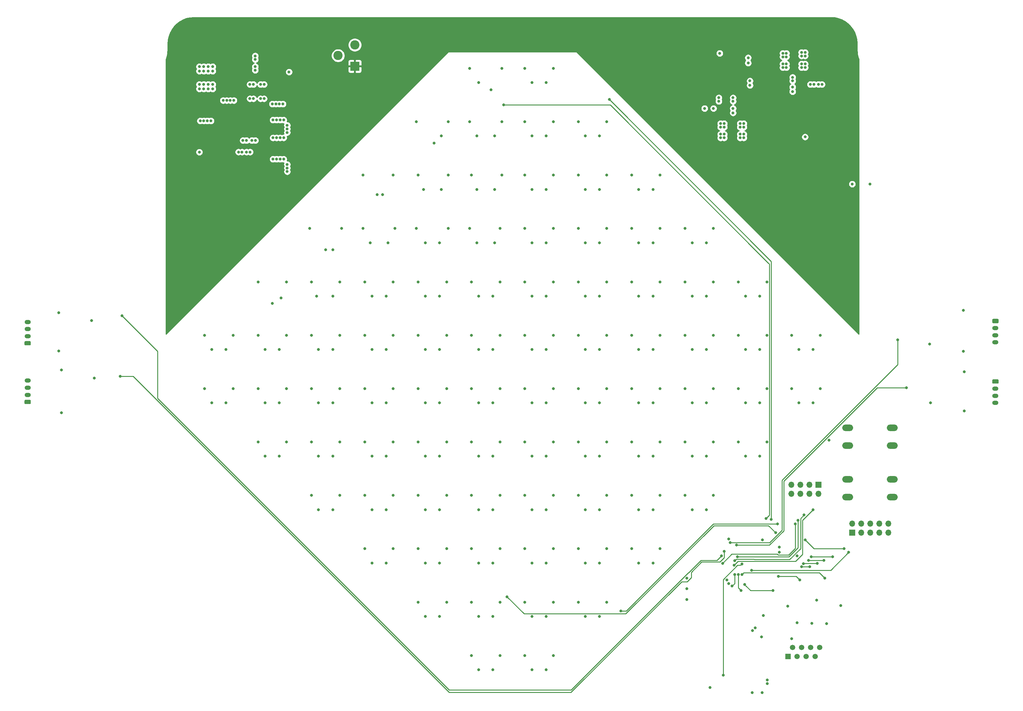
<source format=gbr>
G04 #@! TF.GenerationSoftware,KiCad,Pcbnew,(5.1.4)-1*
G04 #@! TF.CreationDate,2020-09-07T21:37:50+01:00*
G04 #@! TF.ProjectId,led-board,6c65642d-626f-4617-9264-2e6b69636164,rev?*
G04 #@! TF.SameCoordinates,Original*
G04 #@! TF.FileFunction,Copper,L4,Bot*
G04 #@! TF.FilePolarity,Positive*
%FSLAX46Y46*%
G04 Gerber Fmt 4.6, Leading zero omitted, Abs format (unit mm)*
G04 Created by KiCad (PCBNEW (5.1.4)-1) date 2020-09-07 21:37:50*
%MOMM*%
%LPD*%
G04 APERTURE LIST*
%ADD10C,2.600000*%
%ADD11R,2.600000X2.600000*%
%ADD12R,1.500000X1.500000*%
%ADD13C,1.500000*%
%ADD14O,1.750000X1.200000*%
%ADD15C,0.100000*%
%ADD16C,1.200000*%
%ADD17O,3.048000X1.850000*%
%ADD18R,1.700000X1.700000*%
%ADD19O,1.700000X1.700000*%
%ADD20C,0.800000*%
%ADD21C,0.250000*%
%ADD22C,0.254000*%
G04 APERTURE END LIST*
D10*
X163500000Y-58900000D03*
X168200000Y-55900000D03*
D11*
X168200000Y-61900000D03*
D12*
X290000000Y-227750000D03*
D13*
X291270000Y-225210000D03*
X292540000Y-227750000D03*
X293810000Y-225210000D03*
X295080000Y-227750000D03*
X296350000Y-225210000D03*
X297620000Y-227750000D03*
X298890000Y-225210000D03*
D14*
X348250000Y-156500000D03*
X348250000Y-154500000D03*
X348250000Y-152500000D03*
D15*
G36*
X348899505Y-149901204D02*
G01*
X348923773Y-149904804D01*
X348947572Y-149910765D01*
X348970671Y-149919030D01*
X348992850Y-149929520D01*
X349013893Y-149942132D01*
X349033599Y-149956747D01*
X349051777Y-149973223D01*
X349068253Y-149991401D01*
X349082868Y-150011107D01*
X349095480Y-150032150D01*
X349105970Y-150054329D01*
X349114235Y-150077428D01*
X349120196Y-150101227D01*
X349123796Y-150125495D01*
X349125000Y-150149999D01*
X349125000Y-150850001D01*
X349123796Y-150874505D01*
X349120196Y-150898773D01*
X349114235Y-150922572D01*
X349105970Y-150945671D01*
X349095480Y-150967850D01*
X349082868Y-150988893D01*
X349068253Y-151008599D01*
X349051777Y-151026777D01*
X349033599Y-151043253D01*
X349013893Y-151057868D01*
X348992850Y-151070480D01*
X348970671Y-151080970D01*
X348947572Y-151089235D01*
X348923773Y-151095196D01*
X348899505Y-151098796D01*
X348875001Y-151100000D01*
X347624999Y-151100000D01*
X347600495Y-151098796D01*
X347576227Y-151095196D01*
X347552428Y-151089235D01*
X347529329Y-151080970D01*
X347507150Y-151070480D01*
X347486107Y-151057868D01*
X347466401Y-151043253D01*
X347448223Y-151026777D01*
X347431747Y-151008599D01*
X347417132Y-150988893D01*
X347404520Y-150967850D01*
X347394030Y-150945671D01*
X347385765Y-150922572D01*
X347379804Y-150898773D01*
X347376204Y-150874505D01*
X347375000Y-150850001D01*
X347375000Y-150149999D01*
X347376204Y-150125495D01*
X347379804Y-150101227D01*
X347385765Y-150077428D01*
X347394030Y-150054329D01*
X347404520Y-150032150D01*
X347417132Y-150011107D01*
X347431747Y-149991401D01*
X347448223Y-149973223D01*
X347466401Y-149956747D01*
X347486107Y-149942132D01*
X347507150Y-149929520D01*
X347529329Y-149919030D01*
X347552428Y-149910765D01*
X347576227Y-149904804D01*
X347600495Y-149901204D01*
X347624999Y-149900000D01*
X348875001Y-149900000D01*
X348899505Y-149901204D01*
X348899505Y-149901204D01*
G37*
D16*
X348250000Y-150500000D03*
D15*
G36*
X348899505Y-132901204D02*
G01*
X348923773Y-132904804D01*
X348947572Y-132910765D01*
X348970671Y-132919030D01*
X348992850Y-132929520D01*
X349013893Y-132942132D01*
X349033599Y-132956747D01*
X349051777Y-132973223D01*
X349068253Y-132991401D01*
X349082868Y-133011107D01*
X349095480Y-133032150D01*
X349105970Y-133054329D01*
X349114235Y-133077428D01*
X349120196Y-133101227D01*
X349123796Y-133125495D01*
X349125000Y-133149999D01*
X349125000Y-133850001D01*
X349123796Y-133874505D01*
X349120196Y-133898773D01*
X349114235Y-133922572D01*
X349105970Y-133945671D01*
X349095480Y-133967850D01*
X349082868Y-133988893D01*
X349068253Y-134008599D01*
X349051777Y-134026777D01*
X349033599Y-134043253D01*
X349013893Y-134057868D01*
X348992850Y-134070480D01*
X348970671Y-134080970D01*
X348947572Y-134089235D01*
X348923773Y-134095196D01*
X348899505Y-134098796D01*
X348875001Y-134100000D01*
X347624999Y-134100000D01*
X347600495Y-134098796D01*
X347576227Y-134095196D01*
X347552428Y-134089235D01*
X347529329Y-134080970D01*
X347507150Y-134070480D01*
X347486107Y-134057868D01*
X347466401Y-134043253D01*
X347448223Y-134026777D01*
X347431747Y-134008599D01*
X347417132Y-133988893D01*
X347404520Y-133967850D01*
X347394030Y-133945671D01*
X347385765Y-133922572D01*
X347379804Y-133898773D01*
X347376204Y-133874505D01*
X347375000Y-133850001D01*
X347375000Y-133149999D01*
X347376204Y-133125495D01*
X347379804Y-133101227D01*
X347385765Y-133077428D01*
X347394030Y-133054329D01*
X347404520Y-133032150D01*
X347417132Y-133011107D01*
X347431747Y-132991401D01*
X347448223Y-132973223D01*
X347466401Y-132956747D01*
X347486107Y-132942132D01*
X347507150Y-132929520D01*
X347529329Y-132919030D01*
X347552428Y-132910765D01*
X347576227Y-132904804D01*
X347600495Y-132901204D01*
X347624999Y-132900000D01*
X348875001Y-132900000D01*
X348899505Y-132901204D01*
X348899505Y-132901204D01*
G37*
D16*
X348250000Y-133500000D03*
D14*
X348250000Y-135500000D03*
X348250000Y-137500000D03*
X348250000Y-139500000D03*
D15*
G36*
X76899505Y-155651204D02*
G01*
X76923773Y-155654804D01*
X76947572Y-155660765D01*
X76970671Y-155669030D01*
X76992850Y-155679520D01*
X77013893Y-155692132D01*
X77033599Y-155706747D01*
X77051777Y-155723223D01*
X77068253Y-155741401D01*
X77082868Y-155761107D01*
X77095480Y-155782150D01*
X77105970Y-155804329D01*
X77114235Y-155827428D01*
X77120196Y-155851227D01*
X77123796Y-155875495D01*
X77125000Y-155899999D01*
X77125000Y-156600001D01*
X77123796Y-156624505D01*
X77120196Y-156648773D01*
X77114235Y-156672572D01*
X77105970Y-156695671D01*
X77095480Y-156717850D01*
X77082868Y-156738893D01*
X77068253Y-156758599D01*
X77051777Y-156776777D01*
X77033599Y-156793253D01*
X77013893Y-156807868D01*
X76992850Y-156820480D01*
X76970671Y-156830970D01*
X76947572Y-156839235D01*
X76923773Y-156845196D01*
X76899505Y-156848796D01*
X76875001Y-156850000D01*
X75624999Y-156850000D01*
X75600495Y-156848796D01*
X75576227Y-156845196D01*
X75552428Y-156839235D01*
X75529329Y-156830970D01*
X75507150Y-156820480D01*
X75486107Y-156807868D01*
X75466401Y-156793253D01*
X75448223Y-156776777D01*
X75431747Y-156758599D01*
X75417132Y-156738893D01*
X75404520Y-156717850D01*
X75394030Y-156695671D01*
X75385765Y-156672572D01*
X75379804Y-156648773D01*
X75376204Y-156624505D01*
X75375000Y-156600001D01*
X75375000Y-155899999D01*
X75376204Y-155875495D01*
X75379804Y-155851227D01*
X75385765Y-155827428D01*
X75394030Y-155804329D01*
X75404520Y-155782150D01*
X75417132Y-155761107D01*
X75431747Y-155741401D01*
X75448223Y-155723223D01*
X75466401Y-155706747D01*
X75486107Y-155692132D01*
X75507150Y-155679520D01*
X75529329Y-155669030D01*
X75552428Y-155660765D01*
X75576227Y-155654804D01*
X75600495Y-155651204D01*
X75624999Y-155650000D01*
X76875001Y-155650000D01*
X76899505Y-155651204D01*
X76899505Y-155651204D01*
G37*
D16*
X76250000Y-156250000D03*
D14*
X76250000Y-154250000D03*
X76250000Y-152250000D03*
X76250000Y-150250000D03*
X76250000Y-133750000D03*
X76250000Y-135750000D03*
X76250000Y-137750000D03*
D15*
G36*
X76899505Y-139151204D02*
G01*
X76923773Y-139154804D01*
X76947572Y-139160765D01*
X76970671Y-139169030D01*
X76992850Y-139179520D01*
X77013893Y-139192132D01*
X77033599Y-139206747D01*
X77051777Y-139223223D01*
X77068253Y-139241401D01*
X77082868Y-139261107D01*
X77095480Y-139282150D01*
X77105970Y-139304329D01*
X77114235Y-139327428D01*
X77120196Y-139351227D01*
X77123796Y-139375495D01*
X77125000Y-139399999D01*
X77125000Y-140100001D01*
X77123796Y-140124505D01*
X77120196Y-140148773D01*
X77114235Y-140172572D01*
X77105970Y-140195671D01*
X77095480Y-140217850D01*
X77082868Y-140238893D01*
X77068253Y-140258599D01*
X77051777Y-140276777D01*
X77033599Y-140293253D01*
X77013893Y-140307868D01*
X76992850Y-140320480D01*
X76970671Y-140330970D01*
X76947572Y-140339235D01*
X76923773Y-140345196D01*
X76899505Y-140348796D01*
X76875001Y-140350000D01*
X75624999Y-140350000D01*
X75600495Y-140348796D01*
X75576227Y-140345196D01*
X75552428Y-140339235D01*
X75529329Y-140330970D01*
X75507150Y-140320480D01*
X75486107Y-140307868D01*
X75466401Y-140293253D01*
X75448223Y-140276777D01*
X75431747Y-140258599D01*
X75417132Y-140238893D01*
X75404520Y-140217850D01*
X75394030Y-140195671D01*
X75385765Y-140172572D01*
X75379804Y-140148773D01*
X75376204Y-140124505D01*
X75375000Y-140100001D01*
X75375000Y-139399999D01*
X75376204Y-139375495D01*
X75379804Y-139351227D01*
X75385765Y-139327428D01*
X75394030Y-139304329D01*
X75404520Y-139282150D01*
X75417132Y-139261107D01*
X75431747Y-139241401D01*
X75448223Y-139223223D01*
X75466401Y-139206747D01*
X75486107Y-139192132D01*
X75507150Y-139179520D01*
X75529329Y-139169030D01*
X75552428Y-139160765D01*
X75576227Y-139154804D01*
X75600495Y-139151204D01*
X75624999Y-139150000D01*
X76875001Y-139150000D01*
X76899505Y-139151204D01*
X76899505Y-139151204D01*
G37*
D16*
X76250000Y-139750000D03*
D17*
X306750000Y-183000000D03*
X306750000Y-178000000D03*
X319250000Y-183000000D03*
X319250000Y-178000000D03*
X319250000Y-163500000D03*
X319250000Y-168500000D03*
X306750000Y-163500000D03*
X306750000Y-168500000D03*
D18*
X298500000Y-179500000D03*
D19*
X298500000Y-182040000D03*
X295960000Y-179500000D03*
X295960000Y-182040000D03*
X293420000Y-179500000D03*
X293420000Y-182040000D03*
X290880000Y-179500000D03*
X290880000Y-182040000D03*
D18*
X308000000Y-193000000D03*
D19*
X308000000Y-190460000D03*
X310540000Y-193000000D03*
X310540000Y-190460000D03*
X313080000Y-193000000D03*
X313080000Y-190460000D03*
X315620000Y-193000000D03*
X315620000Y-190460000D03*
X318160000Y-193000000D03*
X318160000Y-190460000D03*
D20*
X291000000Y-222750000D03*
X283000000Y-216250000D03*
X292500000Y-218250000D03*
X296663909Y-218479708D03*
X339250000Y-130500000D03*
X339250000Y-142000000D03*
X85750000Y-147250000D03*
X85750000Y-159250000D03*
X85000000Y-141950000D03*
X85000000Y-131150000D03*
X279912500Y-237937500D03*
X282712500Y-237937500D03*
X339500000Y-147750000D03*
X339500000Y-158750000D03*
X292500000Y-199500000D03*
X313000000Y-95000000D03*
X301500000Y-167000000D03*
X272750000Y-206250000D03*
X287500000Y-198500000D03*
X261500000Y-205750000D03*
X261500000Y-208750000D03*
X261500000Y-211750000D03*
X273250000Y-194750000D03*
X282750000Y-195024990D03*
X289875000Y-213599694D03*
X298011784Y-211907597D03*
X304750000Y-213500000D03*
X282500000Y-222250000D03*
X305750000Y-197500000D03*
X294750000Y-195000000D03*
X307000000Y-198500000D03*
X279750000Y-203525000D03*
X280750000Y-219750000D03*
X280000000Y-220500000D03*
X273250000Y-207250000D03*
X300817223Y-218505901D03*
X287500000Y-197000000D03*
X194500000Y-77500000D03*
X207500000Y-81500000D03*
X209500000Y-62500000D03*
X209500000Y-77500000D03*
X192500000Y-81500000D03*
X194500000Y-92500000D03*
X209500000Y-92500000D03*
X207500000Y-96500000D03*
X192500000Y-96500000D03*
X179000000Y-92500000D03*
X176000000Y-98000000D03*
X206500000Y-68500000D03*
X207500000Y-111500000D03*
X209000000Y-107500000D03*
X194500000Y-107500000D03*
X179500000Y-107500000D03*
X177500000Y-111500000D03*
X164500000Y-107500000D03*
X162000000Y-113500000D03*
X209000000Y-122500000D03*
X207000000Y-126500000D03*
X194000000Y-122500000D03*
X192000000Y-126500000D03*
X177000000Y-126500000D03*
X179000000Y-122500000D03*
X164000000Y-122500000D03*
X149000000Y-122500000D03*
X147500000Y-127000000D03*
X162000000Y-126500000D03*
X209000000Y-137500000D03*
X207000000Y-141500000D03*
X194000000Y-137500000D03*
X192000000Y-141500000D03*
X179000000Y-137500000D03*
X177000000Y-141500000D03*
X164000000Y-137500000D03*
X162000000Y-141500000D03*
X147000000Y-141500000D03*
X149000000Y-137500000D03*
X134000000Y-137500000D03*
X132000000Y-141500000D03*
X192000000Y-111500000D03*
X222000000Y-66500000D03*
X224000000Y-62500000D03*
X237000000Y-81500000D03*
X239000000Y-77500000D03*
X222000000Y-81500000D03*
X224000000Y-77500000D03*
X254000000Y-92500000D03*
X252000000Y-96500000D03*
X237000000Y-96500000D03*
X239000000Y-92500000D03*
X222000000Y-96500000D03*
X224000000Y-92500000D03*
X254000000Y-107500000D03*
X252000000Y-111500000D03*
X267000000Y-111500000D03*
X269000000Y-107500000D03*
X239000000Y-107500000D03*
X237000000Y-111500000D03*
X224000000Y-107500000D03*
X222000000Y-111500000D03*
X284000000Y-122500000D03*
X282000000Y-126500000D03*
X267000000Y-126500000D03*
X269000000Y-122500000D03*
X252000000Y-126500000D03*
X254000000Y-122500000D03*
X237000000Y-126500000D03*
X239000000Y-122500000D03*
X222000000Y-126500000D03*
X224000000Y-122500000D03*
X297000000Y-141500000D03*
X299000000Y-137500000D03*
X282000000Y-141500000D03*
X284000000Y-137500000D03*
X267000000Y-141500000D03*
X269000000Y-137500000D03*
X252000000Y-141500000D03*
X254000000Y-137500000D03*
X237000000Y-141500000D03*
X239000000Y-137500000D03*
X222000000Y-141500000D03*
X224000000Y-137500000D03*
X224000000Y-152500000D03*
X222000000Y-156500000D03*
X237000000Y-156500000D03*
X239000000Y-152500000D03*
X252000000Y-156500000D03*
X254000000Y-152500000D03*
X267000000Y-156500000D03*
X269000000Y-152500000D03*
X282000000Y-156500000D03*
X284000000Y-152500000D03*
X297000000Y-156500000D03*
X299000000Y-152500000D03*
X284000000Y-167500000D03*
X269000000Y-167500000D03*
X254000000Y-167500000D03*
X282000000Y-171500000D03*
X267000000Y-171500000D03*
X252000000Y-171500000D03*
X237000000Y-171500000D03*
X239000000Y-167500000D03*
X222000000Y-171500000D03*
X224000000Y-167500000D03*
X224000000Y-182500000D03*
X222000000Y-186500000D03*
X237000000Y-186500000D03*
X239000000Y-182500000D03*
X252000000Y-186500000D03*
X254000000Y-182500000D03*
X267000000Y-186500000D03*
X269000000Y-182500000D03*
X254000000Y-197500000D03*
X252000000Y-201500000D03*
X239000000Y-197500000D03*
X237000000Y-201500000D03*
X239000000Y-212500000D03*
X237000000Y-216500000D03*
X222000000Y-216500000D03*
X224000000Y-212500000D03*
X224000000Y-227500000D03*
X222000000Y-231500000D03*
X209000000Y-152500000D03*
X207000000Y-156500000D03*
X194000000Y-152500000D03*
X192000000Y-156500000D03*
X179000000Y-152500000D03*
X177000000Y-156500000D03*
X164000000Y-152500000D03*
X162000000Y-156500000D03*
X149000000Y-152500000D03*
X147000000Y-156500000D03*
X134000000Y-152500000D03*
X132000000Y-156500000D03*
X209000000Y-167500000D03*
X207000000Y-171500000D03*
X194000000Y-167500000D03*
X192000000Y-171500000D03*
X179000000Y-167500000D03*
X177000000Y-171500000D03*
X164000000Y-167500000D03*
X162000000Y-171500000D03*
X149000000Y-167500000D03*
X147000000Y-171500000D03*
X164000000Y-182500000D03*
X162000000Y-186500000D03*
X177000000Y-186500000D03*
X179000000Y-182500000D03*
X192000000Y-186500000D03*
X194000000Y-182500000D03*
X207000000Y-186500000D03*
X209000000Y-182500000D03*
X209000000Y-197500000D03*
X207000000Y-201500000D03*
X194000000Y-197500000D03*
X192000000Y-201500000D03*
X179000000Y-197500000D03*
X177000000Y-201500000D03*
X192000000Y-216500000D03*
X194000000Y-212500000D03*
X207000000Y-216500000D03*
X209000000Y-212500000D03*
X207000000Y-231500000D03*
X209000000Y-227500000D03*
X224000000Y-197500000D03*
X222000000Y-201500000D03*
X149200000Y-91500000D03*
X149200000Y-90500000D03*
X149200000Y-89500000D03*
X148200000Y-88000000D03*
X147200000Y-88000000D03*
X146200000Y-88000000D03*
X145200000Y-88000000D03*
X149200000Y-78500000D03*
X149200000Y-79500000D03*
X149200000Y-80500000D03*
X148200000Y-82000000D03*
X147200000Y-82000000D03*
X146200000Y-82000000D03*
X145200000Y-82000000D03*
X148200000Y-77000000D03*
X147200000Y-77000000D03*
X146200000Y-77000000D03*
X145200000Y-77000000D03*
X149700000Y-63500000D03*
X142700000Y-71000000D03*
X141700000Y-71000000D03*
X139700000Y-71000000D03*
X138700000Y-71000000D03*
X142700000Y-67000000D03*
X141700000Y-67000000D03*
X139700000Y-67000000D03*
X138700000Y-67000000D03*
X124500000Y-86025000D03*
X128250000Y-62000000D03*
X127000000Y-62000000D03*
X125750000Y-62000000D03*
X124500000Y-62000000D03*
X124500000Y-63250000D03*
X125750000Y-63250000D03*
X127000000Y-63250000D03*
X128250000Y-63250000D03*
X124500000Y-68250000D03*
X125750000Y-68250000D03*
X127000000Y-68250000D03*
X128250000Y-68250000D03*
X128250000Y-67000000D03*
X127000000Y-67000000D03*
X125750000Y-67000000D03*
X124500000Y-67000000D03*
X124750000Y-77250000D03*
X125750000Y-77250000D03*
X126750000Y-77250000D03*
X127750000Y-77250000D03*
X145000000Y-72500000D03*
X146000000Y-72500000D03*
X147000000Y-72500000D03*
X148000000Y-72500000D03*
X270750000Y-58250000D03*
X288500000Y-58250000D03*
X289500000Y-58250000D03*
X288500000Y-59250000D03*
X289500000Y-59250000D03*
X288500000Y-61250000D03*
X289500000Y-61250000D03*
X288500000Y-62250000D03*
X289500000Y-62250000D03*
X294750000Y-58000000D03*
X293750000Y-58000000D03*
X294750000Y-59000000D03*
X293750000Y-59000000D03*
X294750000Y-61250000D03*
X293750000Y-61250000D03*
X294750000Y-62250000D03*
X293750000Y-62250000D03*
X278750000Y-61000000D03*
X278750000Y-59500000D03*
X279250000Y-67250000D03*
X279250000Y-66000000D03*
X294750000Y-81750000D03*
X271000000Y-78000000D03*
X271000000Y-79000000D03*
X272000000Y-78000000D03*
X272000000Y-79000000D03*
X271000000Y-81000000D03*
X272000000Y-81000000D03*
X271000000Y-82000000D03*
X272000000Y-82000000D03*
X277500000Y-78000000D03*
X276500000Y-78000000D03*
X277500000Y-79000000D03*
X276500000Y-79000000D03*
X277500000Y-81000000D03*
X276500000Y-81000000D03*
X277500000Y-82000000D03*
X276500000Y-82000000D03*
X308000000Y-95000000D03*
X200500000Y-77500000D03*
X202500000Y-81500000D03*
X200500000Y-62500000D03*
X185500000Y-77500000D03*
X190500000Y-83500000D03*
X201000000Y-92500000D03*
X202500000Y-96500000D03*
X187500000Y-96500000D03*
X186000000Y-92500000D03*
X170500000Y-92500000D03*
X174500000Y-98000000D03*
X203000000Y-66500000D03*
X202500000Y-111500000D03*
X200500000Y-107500000D03*
X185500000Y-107500000D03*
X170500000Y-107500000D03*
X172500000Y-111500000D03*
X155500000Y-107500000D03*
X160000000Y-113500000D03*
X201000000Y-122500000D03*
X203000000Y-126500000D03*
X186000000Y-122500000D03*
X188000000Y-126500000D03*
X173000000Y-126500000D03*
X171000000Y-122500000D03*
X156000000Y-122500000D03*
X141000000Y-122500000D03*
X145000000Y-128500000D03*
X157500000Y-126500000D03*
X201000000Y-137500000D03*
X203000000Y-141500000D03*
X186000000Y-137500000D03*
X188000000Y-141500000D03*
X171000000Y-137500000D03*
X173000000Y-141500000D03*
X156000000Y-137500000D03*
X158000000Y-141500000D03*
X143000000Y-141500000D03*
X141000000Y-137500000D03*
X128000000Y-141500000D03*
X126000000Y-137500000D03*
X188000000Y-111500000D03*
X134200000Y-71500000D03*
X133200000Y-71500000D03*
X132200000Y-71500000D03*
X131200000Y-71500000D03*
X140200000Y-59000000D03*
X140200000Y-60000000D03*
X140200000Y-62000000D03*
X140200000Y-63000000D03*
X203000000Y-156500000D03*
X201000000Y-152500000D03*
X188000000Y-156500000D03*
X186000000Y-152500000D03*
X173000000Y-156500000D03*
X171000000Y-152500000D03*
X158000000Y-156500000D03*
X156000000Y-152500000D03*
X143000000Y-156500000D03*
X141000000Y-152500000D03*
X126000000Y-152500000D03*
X128000000Y-156500000D03*
X203000000Y-171500000D03*
X201000000Y-167500000D03*
X188000000Y-171500000D03*
X186000000Y-167500000D03*
X173000000Y-171500000D03*
X171000000Y-167500000D03*
X158000000Y-171500000D03*
X156000000Y-167500000D03*
X143000000Y-171500000D03*
X141000000Y-167500000D03*
X156000000Y-182500000D03*
X158000000Y-186500000D03*
X171000000Y-182500000D03*
X173000000Y-186500000D03*
X186000000Y-182500000D03*
X188000000Y-186500000D03*
X201000000Y-182500000D03*
X203000000Y-186500000D03*
X201000000Y-197500000D03*
X203000000Y-201500000D03*
X188000000Y-201500000D03*
X186000000Y-197500000D03*
X173000000Y-201500000D03*
X171000000Y-197500000D03*
X186000000Y-212500000D03*
X188000000Y-216500000D03*
X201000000Y-212500000D03*
X203000000Y-216500000D03*
X201000000Y-227500000D03*
X203000000Y-231500000D03*
X135500000Y-86000000D03*
X136500000Y-86000000D03*
X137750000Y-86000000D03*
X138750000Y-86000000D03*
X136750000Y-82750000D03*
X137750000Y-82750000D03*
X139250000Y-82750000D03*
X140250000Y-82750000D03*
X218000000Y-66500000D03*
X216000000Y-62500000D03*
X231000000Y-77500000D03*
X233000000Y-81500000D03*
X216000000Y-77500000D03*
X218000000Y-81500000D03*
X246000000Y-92500000D03*
X248000000Y-96500000D03*
X231000000Y-92500000D03*
X233000000Y-96500000D03*
X216000000Y-92500000D03*
X218000000Y-96500000D03*
X246000000Y-107500000D03*
X248000000Y-111500000D03*
X263000000Y-111500000D03*
X261000000Y-107500000D03*
X231000000Y-107500000D03*
X233000000Y-111500000D03*
X216000000Y-107500000D03*
X218000000Y-111500000D03*
X276000000Y-122500000D03*
X278000000Y-126500000D03*
X261000000Y-122500000D03*
X263000000Y-126500000D03*
X246000000Y-122500000D03*
X248000000Y-126500000D03*
X231000000Y-122500000D03*
X233000000Y-126500000D03*
X216000000Y-122500000D03*
X218000000Y-126500000D03*
X291000000Y-137500000D03*
X293000000Y-141500000D03*
X276000000Y-137500000D03*
X278000000Y-141500000D03*
X261000000Y-137500000D03*
X263000000Y-141500000D03*
X246000000Y-137500000D03*
X248000000Y-141500000D03*
X231000000Y-137500000D03*
X233000000Y-141500000D03*
X216000000Y-137500000D03*
X218000000Y-141500000D03*
X274500000Y-70750000D03*
X274500000Y-71750000D03*
X274500000Y-73750000D03*
X274500000Y-75000000D03*
X270500000Y-70750000D03*
X270500000Y-71750000D03*
X266500000Y-73750000D03*
X269000000Y-73750000D03*
X216000000Y-152500000D03*
X218000000Y-156500000D03*
X233000000Y-156500000D03*
X231000000Y-152500000D03*
X248000000Y-156500000D03*
X246000000Y-152500000D03*
X261000000Y-152500000D03*
X263000000Y-156500000D03*
X276000000Y-152500000D03*
X278000000Y-156500000D03*
X291000000Y-152500000D03*
X293000000Y-156500000D03*
X276000000Y-167500000D03*
X261000000Y-167500000D03*
X278000000Y-171500000D03*
X263000000Y-171500000D03*
X246000000Y-167500000D03*
X248000000Y-171500000D03*
X231000000Y-167500000D03*
X233000000Y-171500000D03*
X216000000Y-167500000D03*
X218000000Y-171500000D03*
X218000000Y-186500000D03*
X216000000Y-182500000D03*
X231000000Y-182500000D03*
X233000000Y-186500000D03*
X246000000Y-182500000D03*
X248000000Y-186500000D03*
X261000000Y-182500000D03*
X263000000Y-186500000D03*
X248000000Y-201500000D03*
X246000000Y-197500000D03*
X231000000Y-197500000D03*
X233000000Y-201500000D03*
X231000000Y-212500000D03*
X233000000Y-216500000D03*
X216000000Y-212500000D03*
X218000000Y-216500000D03*
X216000000Y-227500000D03*
X218000000Y-231500000D03*
X216000000Y-197500000D03*
X218000000Y-201500000D03*
X291250000Y-65000000D03*
X291250000Y-66000000D03*
X291250000Y-67750000D03*
X291250000Y-69000000D03*
X296250000Y-67000000D03*
X297250000Y-67000000D03*
X298500000Y-67000000D03*
X299500000Y-67000000D03*
X329750000Y-140000000D03*
X95000000Y-149500000D03*
X94200000Y-133350000D03*
X284100000Y-234350000D03*
X284100000Y-235350000D03*
X330000000Y-156500000D03*
X268000000Y-236500000D03*
X271750000Y-233000000D03*
X277000000Y-201750000D03*
X155200000Y-82000000D03*
X154200000Y-82000000D03*
X153200000Y-82000000D03*
X152200000Y-82000000D03*
X151200000Y-80500000D03*
X151200000Y-78500000D03*
X151200000Y-79500000D03*
X152200000Y-77000000D03*
X153200000Y-77000000D03*
X154200000Y-77000000D03*
X155200000Y-77000000D03*
X155200000Y-88000000D03*
X154200000Y-88000000D03*
X153200000Y-88000000D03*
X152200000Y-88000000D03*
X151200000Y-89500000D03*
X151200000Y-90500000D03*
X151200000Y-91500000D03*
X116500000Y-62000000D03*
X117750000Y-62000000D03*
X119000000Y-62000000D03*
X120250000Y-62000000D03*
X116500000Y-68500000D03*
X117750000Y-68500000D03*
X119000000Y-68500000D03*
X120250000Y-68500000D03*
X116500000Y-67250000D03*
X117750000Y-67250000D03*
X119000000Y-67250000D03*
X120250000Y-67250000D03*
X116500000Y-63250000D03*
X117750000Y-63250000D03*
X119000000Y-63250000D03*
X120250000Y-63250000D03*
X115750000Y-78250000D03*
X115750000Y-76750000D03*
X117500000Y-85750000D03*
X117500000Y-84000000D03*
X155750000Y-65000000D03*
X155750000Y-66000000D03*
X153000000Y-74500000D03*
X153000000Y-73500000D03*
X288500000Y-54500000D03*
X288500000Y-51500000D03*
X288500000Y-50250000D03*
X288500000Y-53500000D03*
X294500000Y-50250000D03*
X294500000Y-51250000D03*
X294500000Y-53250000D03*
X294500000Y-54250000D03*
X281000000Y-51000000D03*
X281000000Y-52000000D03*
X271000000Y-51750000D03*
X272250000Y-51750000D03*
X289500000Y-54500000D03*
X289500000Y-53500000D03*
X289500000Y-51500000D03*
X289500000Y-50250000D03*
X293500000Y-50250000D03*
X293500000Y-51250000D03*
X293500000Y-53250000D03*
X293500000Y-54250000D03*
X284500000Y-88750000D03*
X284500000Y-89750000D03*
X293000000Y-88500000D03*
X294500000Y-88500000D03*
X277250000Y-87500000D03*
X277250000Y-86500000D03*
X276250000Y-86500000D03*
X276250000Y-87500000D03*
X276250000Y-89000000D03*
X277250000Y-89000000D03*
X276250000Y-90000000D03*
X277250000Y-90000000D03*
X271000000Y-86500000D03*
X272000000Y-86500000D03*
X271000000Y-87500000D03*
X272000000Y-87500000D03*
X271000000Y-89000000D03*
X272000000Y-89000000D03*
X271000000Y-90000000D03*
X272000000Y-90000000D03*
X210000000Y-72750000D03*
X283750000Y-189000000D03*
X286500000Y-193000000D03*
X211000000Y-211000000D03*
X285250000Y-189250000D03*
X239750000Y-71250000D03*
X287000000Y-190500000D03*
X243000000Y-215000000D03*
X296500000Y-199750000D03*
X302500000Y-199750000D03*
X275000000Y-204750000D03*
X274250000Y-208000000D03*
X300262653Y-205737347D03*
X277000000Y-204750000D03*
X276750000Y-209250000D03*
X276000000Y-204750000D03*
X320750000Y-138750000D03*
X273750000Y-195750000D03*
X275525305Y-196475000D03*
X323250000Y-152250000D03*
X271250000Y-199500000D03*
X102750000Y-132000000D03*
X102250000Y-149000000D03*
X272000000Y-198250000D03*
X296043537Y-202543537D03*
X293750000Y-202500000D03*
X298137653Y-201637653D03*
X294304701Y-201667948D03*
X300025306Y-200775306D03*
X295750000Y-200750000D03*
X271557364Y-201612205D03*
X292000000Y-190500000D03*
X275750000Y-199735111D03*
X292750000Y-189500000D03*
X275016277Y-200860110D03*
X294487347Y-187987347D03*
X274825846Y-202075846D03*
X297000000Y-186500000D03*
X285750000Y-209250000D03*
X277750000Y-207524990D03*
X287250000Y-205250000D03*
X293250000Y-206250000D03*
D21*
X305750000Y-197500000D02*
X297250000Y-197500000D01*
X297250000Y-197500000D02*
X294750000Y-195000000D01*
X307000000Y-198500000D02*
X301975000Y-203525000D01*
X301975000Y-203525000D02*
X279750000Y-203525000D01*
X271750000Y-206176998D02*
X271750000Y-233000000D01*
X275776999Y-202149999D02*
X271750000Y-206176998D01*
X276600001Y-202149999D02*
X275776999Y-202149999D01*
X277000000Y-201750000D02*
X276600001Y-202149999D01*
X210000000Y-72750000D02*
X239500000Y-72750000D01*
X239500000Y-72750000D02*
X240000000Y-72750000D01*
X240000000Y-72750000D02*
X284500000Y-117250000D01*
X284725001Y-188024999D02*
X283750000Y-189000000D01*
X284500000Y-117250000D02*
X284725001Y-117475001D01*
X284725001Y-117475001D02*
X284725001Y-188024999D01*
X286500000Y-193000000D02*
X284500000Y-191000000D01*
X284500000Y-191000000D02*
X269136410Y-191000000D01*
X244361411Y-215774999D02*
X215774999Y-215774999D01*
X269136410Y-191000000D02*
X244361411Y-215774999D01*
X215774999Y-215774999D02*
X211000000Y-211000000D01*
X285250000Y-189250000D02*
X285250000Y-116750000D01*
X285250000Y-116750000D02*
X239750000Y-71250000D01*
X287000000Y-190500000D02*
X269000000Y-190500000D01*
X269000000Y-190500000D02*
X244500000Y-215000000D01*
X244500000Y-215000000D02*
X243000000Y-215000000D01*
X296500000Y-199750000D02*
X302500000Y-199750000D01*
X275000000Y-204750000D02*
X275000000Y-207250000D01*
X275000000Y-207250000D02*
X274250000Y-208000000D01*
X300262653Y-205737347D02*
X298775306Y-204250000D01*
X298775306Y-204250000D02*
X277500000Y-204250000D01*
X277500000Y-204250000D02*
X277000000Y-204750000D01*
X276750000Y-209250000D02*
X276000000Y-208500000D01*
X276000000Y-208500000D02*
X276000000Y-204750000D01*
X284823002Y-195750000D02*
X273750000Y-195750000D01*
X288250000Y-192323002D02*
X284823002Y-195750000D01*
X288250000Y-178250000D02*
X288250000Y-192323002D01*
X320750000Y-138750000D02*
X320750000Y-145750000D01*
X320750000Y-145750000D02*
X288250000Y-178250000D01*
X315000000Y-152250000D02*
X323250000Y-152250000D01*
X288750000Y-178500000D02*
X315000000Y-152250000D01*
X288750000Y-192459412D02*
X288750000Y-178500000D01*
X275525305Y-196475000D02*
X284734412Y-196475000D01*
X284734412Y-196475000D02*
X288750000Y-192459412D01*
X271250000Y-199500000D02*
X270000000Y-200750000D01*
X270000000Y-200750000D02*
X265500000Y-200750000D01*
X261926998Y-204250000D02*
X229000000Y-237176998D01*
X265500000Y-200750000D02*
X262000000Y-204250000D01*
X262000000Y-204250000D02*
X261926998Y-204250000D01*
X229000000Y-237176998D02*
X194676998Y-237176998D01*
X194676998Y-237176998D02*
X112750000Y-155250000D01*
X112750000Y-155250000D02*
X112750000Y-142000000D01*
X112750000Y-142000000D02*
X102750000Y-132000000D01*
X105863590Y-149000000D02*
X194750000Y-237886410D01*
X102250000Y-149000000D02*
X105863590Y-149000000D01*
X228926998Y-237886410D02*
X260063408Y-206750000D01*
X194750000Y-237886410D02*
X228926998Y-237886410D01*
X261573002Y-206750000D02*
X262750000Y-205573002D01*
X260063408Y-206750000D02*
X261573002Y-206750000D01*
X262750000Y-205573002D02*
X262750000Y-204136410D01*
X265686400Y-201200010D02*
X270799990Y-201200010D01*
X262750000Y-204136410D02*
X265686400Y-201200010D01*
X270799990Y-201200010D02*
X272000000Y-200000000D01*
X272000000Y-200000000D02*
X272000000Y-198250000D01*
X296043537Y-202543537D02*
X293793537Y-202543537D01*
X293793537Y-202543537D02*
X293750000Y-202500000D01*
X298137653Y-201637653D02*
X294334996Y-201637653D01*
X294334996Y-201637653D02*
X294304701Y-201667948D01*
X300025306Y-200775306D02*
X295775306Y-200775306D01*
X295775306Y-200775306D02*
X295750000Y-200750000D01*
X274159459Y-199010110D02*
X283010110Y-199010110D01*
X271557364Y-201612205D02*
X274159459Y-199010110D01*
X287151999Y-199225001D02*
X290108811Y-199225001D01*
X286926998Y-199000000D02*
X287151999Y-199225001D01*
X283010110Y-199010110D02*
X283020220Y-199000000D01*
X283020220Y-199000000D02*
X286926998Y-199000000D01*
X290108811Y-199225001D02*
X292000000Y-197333812D01*
X292000000Y-197333812D02*
X292000000Y-190500000D01*
X275750000Y-199735111D02*
X290235111Y-199735111D01*
X290235111Y-199735111D02*
X292750000Y-197220222D01*
X292750000Y-197220222D02*
X292750000Y-189500000D01*
X275416276Y-200460111D02*
X280460111Y-200460111D01*
X275016277Y-200860110D02*
X275416276Y-200460111D01*
X280460111Y-200460111D02*
X280500000Y-200500000D01*
X290426998Y-200500000D02*
X293500000Y-197426998D01*
X280500000Y-200500000D02*
X290426998Y-200500000D01*
X293500000Y-197426998D02*
X293500000Y-188974694D01*
X293500000Y-188974694D02*
X294487347Y-187987347D01*
X275876693Y-201024999D02*
X278725001Y-201024999D01*
X274825846Y-202075846D02*
X275876693Y-201024999D01*
X278725001Y-201024999D02*
X278750000Y-201000000D01*
X294024999Y-199048003D02*
X294024999Y-189475001D01*
X278750000Y-201000000D02*
X292073002Y-201000000D01*
X292073002Y-201000000D02*
X294024999Y-199048003D01*
X294024999Y-189475001D02*
X297000000Y-186500000D01*
X279475010Y-209250000D02*
X278149999Y-207924989D01*
X285750000Y-209250000D02*
X279475010Y-209250000D01*
X278149999Y-207924989D02*
X277750000Y-207524990D01*
X292850001Y-205850001D02*
X293250000Y-206250000D01*
X292250000Y-205250000D02*
X292850001Y-205850001D01*
X287250000Y-205250000D02*
X292250000Y-205250000D01*
D22*
G36*
X303033984Y-48234863D02*
G01*
X304047336Y-48453032D01*
X305019833Y-48811805D01*
X305932081Y-49304027D01*
X306765873Y-49919875D01*
X307504578Y-50647065D01*
X308133441Y-51471073D01*
X308639935Y-52375483D01*
X309013943Y-53342233D01*
X309248001Y-54352030D01*
X309339237Y-55405445D01*
X309340000Y-55502641D01*
X309340001Y-57032419D01*
X309340254Y-57034989D01*
X309341007Y-57130843D01*
X309342229Y-57146372D01*
X309341985Y-57161926D01*
X309343449Y-57182608D01*
X309440955Y-58308425D01*
X309446629Y-58344251D01*
X309451175Y-58380236D01*
X309455535Y-58400487D01*
X309455538Y-58400505D01*
X309455542Y-58400518D01*
X309710702Y-59501352D01*
X309721367Y-59536021D01*
X309730938Y-59571006D01*
X309738114Y-59590458D01*
X309873000Y-59939117D01*
X309873000Y-137193394D01*
X267577667Y-94898061D01*
X306965000Y-94898061D01*
X306965000Y-95101939D01*
X307004774Y-95301898D01*
X307082795Y-95490256D01*
X307196063Y-95659774D01*
X307340226Y-95803937D01*
X307509744Y-95917205D01*
X307698102Y-95995226D01*
X307898061Y-96035000D01*
X308101939Y-96035000D01*
X308301898Y-95995226D01*
X308490256Y-95917205D01*
X308659774Y-95803937D01*
X308803937Y-95659774D01*
X308917205Y-95490256D01*
X308995226Y-95301898D01*
X309035000Y-95101939D01*
X309035000Y-94898061D01*
X308995226Y-94698102D01*
X308917205Y-94509744D01*
X308803937Y-94340226D01*
X308659774Y-94196063D01*
X308490256Y-94082795D01*
X308301898Y-94004774D01*
X308101939Y-93965000D01*
X307898061Y-93965000D01*
X307698102Y-94004774D01*
X307509744Y-94082795D01*
X307340226Y-94196063D01*
X307196063Y-94340226D01*
X307082795Y-94509744D01*
X307004774Y-94698102D01*
X306965000Y-94898061D01*
X267577667Y-94898061D01*
X250577667Y-77898061D01*
X269965000Y-77898061D01*
X269965000Y-78101939D01*
X270004774Y-78301898D01*
X270082795Y-78490256D01*
X270089306Y-78500000D01*
X270082795Y-78509744D01*
X270004774Y-78698102D01*
X269965000Y-78898061D01*
X269965000Y-79101939D01*
X270004774Y-79301898D01*
X270082795Y-79490256D01*
X270196063Y-79659774D01*
X270340226Y-79803937D01*
X270509744Y-79917205D01*
X270698102Y-79995226D01*
X270722103Y-80000000D01*
X270698102Y-80004774D01*
X270509744Y-80082795D01*
X270340226Y-80196063D01*
X270196063Y-80340226D01*
X270082795Y-80509744D01*
X270004774Y-80698102D01*
X269965000Y-80898061D01*
X269965000Y-81101939D01*
X270004774Y-81301898D01*
X270082795Y-81490256D01*
X270089306Y-81500000D01*
X270082795Y-81509744D01*
X270004774Y-81698102D01*
X269965000Y-81898061D01*
X269965000Y-82101939D01*
X270004774Y-82301898D01*
X270082795Y-82490256D01*
X270196063Y-82659774D01*
X270340226Y-82803937D01*
X270509744Y-82917205D01*
X270698102Y-82995226D01*
X270898061Y-83035000D01*
X271101939Y-83035000D01*
X271301898Y-82995226D01*
X271490256Y-82917205D01*
X271500000Y-82910694D01*
X271509744Y-82917205D01*
X271698102Y-82995226D01*
X271898061Y-83035000D01*
X272101939Y-83035000D01*
X272301898Y-82995226D01*
X272490256Y-82917205D01*
X272659774Y-82803937D01*
X272803937Y-82659774D01*
X272917205Y-82490256D01*
X272995226Y-82301898D01*
X273035000Y-82101939D01*
X273035000Y-81898061D01*
X272995226Y-81698102D01*
X272917205Y-81509744D01*
X272910694Y-81500000D01*
X272917205Y-81490256D01*
X272995226Y-81301898D01*
X273035000Y-81101939D01*
X273035000Y-80898061D01*
X272995226Y-80698102D01*
X272917205Y-80509744D01*
X272803937Y-80340226D01*
X272659774Y-80196063D01*
X272490256Y-80082795D01*
X272301898Y-80004774D01*
X272277897Y-80000000D01*
X272301898Y-79995226D01*
X272490256Y-79917205D01*
X272659774Y-79803937D01*
X272803937Y-79659774D01*
X272917205Y-79490256D01*
X272995226Y-79301898D01*
X273035000Y-79101939D01*
X273035000Y-78898061D01*
X272995226Y-78698102D01*
X272917205Y-78509744D01*
X272910694Y-78500000D01*
X272917205Y-78490256D01*
X272995226Y-78301898D01*
X273035000Y-78101939D01*
X273035000Y-77898061D01*
X275465000Y-77898061D01*
X275465000Y-78101939D01*
X275504774Y-78301898D01*
X275582795Y-78490256D01*
X275589306Y-78500000D01*
X275582795Y-78509744D01*
X275504774Y-78698102D01*
X275465000Y-78898061D01*
X275465000Y-79101939D01*
X275504774Y-79301898D01*
X275582795Y-79490256D01*
X275696063Y-79659774D01*
X275840226Y-79803937D01*
X276009744Y-79917205D01*
X276198102Y-79995226D01*
X276222103Y-80000000D01*
X276198102Y-80004774D01*
X276009744Y-80082795D01*
X275840226Y-80196063D01*
X275696063Y-80340226D01*
X275582795Y-80509744D01*
X275504774Y-80698102D01*
X275465000Y-80898061D01*
X275465000Y-81101939D01*
X275504774Y-81301898D01*
X275582795Y-81490256D01*
X275589306Y-81500000D01*
X275582795Y-81509744D01*
X275504774Y-81698102D01*
X275465000Y-81898061D01*
X275465000Y-82101939D01*
X275504774Y-82301898D01*
X275582795Y-82490256D01*
X275696063Y-82659774D01*
X275840226Y-82803937D01*
X276009744Y-82917205D01*
X276198102Y-82995226D01*
X276398061Y-83035000D01*
X276601939Y-83035000D01*
X276801898Y-82995226D01*
X276990256Y-82917205D01*
X277000000Y-82910694D01*
X277009744Y-82917205D01*
X277198102Y-82995226D01*
X277398061Y-83035000D01*
X277601939Y-83035000D01*
X277801898Y-82995226D01*
X277990256Y-82917205D01*
X278159774Y-82803937D01*
X278303937Y-82659774D01*
X278417205Y-82490256D01*
X278495226Y-82301898D01*
X278535000Y-82101939D01*
X278535000Y-81898061D01*
X278495226Y-81698102D01*
X278474499Y-81648061D01*
X293715000Y-81648061D01*
X293715000Y-81851939D01*
X293754774Y-82051898D01*
X293832795Y-82240256D01*
X293946063Y-82409774D01*
X294090226Y-82553937D01*
X294259744Y-82667205D01*
X294448102Y-82745226D01*
X294648061Y-82785000D01*
X294851939Y-82785000D01*
X295051898Y-82745226D01*
X295240256Y-82667205D01*
X295409774Y-82553937D01*
X295553937Y-82409774D01*
X295667205Y-82240256D01*
X295745226Y-82051898D01*
X295785000Y-81851939D01*
X295785000Y-81648061D01*
X295745226Y-81448102D01*
X295667205Y-81259744D01*
X295553937Y-81090226D01*
X295409774Y-80946063D01*
X295240256Y-80832795D01*
X295051898Y-80754774D01*
X294851939Y-80715000D01*
X294648061Y-80715000D01*
X294448102Y-80754774D01*
X294259744Y-80832795D01*
X294090226Y-80946063D01*
X293946063Y-81090226D01*
X293832795Y-81259744D01*
X293754774Y-81448102D01*
X293715000Y-81648061D01*
X278474499Y-81648061D01*
X278417205Y-81509744D01*
X278410694Y-81500000D01*
X278417205Y-81490256D01*
X278495226Y-81301898D01*
X278535000Y-81101939D01*
X278535000Y-80898061D01*
X278495226Y-80698102D01*
X278417205Y-80509744D01*
X278303937Y-80340226D01*
X278159774Y-80196063D01*
X277990256Y-80082795D01*
X277801898Y-80004774D01*
X277777897Y-80000000D01*
X277801898Y-79995226D01*
X277990256Y-79917205D01*
X278159774Y-79803937D01*
X278303937Y-79659774D01*
X278417205Y-79490256D01*
X278495226Y-79301898D01*
X278535000Y-79101939D01*
X278535000Y-78898061D01*
X278495226Y-78698102D01*
X278417205Y-78509744D01*
X278410694Y-78500000D01*
X278417205Y-78490256D01*
X278495226Y-78301898D01*
X278535000Y-78101939D01*
X278535000Y-77898061D01*
X278495226Y-77698102D01*
X278417205Y-77509744D01*
X278303937Y-77340226D01*
X278159774Y-77196063D01*
X277990256Y-77082795D01*
X277801898Y-77004774D01*
X277601939Y-76965000D01*
X277398061Y-76965000D01*
X277198102Y-77004774D01*
X277009744Y-77082795D01*
X277000000Y-77089306D01*
X276990256Y-77082795D01*
X276801898Y-77004774D01*
X276601939Y-76965000D01*
X276398061Y-76965000D01*
X276198102Y-77004774D01*
X276009744Y-77082795D01*
X275840226Y-77196063D01*
X275696063Y-77340226D01*
X275582795Y-77509744D01*
X275504774Y-77698102D01*
X275465000Y-77898061D01*
X273035000Y-77898061D01*
X272995226Y-77698102D01*
X272917205Y-77509744D01*
X272803937Y-77340226D01*
X272659774Y-77196063D01*
X272490256Y-77082795D01*
X272301898Y-77004774D01*
X272101939Y-76965000D01*
X271898061Y-76965000D01*
X271698102Y-77004774D01*
X271509744Y-77082795D01*
X271500000Y-77089306D01*
X271490256Y-77082795D01*
X271301898Y-77004774D01*
X271101939Y-76965000D01*
X270898061Y-76965000D01*
X270698102Y-77004774D01*
X270509744Y-77082795D01*
X270340226Y-77196063D01*
X270196063Y-77340226D01*
X270082795Y-77509744D01*
X270004774Y-77698102D01*
X269965000Y-77898061D01*
X250577667Y-77898061D01*
X246327667Y-73648061D01*
X265465000Y-73648061D01*
X265465000Y-73851939D01*
X265504774Y-74051898D01*
X265582795Y-74240256D01*
X265696063Y-74409774D01*
X265840226Y-74553937D01*
X266009744Y-74667205D01*
X266198102Y-74745226D01*
X266398061Y-74785000D01*
X266601939Y-74785000D01*
X266801898Y-74745226D01*
X266990256Y-74667205D01*
X267159774Y-74553937D01*
X267303937Y-74409774D01*
X267417205Y-74240256D01*
X267495226Y-74051898D01*
X267535000Y-73851939D01*
X267535000Y-73648061D01*
X267965000Y-73648061D01*
X267965000Y-73851939D01*
X268004774Y-74051898D01*
X268082795Y-74240256D01*
X268196063Y-74409774D01*
X268340226Y-74553937D01*
X268509744Y-74667205D01*
X268698102Y-74745226D01*
X268898061Y-74785000D01*
X269101939Y-74785000D01*
X269301898Y-74745226D01*
X269490256Y-74667205D01*
X269659774Y-74553937D01*
X269803937Y-74409774D01*
X269917205Y-74240256D01*
X269995226Y-74051898D01*
X270035000Y-73851939D01*
X270035000Y-73648061D01*
X269995226Y-73448102D01*
X269917205Y-73259744D01*
X269803937Y-73090226D01*
X269659774Y-72946063D01*
X269490256Y-72832795D01*
X269301898Y-72754774D01*
X269101939Y-72715000D01*
X268898061Y-72715000D01*
X268698102Y-72754774D01*
X268509744Y-72832795D01*
X268340226Y-72946063D01*
X268196063Y-73090226D01*
X268082795Y-73259744D01*
X268004774Y-73448102D01*
X267965000Y-73648061D01*
X267535000Y-73648061D01*
X267495226Y-73448102D01*
X267417205Y-73259744D01*
X267303937Y-73090226D01*
X267159774Y-72946063D01*
X266990256Y-72832795D01*
X266801898Y-72754774D01*
X266601939Y-72715000D01*
X266398061Y-72715000D01*
X266198102Y-72754774D01*
X266009744Y-72832795D01*
X265840226Y-72946063D01*
X265696063Y-73090226D01*
X265582795Y-73259744D01*
X265504774Y-73448102D01*
X265465000Y-73648061D01*
X246327667Y-73648061D01*
X243327667Y-70648061D01*
X269465000Y-70648061D01*
X269465000Y-70851939D01*
X269504774Y-71051898D01*
X269582795Y-71240256D01*
X269589306Y-71250000D01*
X269582795Y-71259744D01*
X269504774Y-71448102D01*
X269465000Y-71648061D01*
X269465000Y-71851939D01*
X269504774Y-72051898D01*
X269582795Y-72240256D01*
X269696063Y-72409774D01*
X269840226Y-72553937D01*
X270009744Y-72667205D01*
X270198102Y-72745226D01*
X270398061Y-72785000D01*
X270601939Y-72785000D01*
X270801898Y-72745226D01*
X270990256Y-72667205D01*
X271159774Y-72553937D01*
X271303937Y-72409774D01*
X271417205Y-72240256D01*
X271495226Y-72051898D01*
X271535000Y-71851939D01*
X271535000Y-71648061D01*
X271495226Y-71448102D01*
X271417205Y-71259744D01*
X271410694Y-71250000D01*
X271417205Y-71240256D01*
X271495226Y-71051898D01*
X271535000Y-70851939D01*
X271535000Y-70648061D01*
X273465000Y-70648061D01*
X273465000Y-70851939D01*
X273504774Y-71051898D01*
X273582795Y-71240256D01*
X273589306Y-71250000D01*
X273582795Y-71259744D01*
X273504774Y-71448102D01*
X273465000Y-71648061D01*
X273465000Y-71851939D01*
X273504774Y-72051898D01*
X273582795Y-72240256D01*
X273696063Y-72409774D01*
X273840226Y-72553937D01*
X274009744Y-72667205D01*
X274198102Y-72745226D01*
X274222103Y-72750000D01*
X274198102Y-72754774D01*
X274009744Y-72832795D01*
X273840226Y-72946063D01*
X273696063Y-73090226D01*
X273582795Y-73259744D01*
X273504774Y-73448102D01*
X273465000Y-73648061D01*
X273465000Y-73851939D01*
X273504774Y-74051898D01*
X273582795Y-74240256D01*
X273672828Y-74375000D01*
X273582795Y-74509744D01*
X273504774Y-74698102D01*
X273465000Y-74898061D01*
X273465000Y-75101939D01*
X273504774Y-75301898D01*
X273582795Y-75490256D01*
X273696063Y-75659774D01*
X273840226Y-75803937D01*
X274009744Y-75917205D01*
X274198102Y-75995226D01*
X274398061Y-76035000D01*
X274601939Y-76035000D01*
X274801898Y-75995226D01*
X274990256Y-75917205D01*
X275159774Y-75803937D01*
X275303937Y-75659774D01*
X275417205Y-75490256D01*
X275495226Y-75301898D01*
X275535000Y-75101939D01*
X275535000Y-74898061D01*
X275495226Y-74698102D01*
X275417205Y-74509744D01*
X275327172Y-74375000D01*
X275417205Y-74240256D01*
X275495226Y-74051898D01*
X275535000Y-73851939D01*
X275535000Y-73648061D01*
X275495226Y-73448102D01*
X275417205Y-73259744D01*
X275303937Y-73090226D01*
X275159774Y-72946063D01*
X274990256Y-72832795D01*
X274801898Y-72754774D01*
X274777897Y-72750000D01*
X274801898Y-72745226D01*
X274990256Y-72667205D01*
X275159774Y-72553937D01*
X275303937Y-72409774D01*
X275417205Y-72240256D01*
X275495226Y-72051898D01*
X275535000Y-71851939D01*
X275535000Y-71648061D01*
X275495226Y-71448102D01*
X275417205Y-71259744D01*
X275410694Y-71250000D01*
X275417205Y-71240256D01*
X275495226Y-71051898D01*
X275535000Y-70851939D01*
X275535000Y-70648061D01*
X275495226Y-70448102D01*
X275417205Y-70259744D01*
X275303937Y-70090226D01*
X275159774Y-69946063D01*
X274990256Y-69832795D01*
X274801898Y-69754774D01*
X274601939Y-69715000D01*
X274398061Y-69715000D01*
X274198102Y-69754774D01*
X274009744Y-69832795D01*
X273840226Y-69946063D01*
X273696063Y-70090226D01*
X273582795Y-70259744D01*
X273504774Y-70448102D01*
X273465000Y-70648061D01*
X271535000Y-70648061D01*
X271495226Y-70448102D01*
X271417205Y-70259744D01*
X271303937Y-70090226D01*
X271159774Y-69946063D01*
X270990256Y-69832795D01*
X270801898Y-69754774D01*
X270601939Y-69715000D01*
X270398061Y-69715000D01*
X270198102Y-69754774D01*
X270009744Y-69832795D01*
X269840226Y-69946063D01*
X269696063Y-70090226D01*
X269582795Y-70259744D01*
X269504774Y-70448102D01*
X269465000Y-70648061D01*
X243327667Y-70648061D01*
X238577667Y-65898061D01*
X278215000Y-65898061D01*
X278215000Y-66101939D01*
X278254774Y-66301898D01*
X278332795Y-66490256D01*
X278422828Y-66625000D01*
X278332795Y-66759744D01*
X278254774Y-66948102D01*
X278215000Y-67148061D01*
X278215000Y-67351939D01*
X278254774Y-67551898D01*
X278332795Y-67740256D01*
X278446063Y-67909774D01*
X278590226Y-68053937D01*
X278759744Y-68167205D01*
X278948102Y-68245226D01*
X279148061Y-68285000D01*
X279351939Y-68285000D01*
X279551898Y-68245226D01*
X279740256Y-68167205D01*
X279909774Y-68053937D01*
X280053937Y-67909774D01*
X280167205Y-67740256D01*
X280245226Y-67551898D01*
X280285000Y-67351939D01*
X280285000Y-67148061D01*
X280245226Y-66948102D01*
X280167205Y-66759744D01*
X280077172Y-66625000D01*
X280167205Y-66490256D01*
X280245226Y-66301898D01*
X280285000Y-66101939D01*
X280285000Y-65898061D01*
X280245226Y-65698102D01*
X280167205Y-65509744D01*
X280053937Y-65340226D01*
X279909774Y-65196063D01*
X279740256Y-65082795D01*
X279551898Y-65004774D01*
X279351939Y-64965000D01*
X279148061Y-64965000D01*
X278948102Y-65004774D01*
X278759744Y-65082795D01*
X278590226Y-65196063D01*
X278446063Y-65340226D01*
X278332795Y-65509744D01*
X278254774Y-65698102D01*
X278215000Y-65898061D01*
X238577667Y-65898061D01*
X237577667Y-64898061D01*
X290215000Y-64898061D01*
X290215000Y-65101939D01*
X290254774Y-65301898D01*
X290332795Y-65490256D01*
X290339306Y-65500000D01*
X290332795Y-65509744D01*
X290254774Y-65698102D01*
X290215000Y-65898061D01*
X290215000Y-66101939D01*
X290254774Y-66301898D01*
X290332795Y-66490256D01*
X290446063Y-66659774D01*
X290590226Y-66803937D01*
X290696580Y-66875000D01*
X290590226Y-66946063D01*
X290446063Y-67090226D01*
X290332795Y-67259744D01*
X290254774Y-67448102D01*
X290215000Y-67648061D01*
X290215000Y-67851939D01*
X290254774Y-68051898D01*
X290332795Y-68240256D01*
X290422828Y-68375000D01*
X290332795Y-68509744D01*
X290254774Y-68698102D01*
X290215000Y-68898061D01*
X290215000Y-69101939D01*
X290254774Y-69301898D01*
X290332795Y-69490256D01*
X290446063Y-69659774D01*
X290590226Y-69803937D01*
X290759744Y-69917205D01*
X290948102Y-69995226D01*
X291148061Y-70035000D01*
X291351939Y-70035000D01*
X291551898Y-69995226D01*
X291740256Y-69917205D01*
X291909774Y-69803937D01*
X292053937Y-69659774D01*
X292167205Y-69490256D01*
X292245226Y-69301898D01*
X292285000Y-69101939D01*
X292285000Y-68898061D01*
X292245226Y-68698102D01*
X292167205Y-68509744D01*
X292077172Y-68375000D01*
X292167205Y-68240256D01*
X292245226Y-68051898D01*
X292285000Y-67851939D01*
X292285000Y-67648061D01*
X292245226Y-67448102D01*
X292167205Y-67259744D01*
X292053937Y-67090226D01*
X291909774Y-66946063D01*
X291837934Y-66898061D01*
X295215000Y-66898061D01*
X295215000Y-67101939D01*
X295254774Y-67301898D01*
X295332795Y-67490256D01*
X295446063Y-67659774D01*
X295590226Y-67803937D01*
X295759744Y-67917205D01*
X295948102Y-67995226D01*
X296148061Y-68035000D01*
X296351939Y-68035000D01*
X296551898Y-67995226D01*
X296740256Y-67917205D01*
X296750000Y-67910694D01*
X296759744Y-67917205D01*
X296948102Y-67995226D01*
X297148061Y-68035000D01*
X297351939Y-68035000D01*
X297551898Y-67995226D01*
X297740256Y-67917205D01*
X297875000Y-67827172D01*
X298009744Y-67917205D01*
X298198102Y-67995226D01*
X298398061Y-68035000D01*
X298601939Y-68035000D01*
X298801898Y-67995226D01*
X298990256Y-67917205D01*
X299000000Y-67910694D01*
X299009744Y-67917205D01*
X299198102Y-67995226D01*
X299398061Y-68035000D01*
X299601939Y-68035000D01*
X299801898Y-67995226D01*
X299990256Y-67917205D01*
X300159774Y-67803937D01*
X300303937Y-67659774D01*
X300417205Y-67490256D01*
X300495226Y-67301898D01*
X300535000Y-67101939D01*
X300535000Y-66898061D01*
X300495226Y-66698102D01*
X300417205Y-66509744D01*
X300303937Y-66340226D01*
X300159774Y-66196063D01*
X299990256Y-66082795D01*
X299801898Y-66004774D01*
X299601939Y-65965000D01*
X299398061Y-65965000D01*
X299198102Y-66004774D01*
X299009744Y-66082795D01*
X299000000Y-66089306D01*
X298990256Y-66082795D01*
X298801898Y-66004774D01*
X298601939Y-65965000D01*
X298398061Y-65965000D01*
X298198102Y-66004774D01*
X298009744Y-66082795D01*
X297875000Y-66172828D01*
X297740256Y-66082795D01*
X297551898Y-66004774D01*
X297351939Y-65965000D01*
X297148061Y-65965000D01*
X296948102Y-66004774D01*
X296759744Y-66082795D01*
X296750000Y-66089306D01*
X296740256Y-66082795D01*
X296551898Y-66004774D01*
X296351939Y-65965000D01*
X296148061Y-65965000D01*
X295948102Y-66004774D01*
X295759744Y-66082795D01*
X295590226Y-66196063D01*
X295446063Y-66340226D01*
X295332795Y-66509744D01*
X295254774Y-66698102D01*
X295215000Y-66898061D01*
X291837934Y-66898061D01*
X291803420Y-66875000D01*
X291909774Y-66803937D01*
X292053937Y-66659774D01*
X292167205Y-66490256D01*
X292245226Y-66301898D01*
X292285000Y-66101939D01*
X292285000Y-65898061D01*
X292245226Y-65698102D01*
X292167205Y-65509744D01*
X292160694Y-65500000D01*
X292167205Y-65490256D01*
X292245226Y-65301898D01*
X292285000Y-65101939D01*
X292285000Y-64898061D01*
X292245226Y-64698102D01*
X292167205Y-64509744D01*
X292053937Y-64340226D01*
X291909774Y-64196063D01*
X291740256Y-64082795D01*
X291551898Y-64004774D01*
X291351939Y-63965000D01*
X291148061Y-63965000D01*
X290948102Y-64004774D01*
X290759744Y-64082795D01*
X290590226Y-64196063D01*
X290446063Y-64340226D01*
X290332795Y-64509744D01*
X290254774Y-64698102D01*
X290215000Y-64898061D01*
X237577667Y-64898061D01*
X232077667Y-59398061D01*
X277715000Y-59398061D01*
X277715000Y-59601939D01*
X277754774Y-59801898D01*
X277832795Y-59990256D01*
X277946063Y-60159774D01*
X278036289Y-60250000D01*
X277946063Y-60340226D01*
X277832795Y-60509744D01*
X277754774Y-60698102D01*
X277715000Y-60898061D01*
X277715000Y-61101939D01*
X277754774Y-61301898D01*
X277832795Y-61490256D01*
X277946063Y-61659774D01*
X278090226Y-61803937D01*
X278259744Y-61917205D01*
X278448102Y-61995226D01*
X278648061Y-62035000D01*
X278851939Y-62035000D01*
X279051898Y-61995226D01*
X279240256Y-61917205D01*
X279409774Y-61803937D01*
X279553937Y-61659774D01*
X279667205Y-61490256D01*
X279745226Y-61301898D01*
X279785000Y-61101939D01*
X279785000Y-60898061D01*
X279745226Y-60698102D01*
X279667205Y-60509744D01*
X279553937Y-60340226D01*
X279463711Y-60250000D01*
X279553937Y-60159774D01*
X279667205Y-59990256D01*
X279745226Y-59801898D01*
X279785000Y-59601939D01*
X279785000Y-59398061D01*
X279745226Y-59198102D01*
X279667205Y-59009744D01*
X279553937Y-58840226D01*
X279409774Y-58696063D01*
X279240256Y-58582795D01*
X279051898Y-58504774D01*
X278851939Y-58465000D01*
X278648061Y-58465000D01*
X278448102Y-58504774D01*
X278259744Y-58582795D01*
X278090226Y-58696063D01*
X277946063Y-58840226D01*
X277832795Y-59009744D01*
X277754774Y-59198102D01*
X277715000Y-59398061D01*
X232077667Y-59398061D01*
X230827667Y-58148061D01*
X269715000Y-58148061D01*
X269715000Y-58351939D01*
X269754774Y-58551898D01*
X269832795Y-58740256D01*
X269946063Y-58909774D01*
X270090226Y-59053937D01*
X270259744Y-59167205D01*
X270448102Y-59245226D01*
X270648061Y-59285000D01*
X270851939Y-59285000D01*
X271051898Y-59245226D01*
X271240256Y-59167205D01*
X271409774Y-59053937D01*
X271553937Y-58909774D01*
X271667205Y-58740256D01*
X271745226Y-58551898D01*
X271785000Y-58351939D01*
X271785000Y-58148061D01*
X287465000Y-58148061D01*
X287465000Y-58351939D01*
X287504774Y-58551898D01*
X287582795Y-58740256D01*
X287589306Y-58750000D01*
X287582795Y-58759744D01*
X287504774Y-58948102D01*
X287465000Y-59148061D01*
X287465000Y-59351939D01*
X287504774Y-59551898D01*
X287582795Y-59740256D01*
X287696063Y-59909774D01*
X287840226Y-60053937D01*
X288009744Y-60167205D01*
X288198102Y-60245226D01*
X288222103Y-60250000D01*
X288198102Y-60254774D01*
X288009744Y-60332795D01*
X287840226Y-60446063D01*
X287696063Y-60590226D01*
X287582795Y-60759744D01*
X287504774Y-60948102D01*
X287465000Y-61148061D01*
X287465000Y-61351939D01*
X287504774Y-61551898D01*
X287582795Y-61740256D01*
X287589306Y-61750000D01*
X287582795Y-61759744D01*
X287504774Y-61948102D01*
X287465000Y-62148061D01*
X287465000Y-62351939D01*
X287504774Y-62551898D01*
X287582795Y-62740256D01*
X287696063Y-62909774D01*
X287840226Y-63053937D01*
X288009744Y-63167205D01*
X288198102Y-63245226D01*
X288398061Y-63285000D01*
X288601939Y-63285000D01*
X288801898Y-63245226D01*
X288990256Y-63167205D01*
X289000000Y-63160694D01*
X289009744Y-63167205D01*
X289198102Y-63245226D01*
X289398061Y-63285000D01*
X289601939Y-63285000D01*
X289801898Y-63245226D01*
X289990256Y-63167205D01*
X290159774Y-63053937D01*
X290303937Y-62909774D01*
X290417205Y-62740256D01*
X290495226Y-62551898D01*
X290535000Y-62351939D01*
X290535000Y-62148061D01*
X290495226Y-61948102D01*
X290417205Y-61759744D01*
X290410694Y-61750000D01*
X290417205Y-61740256D01*
X290495226Y-61551898D01*
X290535000Y-61351939D01*
X290535000Y-61148061D01*
X292715000Y-61148061D01*
X292715000Y-61351939D01*
X292754774Y-61551898D01*
X292832795Y-61740256D01*
X292839306Y-61750000D01*
X292832795Y-61759744D01*
X292754774Y-61948102D01*
X292715000Y-62148061D01*
X292715000Y-62351939D01*
X292754774Y-62551898D01*
X292832795Y-62740256D01*
X292946063Y-62909774D01*
X293090226Y-63053937D01*
X293259744Y-63167205D01*
X293448102Y-63245226D01*
X293648061Y-63285000D01*
X293851939Y-63285000D01*
X294051898Y-63245226D01*
X294240256Y-63167205D01*
X294250000Y-63160694D01*
X294259744Y-63167205D01*
X294448102Y-63245226D01*
X294648061Y-63285000D01*
X294851939Y-63285000D01*
X295051898Y-63245226D01*
X295240256Y-63167205D01*
X295409774Y-63053937D01*
X295553937Y-62909774D01*
X295667205Y-62740256D01*
X295745226Y-62551898D01*
X295785000Y-62351939D01*
X295785000Y-62148061D01*
X295745226Y-61948102D01*
X295667205Y-61759744D01*
X295660694Y-61750000D01*
X295667205Y-61740256D01*
X295745226Y-61551898D01*
X295785000Y-61351939D01*
X295785000Y-61148061D01*
X295745226Y-60948102D01*
X295667205Y-60759744D01*
X295553937Y-60590226D01*
X295409774Y-60446063D01*
X295240256Y-60332795D01*
X295051898Y-60254774D01*
X294851939Y-60215000D01*
X294648061Y-60215000D01*
X294448102Y-60254774D01*
X294259744Y-60332795D01*
X294250000Y-60339306D01*
X294240256Y-60332795D01*
X294051898Y-60254774D01*
X293851939Y-60215000D01*
X293648061Y-60215000D01*
X293448102Y-60254774D01*
X293259744Y-60332795D01*
X293090226Y-60446063D01*
X292946063Y-60590226D01*
X292832795Y-60759744D01*
X292754774Y-60948102D01*
X292715000Y-61148061D01*
X290535000Y-61148061D01*
X290495226Y-60948102D01*
X290417205Y-60759744D01*
X290303937Y-60590226D01*
X290159774Y-60446063D01*
X289990256Y-60332795D01*
X289801898Y-60254774D01*
X289777897Y-60250000D01*
X289801898Y-60245226D01*
X289990256Y-60167205D01*
X290159774Y-60053937D01*
X290303937Y-59909774D01*
X290417205Y-59740256D01*
X290495226Y-59551898D01*
X290535000Y-59351939D01*
X290535000Y-59148061D01*
X290495226Y-58948102D01*
X290417205Y-58759744D01*
X290410694Y-58750000D01*
X290417205Y-58740256D01*
X290495226Y-58551898D01*
X290535000Y-58351939D01*
X290535000Y-58148061D01*
X290495226Y-57948102D01*
X290474499Y-57898061D01*
X292715000Y-57898061D01*
X292715000Y-58101939D01*
X292754774Y-58301898D01*
X292832795Y-58490256D01*
X292839306Y-58500000D01*
X292832795Y-58509744D01*
X292754774Y-58698102D01*
X292715000Y-58898061D01*
X292715000Y-59101939D01*
X292754774Y-59301898D01*
X292832795Y-59490256D01*
X292946063Y-59659774D01*
X293090226Y-59803937D01*
X293259744Y-59917205D01*
X293448102Y-59995226D01*
X293648061Y-60035000D01*
X293851939Y-60035000D01*
X294051898Y-59995226D01*
X294240256Y-59917205D01*
X294250000Y-59910694D01*
X294259744Y-59917205D01*
X294448102Y-59995226D01*
X294648061Y-60035000D01*
X294851939Y-60035000D01*
X295051898Y-59995226D01*
X295240256Y-59917205D01*
X295409774Y-59803937D01*
X295553937Y-59659774D01*
X295667205Y-59490256D01*
X295745226Y-59301898D01*
X295785000Y-59101939D01*
X295785000Y-58898061D01*
X295745226Y-58698102D01*
X295667205Y-58509744D01*
X295660694Y-58500000D01*
X295667205Y-58490256D01*
X295745226Y-58301898D01*
X295785000Y-58101939D01*
X295785000Y-57898061D01*
X295745226Y-57698102D01*
X295667205Y-57509744D01*
X295553937Y-57340226D01*
X295409774Y-57196063D01*
X295240256Y-57082795D01*
X295051898Y-57004774D01*
X294851939Y-56965000D01*
X294648061Y-56965000D01*
X294448102Y-57004774D01*
X294259744Y-57082795D01*
X294250000Y-57089306D01*
X294240256Y-57082795D01*
X294051898Y-57004774D01*
X293851939Y-56965000D01*
X293648061Y-56965000D01*
X293448102Y-57004774D01*
X293259744Y-57082795D01*
X293090226Y-57196063D01*
X292946063Y-57340226D01*
X292832795Y-57509744D01*
X292754774Y-57698102D01*
X292715000Y-57898061D01*
X290474499Y-57898061D01*
X290417205Y-57759744D01*
X290303937Y-57590226D01*
X290159774Y-57446063D01*
X289990256Y-57332795D01*
X289801898Y-57254774D01*
X289601939Y-57215000D01*
X289398061Y-57215000D01*
X289198102Y-57254774D01*
X289009744Y-57332795D01*
X289000000Y-57339306D01*
X288990256Y-57332795D01*
X288801898Y-57254774D01*
X288601939Y-57215000D01*
X288398061Y-57215000D01*
X288198102Y-57254774D01*
X288009744Y-57332795D01*
X287840226Y-57446063D01*
X287696063Y-57590226D01*
X287582795Y-57759744D01*
X287504774Y-57948102D01*
X287465000Y-58148061D01*
X271785000Y-58148061D01*
X271745226Y-57948102D01*
X271667205Y-57759744D01*
X271553937Y-57590226D01*
X271409774Y-57446063D01*
X271240256Y-57332795D01*
X271051898Y-57254774D01*
X270851939Y-57215000D01*
X270648061Y-57215000D01*
X270448102Y-57254774D01*
X270259744Y-57332795D01*
X270090226Y-57446063D01*
X269946063Y-57590226D01*
X269832795Y-57759744D01*
X269754774Y-57948102D01*
X269715000Y-58148061D01*
X230827667Y-58148061D01*
X230589803Y-57910197D01*
X230570557Y-57894403D01*
X230548601Y-57882667D01*
X230524776Y-57875440D01*
X230500000Y-57873000D01*
X194500000Y-57873000D01*
X194475224Y-57875440D01*
X194451399Y-57882667D01*
X194429443Y-57894403D01*
X194410197Y-57910197D01*
X115127000Y-137193394D01*
X115127000Y-87898061D01*
X144165000Y-87898061D01*
X144165000Y-88101939D01*
X144204774Y-88301898D01*
X144282795Y-88490256D01*
X144396063Y-88659774D01*
X144540226Y-88803937D01*
X144709744Y-88917205D01*
X144898102Y-88995226D01*
X145098061Y-89035000D01*
X145301939Y-89035000D01*
X145501898Y-88995226D01*
X145690256Y-88917205D01*
X145700000Y-88910694D01*
X145709744Y-88917205D01*
X145898102Y-88995226D01*
X146098061Y-89035000D01*
X146301939Y-89035000D01*
X146501898Y-88995226D01*
X146690256Y-88917205D01*
X146700000Y-88910694D01*
X146709744Y-88917205D01*
X146898102Y-88995226D01*
X147098061Y-89035000D01*
X147301939Y-89035000D01*
X147501898Y-88995226D01*
X147690256Y-88917205D01*
X147700000Y-88910694D01*
X147709744Y-88917205D01*
X147898102Y-88995226D01*
X148098061Y-89035000D01*
X148272334Y-89035000D01*
X148204774Y-89198102D01*
X148165000Y-89398061D01*
X148165000Y-89601939D01*
X148204774Y-89801898D01*
X148282795Y-89990256D01*
X148289306Y-90000000D01*
X148282795Y-90009744D01*
X148204774Y-90198102D01*
X148165000Y-90398061D01*
X148165000Y-90601939D01*
X148204774Y-90801898D01*
X148282795Y-90990256D01*
X148289306Y-91000000D01*
X148282795Y-91009744D01*
X148204774Y-91198102D01*
X148165000Y-91398061D01*
X148165000Y-91601939D01*
X148204774Y-91801898D01*
X148282795Y-91990256D01*
X148396063Y-92159774D01*
X148540226Y-92303937D01*
X148709744Y-92417205D01*
X148898102Y-92495226D01*
X149098061Y-92535000D01*
X149301939Y-92535000D01*
X149501898Y-92495226D01*
X149690256Y-92417205D01*
X149859774Y-92303937D01*
X150003937Y-92159774D01*
X150117205Y-91990256D01*
X150195226Y-91801898D01*
X150235000Y-91601939D01*
X150235000Y-91398061D01*
X150195226Y-91198102D01*
X150117205Y-91009744D01*
X150110694Y-91000000D01*
X150117205Y-90990256D01*
X150195226Y-90801898D01*
X150235000Y-90601939D01*
X150235000Y-90398061D01*
X150195226Y-90198102D01*
X150117205Y-90009744D01*
X150110694Y-90000000D01*
X150117205Y-89990256D01*
X150195226Y-89801898D01*
X150235000Y-89601939D01*
X150235000Y-89398061D01*
X150195226Y-89198102D01*
X150117205Y-89009744D01*
X150003937Y-88840226D01*
X149859774Y-88696063D01*
X149690256Y-88582795D01*
X149501898Y-88504774D01*
X149301939Y-88465000D01*
X149127666Y-88465000D01*
X149195226Y-88301898D01*
X149235000Y-88101939D01*
X149235000Y-87898061D01*
X149195226Y-87698102D01*
X149117205Y-87509744D01*
X149003937Y-87340226D01*
X148859774Y-87196063D01*
X148690256Y-87082795D01*
X148501898Y-87004774D01*
X148301939Y-86965000D01*
X148098061Y-86965000D01*
X147898102Y-87004774D01*
X147709744Y-87082795D01*
X147700000Y-87089306D01*
X147690256Y-87082795D01*
X147501898Y-87004774D01*
X147301939Y-86965000D01*
X147098061Y-86965000D01*
X146898102Y-87004774D01*
X146709744Y-87082795D01*
X146700000Y-87089306D01*
X146690256Y-87082795D01*
X146501898Y-87004774D01*
X146301939Y-86965000D01*
X146098061Y-86965000D01*
X145898102Y-87004774D01*
X145709744Y-87082795D01*
X145700000Y-87089306D01*
X145690256Y-87082795D01*
X145501898Y-87004774D01*
X145301939Y-86965000D01*
X145098061Y-86965000D01*
X144898102Y-87004774D01*
X144709744Y-87082795D01*
X144540226Y-87196063D01*
X144396063Y-87340226D01*
X144282795Y-87509744D01*
X144204774Y-87698102D01*
X144165000Y-87898061D01*
X115127000Y-87898061D01*
X115127000Y-85923061D01*
X123465000Y-85923061D01*
X123465000Y-86126939D01*
X123504774Y-86326898D01*
X123582795Y-86515256D01*
X123696063Y-86684774D01*
X123840226Y-86828937D01*
X124009744Y-86942205D01*
X124198102Y-87020226D01*
X124398061Y-87060000D01*
X124601939Y-87060000D01*
X124801898Y-87020226D01*
X124990256Y-86942205D01*
X125159774Y-86828937D01*
X125303937Y-86684774D01*
X125417205Y-86515256D01*
X125495226Y-86326898D01*
X125535000Y-86126939D01*
X125535000Y-85923061D01*
X125530028Y-85898061D01*
X134465000Y-85898061D01*
X134465000Y-86101939D01*
X134504774Y-86301898D01*
X134582795Y-86490256D01*
X134696063Y-86659774D01*
X134840226Y-86803937D01*
X135009744Y-86917205D01*
X135198102Y-86995226D01*
X135398061Y-87035000D01*
X135601939Y-87035000D01*
X135801898Y-86995226D01*
X135990256Y-86917205D01*
X136000000Y-86910694D01*
X136009744Y-86917205D01*
X136198102Y-86995226D01*
X136398061Y-87035000D01*
X136601939Y-87035000D01*
X136801898Y-86995226D01*
X136990256Y-86917205D01*
X137125000Y-86827172D01*
X137259744Y-86917205D01*
X137448102Y-86995226D01*
X137648061Y-87035000D01*
X137851939Y-87035000D01*
X138051898Y-86995226D01*
X138240256Y-86917205D01*
X138250000Y-86910694D01*
X138259744Y-86917205D01*
X138448102Y-86995226D01*
X138648061Y-87035000D01*
X138851939Y-87035000D01*
X139051898Y-86995226D01*
X139240256Y-86917205D01*
X139409774Y-86803937D01*
X139553937Y-86659774D01*
X139667205Y-86490256D01*
X139745226Y-86301898D01*
X139785000Y-86101939D01*
X139785000Y-85898061D01*
X139745226Y-85698102D01*
X139667205Y-85509744D01*
X139553937Y-85340226D01*
X139409774Y-85196063D01*
X139240256Y-85082795D01*
X139051898Y-85004774D01*
X138851939Y-84965000D01*
X138648061Y-84965000D01*
X138448102Y-85004774D01*
X138259744Y-85082795D01*
X138250000Y-85089306D01*
X138240256Y-85082795D01*
X138051898Y-85004774D01*
X137851939Y-84965000D01*
X137648061Y-84965000D01*
X137448102Y-85004774D01*
X137259744Y-85082795D01*
X137125000Y-85172828D01*
X136990256Y-85082795D01*
X136801898Y-85004774D01*
X136601939Y-84965000D01*
X136398061Y-84965000D01*
X136198102Y-85004774D01*
X136009744Y-85082795D01*
X136000000Y-85089306D01*
X135990256Y-85082795D01*
X135801898Y-85004774D01*
X135601939Y-84965000D01*
X135398061Y-84965000D01*
X135198102Y-85004774D01*
X135009744Y-85082795D01*
X134840226Y-85196063D01*
X134696063Y-85340226D01*
X134582795Y-85509744D01*
X134504774Y-85698102D01*
X134465000Y-85898061D01*
X125530028Y-85898061D01*
X125495226Y-85723102D01*
X125417205Y-85534744D01*
X125303937Y-85365226D01*
X125159774Y-85221063D01*
X124990256Y-85107795D01*
X124801898Y-85029774D01*
X124601939Y-84990000D01*
X124398061Y-84990000D01*
X124198102Y-85029774D01*
X124009744Y-85107795D01*
X123840226Y-85221063D01*
X123696063Y-85365226D01*
X123582795Y-85534744D01*
X123504774Y-85723102D01*
X123465000Y-85923061D01*
X115127000Y-85923061D01*
X115127000Y-82648061D01*
X135715000Y-82648061D01*
X135715000Y-82851939D01*
X135754774Y-83051898D01*
X135832795Y-83240256D01*
X135946063Y-83409774D01*
X136090226Y-83553937D01*
X136259744Y-83667205D01*
X136448102Y-83745226D01*
X136648061Y-83785000D01*
X136851939Y-83785000D01*
X137051898Y-83745226D01*
X137240256Y-83667205D01*
X137250000Y-83660694D01*
X137259744Y-83667205D01*
X137448102Y-83745226D01*
X137648061Y-83785000D01*
X137851939Y-83785000D01*
X138051898Y-83745226D01*
X138240256Y-83667205D01*
X138409774Y-83553937D01*
X138500000Y-83463711D01*
X138590226Y-83553937D01*
X138759744Y-83667205D01*
X138948102Y-83745226D01*
X139148061Y-83785000D01*
X139351939Y-83785000D01*
X139551898Y-83745226D01*
X139740256Y-83667205D01*
X139750000Y-83660694D01*
X139759744Y-83667205D01*
X139948102Y-83745226D01*
X140148061Y-83785000D01*
X140351939Y-83785000D01*
X140551898Y-83745226D01*
X140740256Y-83667205D01*
X140909774Y-83553937D01*
X141053937Y-83409774D01*
X141167205Y-83240256D01*
X141245226Y-83051898D01*
X141285000Y-82851939D01*
X141285000Y-82648061D01*
X141245226Y-82448102D01*
X141167205Y-82259744D01*
X141053937Y-82090226D01*
X140909774Y-81946063D01*
X140740256Y-81832795D01*
X140551898Y-81754774D01*
X140351939Y-81715000D01*
X140148061Y-81715000D01*
X139948102Y-81754774D01*
X139759744Y-81832795D01*
X139750000Y-81839306D01*
X139740256Y-81832795D01*
X139551898Y-81754774D01*
X139351939Y-81715000D01*
X139148061Y-81715000D01*
X138948102Y-81754774D01*
X138759744Y-81832795D01*
X138590226Y-81946063D01*
X138500000Y-82036289D01*
X138409774Y-81946063D01*
X138240256Y-81832795D01*
X138051898Y-81754774D01*
X137851939Y-81715000D01*
X137648061Y-81715000D01*
X137448102Y-81754774D01*
X137259744Y-81832795D01*
X137250000Y-81839306D01*
X137240256Y-81832795D01*
X137051898Y-81754774D01*
X136851939Y-81715000D01*
X136648061Y-81715000D01*
X136448102Y-81754774D01*
X136259744Y-81832795D01*
X136090226Y-81946063D01*
X135946063Y-82090226D01*
X135832795Y-82259744D01*
X135754774Y-82448102D01*
X135715000Y-82648061D01*
X115127000Y-82648061D01*
X115127000Y-77148061D01*
X123715000Y-77148061D01*
X123715000Y-77351939D01*
X123754774Y-77551898D01*
X123832795Y-77740256D01*
X123946063Y-77909774D01*
X124090226Y-78053937D01*
X124259744Y-78167205D01*
X124448102Y-78245226D01*
X124648061Y-78285000D01*
X124851939Y-78285000D01*
X125051898Y-78245226D01*
X125240256Y-78167205D01*
X125250000Y-78160694D01*
X125259744Y-78167205D01*
X125448102Y-78245226D01*
X125648061Y-78285000D01*
X125851939Y-78285000D01*
X126051898Y-78245226D01*
X126240256Y-78167205D01*
X126250000Y-78160694D01*
X126259744Y-78167205D01*
X126448102Y-78245226D01*
X126648061Y-78285000D01*
X126851939Y-78285000D01*
X127051898Y-78245226D01*
X127240256Y-78167205D01*
X127250000Y-78160694D01*
X127259744Y-78167205D01*
X127448102Y-78245226D01*
X127648061Y-78285000D01*
X127851939Y-78285000D01*
X128051898Y-78245226D01*
X128240256Y-78167205D01*
X128409774Y-78053937D01*
X128553937Y-77909774D01*
X128667205Y-77740256D01*
X128745226Y-77551898D01*
X128785000Y-77351939D01*
X128785000Y-77148061D01*
X128745226Y-76948102D01*
X128724499Y-76898061D01*
X144165000Y-76898061D01*
X144165000Y-77101939D01*
X144204774Y-77301898D01*
X144282795Y-77490256D01*
X144396063Y-77659774D01*
X144540226Y-77803937D01*
X144709744Y-77917205D01*
X144898102Y-77995226D01*
X145098061Y-78035000D01*
X145301939Y-78035000D01*
X145501898Y-77995226D01*
X145690256Y-77917205D01*
X145700000Y-77910694D01*
X145709744Y-77917205D01*
X145898102Y-77995226D01*
X146098061Y-78035000D01*
X146301939Y-78035000D01*
X146501898Y-77995226D01*
X146690256Y-77917205D01*
X146700000Y-77910694D01*
X146709744Y-77917205D01*
X146898102Y-77995226D01*
X147098061Y-78035000D01*
X147301939Y-78035000D01*
X147501898Y-77995226D01*
X147690256Y-77917205D01*
X147700000Y-77910694D01*
X147709744Y-77917205D01*
X147898102Y-77995226D01*
X148098061Y-78035000D01*
X148272334Y-78035000D01*
X148204774Y-78198102D01*
X148165000Y-78398061D01*
X148165000Y-78601939D01*
X148204774Y-78801898D01*
X148282795Y-78990256D01*
X148289306Y-79000000D01*
X148282795Y-79009744D01*
X148204774Y-79198102D01*
X148165000Y-79398061D01*
X148165000Y-79601939D01*
X148204774Y-79801898D01*
X148282795Y-79990256D01*
X148289306Y-80000000D01*
X148282795Y-80009744D01*
X148204774Y-80198102D01*
X148165000Y-80398061D01*
X148165000Y-80601939D01*
X148204774Y-80801898D01*
X148272334Y-80965000D01*
X148098061Y-80965000D01*
X147898102Y-81004774D01*
X147709744Y-81082795D01*
X147700000Y-81089306D01*
X147690256Y-81082795D01*
X147501898Y-81004774D01*
X147301939Y-80965000D01*
X147098061Y-80965000D01*
X146898102Y-81004774D01*
X146709744Y-81082795D01*
X146700000Y-81089306D01*
X146690256Y-81082795D01*
X146501898Y-81004774D01*
X146301939Y-80965000D01*
X146098061Y-80965000D01*
X145898102Y-81004774D01*
X145709744Y-81082795D01*
X145700000Y-81089306D01*
X145690256Y-81082795D01*
X145501898Y-81004774D01*
X145301939Y-80965000D01*
X145098061Y-80965000D01*
X144898102Y-81004774D01*
X144709744Y-81082795D01*
X144540226Y-81196063D01*
X144396063Y-81340226D01*
X144282795Y-81509744D01*
X144204774Y-81698102D01*
X144165000Y-81898061D01*
X144165000Y-82101939D01*
X144204774Y-82301898D01*
X144282795Y-82490256D01*
X144396063Y-82659774D01*
X144540226Y-82803937D01*
X144709744Y-82917205D01*
X144898102Y-82995226D01*
X145098061Y-83035000D01*
X145301939Y-83035000D01*
X145501898Y-82995226D01*
X145690256Y-82917205D01*
X145700000Y-82910694D01*
X145709744Y-82917205D01*
X145898102Y-82995226D01*
X146098061Y-83035000D01*
X146301939Y-83035000D01*
X146501898Y-82995226D01*
X146690256Y-82917205D01*
X146700000Y-82910694D01*
X146709744Y-82917205D01*
X146898102Y-82995226D01*
X147098061Y-83035000D01*
X147301939Y-83035000D01*
X147501898Y-82995226D01*
X147690256Y-82917205D01*
X147700000Y-82910694D01*
X147709744Y-82917205D01*
X147898102Y-82995226D01*
X148098061Y-83035000D01*
X148301939Y-83035000D01*
X148501898Y-82995226D01*
X148690256Y-82917205D01*
X148859774Y-82803937D01*
X149003937Y-82659774D01*
X149117205Y-82490256D01*
X149195226Y-82301898D01*
X149235000Y-82101939D01*
X149235000Y-81898061D01*
X149195226Y-81698102D01*
X149127666Y-81535000D01*
X149301939Y-81535000D01*
X149501898Y-81495226D01*
X149690256Y-81417205D01*
X149859774Y-81303937D01*
X150003937Y-81159774D01*
X150117205Y-80990256D01*
X150195226Y-80801898D01*
X150235000Y-80601939D01*
X150235000Y-80398061D01*
X150195226Y-80198102D01*
X150117205Y-80009744D01*
X150110694Y-80000000D01*
X150117205Y-79990256D01*
X150195226Y-79801898D01*
X150235000Y-79601939D01*
X150235000Y-79398061D01*
X150195226Y-79198102D01*
X150117205Y-79009744D01*
X150110694Y-79000000D01*
X150117205Y-78990256D01*
X150195226Y-78801898D01*
X150235000Y-78601939D01*
X150235000Y-78398061D01*
X150195226Y-78198102D01*
X150117205Y-78009744D01*
X150003937Y-77840226D01*
X149859774Y-77696063D01*
X149690256Y-77582795D01*
X149501898Y-77504774D01*
X149301939Y-77465000D01*
X149127666Y-77465000D01*
X149195226Y-77301898D01*
X149235000Y-77101939D01*
X149235000Y-76898061D01*
X149195226Y-76698102D01*
X149117205Y-76509744D01*
X149003937Y-76340226D01*
X148859774Y-76196063D01*
X148690256Y-76082795D01*
X148501898Y-76004774D01*
X148301939Y-75965000D01*
X148098061Y-75965000D01*
X147898102Y-76004774D01*
X147709744Y-76082795D01*
X147700000Y-76089306D01*
X147690256Y-76082795D01*
X147501898Y-76004774D01*
X147301939Y-75965000D01*
X147098061Y-75965000D01*
X146898102Y-76004774D01*
X146709744Y-76082795D01*
X146700000Y-76089306D01*
X146690256Y-76082795D01*
X146501898Y-76004774D01*
X146301939Y-75965000D01*
X146098061Y-75965000D01*
X145898102Y-76004774D01*
X145709744Y-76082795D01*
X145700000Y-76089306D01*
X145690256Y-76082795D01*
X145501898Y-76004774D01*
X145301939Y-75965000D01*
X145098061Y-75965000D01*
X144898102Y-76004774D01*
X144709744Y-76082795D01*
X144540226Y-76196063D01*
X144396063Y-76340226D01*
X144282795Y-76509744D01*
X144204774Y-76698102D01*
X144165000Y-76898061D01*
X128724499Y-76898061D01*
X128667205Y-76759744D01*
X128553937Y-76590226D01*
X128409774Y-76446063D01*
X128240256Y-76332795D01*
X128051898Y-76254774D01*
X127851939Y-76215000D01*
X127648061Y-76215000D01*
X127448102Y-76254774D01*
X127259744Y-76332795D01*
X127250000Y-76339306D01*
X127240256Y-76332795D01*
X127051898Y-76254774D01*
X126851939Y-76215000D01*
X126648061Y-76215000D01*
X126448102Y-76254774D01*
X126259744Y-76332795D01*
X126250000Y-76339306D01*
X126240256Y-76332795D01*
X126051898Y-76254774D01*
X125851939Y-76215000D01*
X125648061Y-76215000D01*
X125448102Y-76254774D01*
X125259744Y-76332795D01*
X125250000Y-76339306D01*
X125240256Y-76332795D01*
X125051898Y-76254774D01*
X124851939Y-76215000D01*
X124648061Y-76215000D01*
X124448102Y-76254774D01*
X124259744Y-76332795D01*
X124090226Y-76446063D01*
X123946063Y-76590226D01*
X123832795Y-76759744D01*
X123754774Y-76948102D01*
X123715000Y-77148061D01*
X115127000Y-77148061D01*
X115127000Y-71398061D01*
X130165000Y-71398061D01*
X130165000Y-71601939D01*
X130204774Y-71801898D01*
X130282795Y-71990256D01*
X130396063Y-72159774D01*
X130540226Y-72303937D01*
X130709744Y-72417205D01*
X130898102Y-72495226D01*
X131098061Y-72535000D01*
X131301939Y-72535000D01*
X131501898Y-72495226D01*
X131690256Y-72417205D01*
X131700000Y-72410694D01*
X131709744Y-72417205D01*
X131898102Y-72495226D01*
X132098061Y-72535000D01*
X132301939Y-72535000D01*
X132501898Y-72495226D01*
X132690256Y-72417205D01*
X132700000Y-72410694D01*
X132709744Y-72417205D01*
X132898102Y-72495226D01*
X133098061Y-72535000D01*
X133301939Y-72535000D01*
X133501898Y-72495226D01*
X133690256Y-72417205D01*
X133700000Y-72410694D01*
X133709744Y-72417205D01*
X133898102Y-72495226D01*
X134098061Y-72535000D01*
X134301939Y-72535000D01*
X134501898Y-72495226D01*
X134690256Y-72417205D01*
X134718907Y-72398061D01*
X143965000Y-72398061D01*
X143965000Y-72601939D01*
X144004774Y-72801898D01*
X144082795Y-72990256D01*
X144196063Y-73159774D01*
X144340226Y-73303937D01*
X144509744Y-73417205D01*
X144698102Y-73495226D01*
X144898061Y-73535000D01*
X145101939Y-73535000D01*
X145301898Y-73495226D01*
X145490256Y-73417205D01*
X145500000Y-73410694D01*
X145509744Y-73417205D01*
X145698102Y-73495226D01*
X145898061Y-73535000D01*
X146101939Y-73535000D01*
X146301898Y-73495226D01*
X146490256Y-73417205D01*
X146500000Y-73410694D01*
X146509744Y-73417205D01*
X146698102Y-73495226D01*
X146898061Y-73535000D01*
X147101939Y-73535000D01*
X147301898Y-73495226D01*
X147490256Y-73417205D01*
X147500000Y-73410694D01*
X147509744Y-73417205D01*
X147698102Y-73495226D01*
X147898061Y-73535000D01*
X148101939Y-73535000D01*
X148301898Y-73495226D01*
X148490256Y-73417205D01*
X148659774Y-73303937D01*
X148803937Y-73159774D01*
X148917205Y-72990256D01*
X148995226Y-72801898D01*
X149035000Y-72601939D01*
X149035000Y-72398061D01*
X148995226Y-72198102D01*
X148917205Y-72009744D01*
X148803937Y-71840226D01*
X148659774Y-71696063D01*
X148490256Y-71582795D01*
X148301898Y-71504774D01*
X148101939Y-71465000D01*
X147898061Y-71465000D01*
X147698102Y-71504774D01*
X147509744Y-71582795D01*
X147500000Y-71589306D01*
X147490256Y-71582795D01*
X147301898Y-71504774D01*
X147101939Y-71465000D01*
X146898061Y-71465000D01*
X146698102Y-71504774D01*
X146509744Y-71582795D01*
X146500000Y-71589306D01*
X146490256Y-71582795D01*
X146301898Y-71504774D01*
X146101939Y-71465000D01*
X145898061Y-71465000D01*
X145698102Y-71504774D01*
X145509744Y-71582795D01*
X145500000Y-71589306D01*
X145490256Y-71582795D01*
X145301898Y-71504774D01*
X145101939Y-71465000D01*
X144898061Y-71465000D01*
X144698102Y-71504774D01*
X144509744Y-71582795D01*
X144340226Y-71696063D01*
X144196063Y-71840226D01*
X144082795Y-72009744D01*
X144004774Y-72198102D01*
X143965000Y-72398061D01*
X134718907Y-72398061D01*
X134859774Y-72303937D01*
X135003937Y-72159774D01*
X135117205Y-71990256D01*
X135195226Y-71801898D01*
X135235000Y-71601939D01*
X135235000Y-71398061D01*
X135195226Y-71198102D01*
X135117205Y-71009744D01*
X135042582Y-70898061D01*
X137665000Y-70898061D01*
X137665000Y-71101939D01*
X137704774Y-71301898D01*
X137782795Y-71490256D01*
X137896063Y-71659774D01*
X138040226Y-71803937D01*
X138209744Y-71917205D01*
X138398102Y-71995226D01*
X138598061Y-72035000D01*
X138801939Y-72035000D01*
X139001898Y-71995226D01*
X139190256Y-71917205D01*
X139200000Y-71910694D01*
X139209744Y-71917205D01*
X139398102Y-71995226D01*
X139598061Y-72035000D01*
X139801939Y-72035000D01*
X140001898Y-71995226D01*
X140190256Y-71917205D01*
X140359774Y-71803937D01*
X140503937Y-71659774D01*
X140617205Y-71490256D01*
X140695226Y-71301898D01*
X140700000Y-71277897D01*
X140704774Y-71301898D01*
X140782795Y-71490256D01*
X140896063Y-71659774D01*
X141040226Y-71803937D01*
X141209744Y-71917205D01*
X141398102Y-71995226D01*
X141598061Y-72035000D01*
X141801939Y-72035000D01*
X142001898Y-71995226D01*
X142190256Y-71917205D01*
X142200000Y-71910694D01*
X142209744Y-71917205D01*
X142398102Y-71995226D01*
X142598061Y-72035000D01*
X142801939Y-72035000D01*
X143001898Y-71995226D01*
X143190256Y-71917205D01*
X143359774Y-71803937D01*
X143503937Y-71659774D01*
X143617205Y-71490256D01*
X143695226Y-71301898D01*
X143735000Y-71101939D01*
X143735000Y-70898061D01*
X143695226Y-70698102D01*
X143617205Y-70509744D01*
X143503937Y-70340226D01*
X143359774Y-70196063D01*
X143190256Y-70082795D01*
X143001898Y-70004774D01*
X142801939Y-69965000D01*
X142598061Y-69965000D01*
X142398102Y-70004774D01*
X142209744Y-70082795D01*
X142200000Y-70089306D01*
X142190256Y-70082795D01*
X142001898Y-70004774D01*
X141801939Y-69965000D01*
X141598061Y-69965000D01*
X141398102Y-70004774D01*
X141209744Y-70082795D01*
X141040226Y-70196063D01*
X140896063Y-70340226D01*
X140782795Y-70509744D01*
X140704774Y-70698102D01*
X140700000Y-70722103D01*
X140695226Y-70698102D01*
X140617205Y-70509744D01*
X140503937Y-70340226D01*
X140359774Y-70196063D01*
X140190256Y-70082795D01*
X140001898Y-70004774D01*
X139801939Y-69965000D01*
X139598061Y-69965000D01*
X139398102Y-70004774D01*
X139209744Y-70082795D01*
X139200000Y-70089306D01*
X139190256Y-70082795D01*
X139001898Y-70004774D01*
X138801939Y-69965000D01*
X138598061Y-69965000D01*
X138398102Y-70004774D01*
X138209744Y-70082795D01*
X138040226Y-70196063D01*
X137896063Y-70340226D01*
X137782795Y-70509744D01*
X137704774Y-70698102D01*
X137665000Y-70898061D01*
X135042582Y-70898061D01*
X135003937Y-70840226D01*
X134859774Y-70696063D01*
X134690256Y-70582795D01*
X134501898Y-70504774D01*
X134301939Y-70465000D01*
X134098061Y-70465000D01*
X133898102Y-70504774D01*
X133709744Y-70582795D01*
X133700000Y-70589306D01*
X133690256Y-70582795D01*
X133501898Y-70504774D01*
X133301939Y-70465000D01*
X133098061Y-70465000D01*
X132898102Y-70504774D01*
X132709744Y-70582795D01*
X132700000Y-70589306D01*
X132690256Y-70582795D01*
X132501898Y-70504774D01*
X132301939Y-70465000D01*
X132098061Y-70465000D01*
X131898102Y-70504774D01*
X131709744Y-70582795D01*
X131700000Y-70589306D01*
X131690256Y-70582795D01*
X131501898Y-70504774D01*
X131301939Y-70465000D01*
X131098061Y-70465000D01*
X130898102Y-70504774D01*
X130709744Y-70582795D01*
X130540226Y-70696063D01*
X130396063Y-70840226D01*
X130282795Y-71009744D01*
X130204774Y-71198102D01*
X130165000Y-71398061D01*
X115127000Y-71398061D01*
X115127000Y-66898061D01*
X123465000Y-66898061D01*
X123465000Y-67101939D01*
X123504774Y-67301898D01*
X123582795Y-67490256D01*
X123672828Y-67625000D01*
X123582795Y-67759744D01*
X123504774Y-67948102D01*
X123465000Y-68148061D01*
X123465000Y-68351939D01*
X123504774Y-68551898D01*
X123582795Y-68740256D01*
X123696063Y-68909774D01*
X123840226Y-69053937D01*
X124009744Y-69167205D01*
X124198102Y-69245226D01*
X124398061Y-69285000D01*
X124601939Y-69285000D01*
X124801898Y-69245226D01*
X124990256Y-69167205D01*
X125125000Y-69077172D01*
X125259744Y-69167205D01*
X125448102Y-69245226D01*
X125648061Y-69285000D01*
X125851939Y-69285000D01*
X126051898Y-69245226D01*
X126240256Y-69167205D01*
X126375000Y-69077172D01*
X126509744Y-69167205D01*
X126698102Y-69245226D01*
X126898061Y-69285000D01*
X127101939Y-69285000D01*
X127301898Y-69245226D01*
X127490256Y-69167205D01*
X127625000Y-69077172D01*
X127759744Y-69167205D01*
X127948102Y-69245226D01*
X128148061Y-69285000D01*
X128351939Y-69285000D01*
X128551898Y-69245226D01*
X128740256Y-69167205D01*
X128909774Y-69053937D01*
X129053937Y-68909774D01*
X129167205Y-68740256D01*
X129245226Y-68551898D01*
X129285000Y-68351939D01*
X129285000Y-68148061D01*
X129245226Y-67948102D01*
X129167205Y-67759744D01*
X129077172Y-67625000D01*
X129167205Y-67490256D01*
X129245226Y-67301898D01*
X129285000Y-67101939D01*
X129285000Y-66898061D01*
X137665000Y-66898061D01*
X137665000Y-67101939D01*
X137704774Y-67301898D01*
X137782795Y-67490256D01*
X137896063Y-67659774D01*
X138040226Y-67803937D01*
X138209744Y-67917205D01*
X138398102Y-67995226D01*
X138598061Y-68035000D01*
X138801939Y-68035000D01*
X139001898Y-67995226D01*
X139190256Y-67917205D01*
X139200000Y-67910694D01*
X139209744Y-67917205D01*
X139398102Y-67995226D01*
X139598061Y-68035000D01*
X139801939Y-68035000D01*
X140001898Y-67995226D01*
X140190256Y-67917205D01*
X140359774Y-67803937D01*
X140503937Y-67659774D01*
X140617205Y-67490256D01*
X140695226Y-67301898D01*
X140700000Y-67277897D01*
X140704774Y-67301898D01*
X140782795Y-67490256D01*
X140896063Y-67659774D01*
X141040226Y-67803937D01*
X141209744Y-67917205D01*
X141398102Y-67995226D01*
X141598061Y-68035000D01*
X141801939Y-68035000D01*
X142001898Y-67995226D01*
X142190256Y-67917205D01*
X142200000Y-67910694D01*
X142209744Y-67917205D01*
X142398102Y-67995226D01*
X142598061Y-68035000D01*
X142801939Y-68035000D01*
X143001898Y-67995226D01*
X143190256Y-67917205D01*
X143359774Y-67803937D01*
X143503937Y-67659774D01*
X143617205Y-67490256D01*
X143695226Y-67301898D01*
X143735000Y-67101939D01*
X143735000Y-66898061D01*
X143695226Y-66698102D01*
X143617205Y-66509744D01*
X143503937Y-66340226D01*
X143359774Y-66196063D01*
X143190256Y-66082795D01*
X143001898Y-66004774D01*
X142801939Y-65965000D01*
X142598061Y-65965000D01*
X142398102Y-66004774D01*
X142209744Y-66082795D01*
X142200000Y-66089306D01*
X142190256Y-66082795D01*
X142001898Y-66004774D01*
X141801939Y-65965000D01*
X141598061Y-65965000D01*
X141398102Y-66004774D01*
X141209744Y-66082795D01*
X141040226Y-66196063D01*
X140896063Y-66340226D01*
X140782795Y-66509744D01*
X140704774Y-66698102D01*
X140700000Y-66722103D01*
X140695226Y-66698102D01*
X140617205Y-66509744D01*
X140503937Y-66340226D01*
X140359774Y-66196063D01*
X140190256Y-66082795D01*
X140001898Y-66004774D01*
X139801939Y-65965000D01*
X139598061Y-65965000D01*
X139398102Y-66004774D01*
X139209744Y-66082795D01*
X139200000Y-66089306D01*
X139190256Y-66082795D01*
X139001898Y-66004774D01*
X138801939Y-65965000D01*
X138598061Y-65965000D01*
X138398102Y-66004774D01*
X138209744Y-66082795D01*
X138040226Y-66196063D01*
X137896063Y-66340226D01*
X137782795Y-66509744D01*
X137704774Y-66698102D01*
X137665000Y-66898061D01*
X129285000Y-66898061D01*
X129245226Y-66698102D01*
X129167205Y-66509744D01*
X129053937Y-66340226D01*
X128909774Y-66196063D01*
X128740256Y-66082795D01*
X128551898Y-66004774D01*
X128351939Y-65965000D01*
X128148061Y-65965000D01*
X127948102Y-66004774D01*
X127759744Y-66082795D01*
X127625000Y-66172828D01*
X127490256Y-66082795D01*
X127301898Y-66004774D01*
X127101939Y-65965000D01*
X126898061Y-65965000D01*
X126698102Y-66004774D01*
X126509744Y-66082795D01*
X126375000Y-66172828D01*
X126240256Y-66082795D01*
X126051898Y-66004774D01*
X125851939Y-65965000D01*
X125648061Y-65965000D01*
X125448102Y-66004774D01*
X125259744Y-66082795D01*
X125125000Y-66172828D01*
X124990256Y-66082795D01*
X124801898Y-66004774D01*
X124601939Y-65965000D01*
X124398061Y-65965000D01*
X124198102Y-66004774D01*
X124009744Y-66082795D01*
X123840226Y-66196063D01*
X123696063Y-66340226D01*
X123582795Y-66509744D01*
X123504774Y-66698102D01*
X123465000Y-66898061D01*
X115127000Y-66898061D01*
X115127000Y-61898061D01*
X123465000Y-61898061D01*
X123465000Y-62101939D01*
X123504774Y-62301898D01*
X123582795Y-62490256D01*
X123672828Y-62625000D01*
X123582795Y-62759744D01*
X123504774Y-62948102D01*
X123465000Y-63148061D01*
X123465000Y-63351939D01*
X123504774Y-63551898D01*
X123582795Y-63740256D01*
X123696063Y-63909774D01*
X123840226Y-64053937D01*
X124009744Y-64167205D01*
X124198102Y-64245226D01*
X124398061Y-64285000D01*
X124601939Y-64285000D01*
X124801898Y-64245226D01*
X124990256Y-64167205D01*
X125125000Y-64077172D01*
X125259744Y-64167205D01*
X125448102Y-64245226D01*
X125648061Y-64285000D01*
X125851939Y-64285000D01*
X126051898Y-64245226D01*
X126240256Y-64167205D01*
X126375000Y-64077172D01*
X126509744Y-64167205D01*
X126698102Y-64245226D01*
X126898061Y-64285000D01*
X127101939Y-64285000D01*
X127301898Y-64245226D01*
X127490256Y-64167205D01*
X127625000Y-64077172D01*
X127759744Y-64167205D01*
X127948102Y-64245226D01*
X128148061Y-64285000D01*
X128351939Y-64285000D01*
X128551898Y-64245226D01*
X128740256Y-64167205D01*
X128909774Y-64053937D01*
X129053937Y-63909774D01*
X129167205Y-63740256D01*
X129245226Y-63551898D01*
X129285000Y-63351939D01*
X129285000Y-63148061D01*
X129245226Y-62948102D01*
X129167205Y-62759744D01*
X129077172Y-62625000D01*
X129167205Y-62490256D01*
X129245226Y-62301898D01*
X129285000Y-62101939D01*
X129285000Y-61898061D01*
X129245226Y-61698102D01*
X129167205Y-61509744D01*
X129053937Y-61340226D01*
X128909774Y-61196063D01*
X128740256Y-61082795D01*
X128551898Y-61004774D01*
X128351939Y-60965000D01*
X128148061Y-60965000D01*
X127948102Y-61004774D01*
X127759744Y-61082795D01*
X127625000Y-61172828D01*
X127490256Y-61082795D01*
X127301898Y-61004774D01*
X127101939Y-60965000D01*
X126898061Y-60965000D01*
X126698102Y-61004774D01*
X126509744Y-61082795D01*
X126375000Y-61172828D01*
X126240256Y-61082795D01*
X126051898Y-61004774D01*
X125851939Y-60965000D01*
X125648061Y-60965000D01*
X125448102Y-61004774D01*
X125259744Y-61082795D01*
X125125000Y-61172828D01*
X124990256Y-61082795D01*
X124801898Y-61004774D01*
X124601939Y-60965000D01*
X124398061Y-60965000D01*
X124198102Y-61004774D01*
X124009744Y-61082795D01*
X123840226Y-61196063D01*
X123696063Y-61340226D01*
X123582795Y-61509744D01*
X123504774Y-61698102D01*
X123465000Y-61898061D01*
X115127000Y-61898061D01*
X115127000Y-59933518D01*
X115301555Y-59460366D01*
X115311680Y-59425518D01*
X115322883Y-59391038D01*
X115327561Y-59370857D01*
X115327566Y-59370840D01*
X115327568Y-59370826D01*
X115429351Y-58898061D01*
X139165000Y-58898061D01*
X139165000Y-59101939D01*
X139204774Y-59301898D01*
X139282795Y-59490256D01*
X139289306Y-59500000D01*
X139282795Y-59509744D01*
X139204774Y-59698102D01*
X139165000Y-59898061D01*
X139165000Y-60101939D01*
X139204774Y-60301898D01*
X139282795Y-60490256D01*
X139396063Y-60659774D01*
X139540226Y-60803937D01*
X139709744Y-60917205D01*
X139898102Y-60995226D01*
X139922103Y-61000000D01*
X139898102Y-61004774D01*
X139709744Y-61082795D01*
X139540226Y-61196063D01*
X139396063Y-61340226D01*
X139282795Y-61509744D01*
X139204774Y-61698102D01*
X139165000Y-61898061D01*
X139165000Y-62101939D01*
X139204774Y-62301898D01*
X139282795Y-62490256D01*
X139289306Y-62500000D01*
X139282795Y-62509744D01*
X139204774Y-62698102D01*
X139165000Y-62898061D01*
X139165000Y-63101939D01*
X139204774Y-63301898D01*
X139282795Y-63490256D01*
X139396063Y-63659774D01*
X139540226Y-63803937D01*
X139709744Y-63917205D01*
X139898102Y-63995226D01*
X140098061Y-64035000D01*
X140301939Y-64035000D01*
X140501898Y-63995226D01*
X140690256Y-63917205D01*
X140859774Y-63803937D01*
X141003937Y-63659774D01*
X141117205Y-63490256D01*
X141155393Y-63398061D01*
X148665000Y-63398061D01*
X148665000Y-63601939D01*
X148704774Y-63801898D01*
X148782795Y-63990256D01*
X148896063Y-64159774D01*
X149040226Y-64303937D01*
X149209744Y-64417205D01*
X149398102Y-64495226D01*
X149598061Y-64535000D01*
X149801939Y-64535000D01*
X150001898Y-64495226D01*
X150190256Y-64417205D01*
X150359774Y-64303937D01*
X150503937Y-64159774D01*
X150617205Y-63990256D01*
X150695226Y-63801898D01*
X150735000Y-63601939D01*
X150735000Y-63398061D01*
X150695604Y-63200000D01*
X166261928Y-63200000D01*
X166274188Y-63324482D01*
X166310498Y-63444180D01*
X166369463Y-63554494D01*
X166448815Y-63651185D01*
X166545506Y-63730537D01*
X166655820Y-63789502D01*
X166775518Y-63825812D01*
X166900000Y-63838072D01*
X167914250Y-63835000D01*
X168073000Y-63676250D01*
X168073000Y-62027000D01*
X168327000Y-62027000D01*
X168327000Y-63676250D01*
X168485750Y-63835000D01*
X169500000Y-63838072D01*
X169624482Y-63825812D01*
X169744180Y-63789502D01*
X169854494Y-63730537D01*
X169951185Y-63651185D01*
X170030537Y-63554494D01*
X170089502Y-63444180D01*
X170125812Y-63324482D01*
X170138072Y-63200000D01*
X170135000Y-62185750D01*
X169976250Y-62027000D01*
X168327000Y-62027000D01*
X168073000Y-62027000D01*
X166423750Y-62027000D01*
X166265000Y-62185750D01*
X166261928Y-63200000D01*
X150695604Y-63200000D01*
X150695226Y-63198102D01*
X150617205Y-63009744D01*
X150503937Y-62840226D01*
X150359774Y-62696063D01*
X150190256Y-62582795D01*
X150001898Y-62504774D01*
X149801939Y-62465000D01*
X149598061Y-62465000D01*
X149398102Y-62504774D01*
X149209744Y-62582795D01*
X149040226Y-62696063D01*
X148896063Y-62840226D01*
X148782795Y-63009744D01*
X148704774Y-63198102D01*
X148665000Y-63398061D01*
X141155393Y-63398061D01*
X141195226Y-63301898D01*
X141235000Y-63101939D01*
X141235000Y-62898061D01*
X141195226Y-62698102D01*
X141117205Y-62509744D01*
X141110694Y-62500000D01*
X141117205Y-62490256D01*
X141195226Y-62301898D01*
X141235000Y-62101939D01*
X141235000Y-61898061D01*
X141195226Y-61698102D01*
X141117205Y-61509744D01*
X141003937Y-61340226D01*
X140859774Y-61196063D01*
X140690256Y-61082795D01*
X140501898Y-61004774D01*
X140477897Y-61000000D01*
X140501898Y-60995226D01*
X140690256Y-60917205D01*
X140859774Y-60803937D01*
X141003937Y-60659774D01*
X141117205Y-60490256D01*
X141195226Y-60301898D01*
X141235000Y-60101939D01*
X141235000Y-59898061D01*
X141195226Y-59698102D01*
X141117205Y-59509744D01*
X141110694Y-59500000D01*
X141117205Y-59490256D01*
X141195226Y-59301898D01*
X141235000Y-59101939D01*
X141235000Y-58898061D01*
X141197478Y-58709419D01*
X161565000Y-58709419D01*
X161565000Y-59090581D01*
X161639361Y-59464419D01*
X161785225Y-59816566D01*
X161996987Y-60133491D01*
X162266509Y-60403013D01*
X162583434Y-60614775D01*
X162935581Y-60760639D01*
X163309419Y-60835000D01*
X163690581Y-60835000D01*
X164064419Y-60760639D01*
X164416566Y-60614775D01*
X164438678Y-60600000D01*
X166261928Y-60600000D01*
X166265000Y-61614250D01*
X166423750Y-61773000D01*
X168073000Y-61773000D01*
X168073000Y-60123750D01*
X168327000Y-60123750D01*
X168327000Y-61773000D01*
X169976250Y-61773000D01*
X170135000Y-61614250D01*
X170138072Y-60600000D01*
X170125812Y-60475518D01*
X170089502Y-60355820D01*
X170030537Y-60245506D01*
X169951185Y-60148815D01*
X169854494Y-60069463D01*
X169744180Y-60010498D01*
X169624482Y-59974188D01*
X169500000Y-59961928D01*
X168485750Y-59965000D01*
X168327000Y-60123750D01*
X168073000Y-60123750D01*
X167914250Y-59965000D01*
X166900000Y-59961928D01*
X166775518Y-59974188D01*
X166655820Y-60010498D01*
X166545506Y-60069463D01*
X166448815Y-60148815D01*
X166369463Y-60245506D01*
X166310498Y-60355820D01*
X166274188Y-60475518D01*
X166261928Y-60600000D01*
X164438678Y-60600000D01*
X164733491Y-60403013D01*
X165003013Y-60133491D01*
X165214775Y-59816566D01*
X165360639Y-59464419D01*
X165435000Y-59090581D01*
X165435000Y-58709419D01*
X165360639Y-58335581D01*
X165214775Y-57983434D01*
X165003013Y-57666509D01*
X164733491Y-57396987D01*
X164416566Y-57185225D01*
X164064419Y-57039361D01*
X163690581Y-56965000D01*
X163309419Y-56965000D01*
X162935581Y-57039361D01*
X162583434Y-57185225D01*
X162266509Y-57396987D01*
X161996987Y-57666509D01*
X161785225Y-57983434D01*
X161639361Y-58335581D01*
X161565000Y-58709419D01*
X141197478Y-58709419D01*
X141195226Y-58698102D01*
X141117205Y-58509744D01*
X141003937Y-58340226D01*
X140859774Y-58196063D01*
X140690256Y-58082795D01*
X140501898Y-58004774D01*
X140301939Y-57965000D01*
X140098061Y-57965000D01*
X139898102Y-58004774D01*
X139709744Y-58082795D01*
X139540226Y-58196063D01*
X139396063Y-58340226D01*
X139282795Y-58509744D01*
X139204774Y-58698102D01*
X139165000Y-58898061D01*
X115429351Y-58898061D01*
X115565405Y-58266121D01*
X115570519Y-58230189D01*
X115576751Y-58194480D01*
X115578541Y-58173824D01*
X115657713Y-57055641D01*
X115660000Y-57032419D01*
X115660000Y-55709419D01*
X166265000Y-55709419D01*
X166265000Y-56090581D01*
X166339361Y-56464419D01*
X166485225Y-56816566D01*
X166696987Y-57133491D01*
X166966509Y-57403013D01*
X167283434Y-57614775D01*
X167635581Y-57760639D01*
X168009419Y-57835000D01*
X168390581Y-57835000D01*
X168764419Y-57760639D01*
X169116566Y-57614775D01*
X169433491Y-57403013D01*
X169703013Y-57133491D01*
X169914775Y-56816566D01*
X170060639Y-56464419D01*
X170135000Y-56090581D01*
X170135000Y-55709419D01*
X170060639Y-55335581D01*
X169914775Y-54983434D01*
X169703013Y-54666509D01*
X169433491Y-54396987D01*
X169116566Y-54185225D01*
X168764419Y-54039361D01*
X168390581Y-53965000D01*
X168009419Y-53965000D01*
X167635581Y-54039361D01*
X167283434Y-54185225D01*
X166966509Y-54396987D01*
X166696987Y-54666509D01*
X166485225Y-54983434D01*
X166339361Y-55335581D01*
X166265000Y-55709419D01*
X115660000Y-55709419D01*
X115660000Y-55523338D01*
X115734863Y-54466016D01*
X115953032Y-53452664D01*
X116311805Y-52480167D01*
X116804027Y-51567919D01*
X117419875Y-50734127D01*
X118147065Y-49995422D01*
X118971073Y-49366559D01*
X119875483Y-48860065D01*
X120842233Y-48486057D01*
X121852030Y-48251999D01*
X122905445Y-48160763D01*
X123002638Y-48160000D01*
X301976662Y-48160000D01*
X303033984Y-48234863D01*
X303033984Y-48234863D01*
G37*
X303033984Y-48234863D02*
X304047336Y-48453032D01*
X305019833Y-48811805D01*
X305932081Y-49304027D01*
X306765873Y-49919875D01*
X307504578Y-50647065D01*
X308133441Y-51471073D01*
X308639935Y-52375483D01*
X309013943Y-53342233D01*
X309248001Y-54352030D01*
X309339237Y-55405445D01*
X309340000Y-55502641D01*
X309340001Y-57032419D01*
X309340254Y-57034989D01*
X309341007Y-57130843D01*
X309342229Y-57146372D01*
X309341985Y-57161926D01*
X309343449Y-57182608D01*
X309440955Y-58308425D01*
X309446629Y-58344251D01*
X309451175Y-58380236D01*
X309455535Y-58400487D01*
X309455538Y-58400505D01*
X309455542Y-58400518D01*
X309710702Y-59501352D01*
X309721367Y-59536021D01*
X309730938Y-59571006D01*
X309738114Y-59590458D01*
X309873000Y-59939117D01*
X309873000Y-137193394D01*
X267577667Y-94898061D01*
X306965000Y-94898061D01*
X306965000Y-95101939D01*
X307004774Y-95301898D01*
X307082795Y-95490256D01*
X307196063Y-95659774D01*
X307340226Y-95803937D01*
X307509744Y-95917205D01*
X307698102Y-95995226D01*
X307898061Y-96035000D01*
X308101939Y-96035000D01*
X308301898Y-95995226D01*
X308490256Y-95917205D01*
X308659774Y-95803937D01*
X308803937Y-95659774D01*
X308917205Y-95490256D01*
X308995226Y-95301898D01*
X309035000Y-95101939D01*
X309035000Y-94898061D01*
X308995226Y-94698102D01*
X308917205Y-94509744D01*
X308803937Y-94340226D01*
X308659774Y-94196063D01*
X308490256Y-94082795D01*
X308301898Y-94004774D01*
X308101939Y-93965000D01*
X307898061Y-93965000D01*
X307698102Y-94004774D01*
X307509744Y-94082795D01*
X307340226Y-94196063D01*
X307196063Y-94340226D01*
X307082795Y-94509744D01*
X307004774Y-94698102D01*
X306965000Y-94898061D01*
X267577667Y-94898061D01*
X250577667Y-77898061D01*
X269965000Y-77898061D01*
X269965000Y-78101939D01*
X270004774Y-78301898D01*
X270082795Y-78490256D01*
X270089306Y-78500000D01*
X270082795Y-78509744D01*
X270004774Y-78698102D01*
X269965000Y-78898061D01*
X269965000Y-79101939D01*
X270004774Y-79301898D01*
X270082795Y-79490256D01*
X270196063Y-79659774D01*
X270340226Y-79803937D01*
X270509744Y-79917205D01*
X270698102Y-79995226D01*
X270722103Y-80000000D01*
X270698102Y-80004774D01*
X270509744Y-80082795D01*
X270340226Y-80196063D01*
X270196063Y-80340226D01*
X270082795Y-80509744D01*
X270004774Y-80698102D01*
X269965000Y-80898061D01*
X269965000Y-81101939D01*
X270004774Y-81301898D01*
X270082795Y-81490256D01*
X270089306Y-81500000D01*
X270082795Y-81509744D01*
X270004774Y-81698102D01*
X269965000Y-81898061D01*
X269965000Y-82101939D01*
X270004774Y-82301898D01*
X270082795Y-82490256D01*
X270196063Y-82659774D01*
X270340226Y-82803937D01*
X270509744Y-82917205D01*
X270698102Y-82995226D01*
X270898061Y-83035000D01*
X271101939Y-83035000D01*
X271301898Y-82995226D01*
X271490256Y-82917205D01*
X271500000Y-82910694D01*
X271509744Y-82917205D01*
X271698102Y-82995226D01*
X271898061Y-83035000D01*
X272101939Y-83035000D01*
X272301898Y-82995226D01*
X272490256Y-82917205D01*
X272659774Y-82803937D01*
X272803937Y-82659774D01*
X272917205Y-82490256D01*
X272995226Y-82301898D01*
X273035000Y-82101939D01*
X273035000Y-81898061D01*
X272995226Y-81698102D01*
X272917205Y-81509744D01*
X272910694Y-81500000D01*
X272917205Y-81490256D01*
X272995226Y-81301898D01*
X273035000Y-81101939D01*
X273035000Y-80898061D01*
X272995226Y-80698102D01*
X272917205Y-80509744D01*
X272803937Y-80340226D01*
X272659774Y-80196063D01*
X272490256Y-80082795D01*
X272301898Y-80004774D01*
X272277897Y-80000000D01*
X272301898Y-79995226D01*
X272490256Y-79917205D01*
X272659774Y-79803937D01*
X272803937Y-79659774D01*
X272917205Y-79490256D01*
X272995226Y-79301898D01*
X273035000Y-79101939D01*
X273035000Y-78898061D01*
X272995226Y-78698102D01*
X272917205Y-78509744D01*
X272910694Y-78500000D01*
X272917205Y-78490256D01*
X272995226Y-78301898D01*
X273035000Y-78101939D01*
X273035000Y-77898061D01*
X275465000Y-77898061D01*
X275465000Y-78101939D01*
X275504774Y-78301898D01*
X275582795Y-78490256D01*
X275589306Y-78500000D01*
X275582795Y-78509744D01*
X275504774Y-78698102D01*
X275465000Y-78898061D01*
X275465000Y-79101939D01*
X275504774Y-79301898D01*
X275582795Y-79490256D01*
X275696063Y-79659774D01*
X275840226Y-79803937D01*
X276009744Y-79917205D01*
X276198102Y-79995226D01*
X276222103Y-80000000D01*
X276198102Y-80004774D01*
X276009744Y-80082795D01*
X275840226Y-80196063D01*
X275696063Y-80340226D01*
X275582795Y-80509744D01*
X275504774Y-80698102D01*
X275465000Y-80898061D01*
X275465000Y-81101939D01*
X275504774Y-81301898D01*
X275582795Y-81490256D01*
X275589306Y-81500000D01*
X275582795Y-81509744D01*
X275504774Y-81698102D01*
X275465000Y-81898061D01*
X275465000Y-82101939D01*
X275504774Y-82301898D01*
X275582795Y-82490256D01*
X275696063Y-82659774D01*
X275840226Y-82803937D01*
X276009744Y-82917205D01*
X276198102Y-82995226D01*
X276398061Y-83035000D01*
X276601939Y-83035000D01*
X276801898Y-82995226D01*
X276990256Y-82917205D01*
X277000000Y-82910694D01*
X277009744Y-82917205D01*
X277198102Y-82995226D01*
X277398061Y-83035000D01*
X277601939Y-83035000D01*
X277801898Y-82995226D01*
X277990256Y-82917205D01*
X278159774Y-82803937D01*
X278303937Y-82659774D01*
X278417205Y-82490256D01*
X278495226Y-82301898D01*
X278535000Y-82101939D01*
X278535000Y-81898061D01*
X278495226Y-81698102D01*
X278474499Y-81648061D01*
X293715000Y-81648061D01*
X293715000Y-81851939D01*
X293754774Y-82051898D01*
X293832795Y-82240256D01*
X293946063Y-82409774D01*
X294090226Y-82553937D01*
X294259744Y-82667205D01*
X294448102Y-82745226D01*
X294648061Y-82785000D01*
X294851939Y-82785000D01*
X295051898Y-82745226D01*
X295240256Y-82667205D01*
X295409774Y-82553937D01*
X295553937Y-82409774D01*
X295667205Y-82240256D01*
X295745226Y-82051898D01*
X295785000Y-81851939D01*
X295785000Y-81648061D01*
X295745226Y-81448102D01*
X295667205Y-81259744D01*
X295553937Y-81090226D01*
X295409774Y-80946063D01*
X295240256Y-80832795D01*
X295051898Y-80754774D01*
X294851939Y-80715000D01*
X294648061Y-80715000D01*
X294448102Y-80754774D01*
X294259744Y-80832795D01*
X294090226Y-80946063D01*
X293946063Y-81090226D01*
X293832795Y-81259744D01*
X293754774Y-81448102D01*
X293715000Y-81648061D01*
X278474499Y-81648061D01*
X278417205Y-81509744D01*
X278410694Y-81500000D01*
X278417205Y-81490256D01*
X278495226Y-81301898D01*
X278535000Y-81101939D01*
X278535000Y-80898061D01*
X278495226Y-80698102D01*
X278417205Y-80509744D01*
X278303937Y-80340226D01*
X278159774Y-80196063D01*
X277990256Y-80082795D01*
X277801898Y-80004774D01*
X277777897Y-80000000D01*
X277801898Y-79995226D01*
X277990256Y-79917205D01*
X278159774Y-79803937D01*
X278303937Y-79659774D01*
X278417205Y-79490256D01*
X278495226Y-79301898D01*
X278535000Y-79101939D01*
X278535000Y-78898061D01*
X278495226Y-78698102D01*
X278417205Y-78509744D01*
X278410694Y-78500000D01*
X278417205Y-78490256D01*
X278495226Y-78301898D01*
X278535000Y-78101939D01*
X278535000Y-77898061D01*
X278495226Y-77698102D01*
X278417205Y-77509744D01*
X278303937Y-77340226D01*
X278159774Y-77196063D01*
X277990256Y-77082795D01*
X277801898Y-77004774D01*
X277601939Y-76965000D01*
X277398061Y-76965000D01*
X277198102Y-77004774D01*
X277009744Y-77082795D01*
X277000000Y-77089306D01*
X276990256Y-77082795D01*
X276801898Y-77004774D01*
X276601939Y-76965000D01*
X276398061Y-76965000D01*
X276198102Y-77004774D01*
X276009744Y-77082795D01*
X275840226Y-77196063D01*
X275696063Y-77340226D01*
X275582795Y-77509744D01*
X275504774Y-77698102D01*
X275465000Y-77898061D01*
X273035000Y-77898061D01*
X272995226Y-77698102D01*
X272917205Y-77509744D01*
X272803937Y-77340226D01*
X272659774Y-77196063D01*
X272490256Y-77082795D01*
X272301898Y-77004774D01*
X272101939Y-76965000D01*
X271898061Y-76965000D01*
X271698102Y-77004774D01*
X271509744Y-77082795D01*
X271500000Y-77089306D01*
X271490256Y-77082795D01*
X271301898Y-77004774D01*
X271101939Y-76965000D01*
X270898061Y-76965000D01*
X270698102Y-77004774D01*
X270509744Y-77082795D01*
X270340226Y-77196063D01*
X270196063Y-77340226D01*
X270082795Y-77509744D01*
X270004774Y-77698102D01*
X269965000Y-77898061D01*
X250577667Y-77898061D01*
X246327667Y-73648061D01*
X265465000Y-73648061D01*
X265465000Y-73851939D01*
X265504774Y-74051898D01*
X265582795Y-74240256D01*
X265696063Y-74409774D01*
X265840226Y-74553937D01*
X266009744Y-74667205D01*
X266198102Y-74745226D01*
X266398061Y-74785000D01*
X266601939Y-74785000D01*
X266801898Y-74745226D01*
X266990256Y-74667205D01*
X267159774Y-74553937D01*
X267303937Y-74409774D01*
X267417205Y-74240256D01*
X267495226Y-74051898D01*
X267535000Y-73851939D01*
X267535000Y-73648061D01*
X267965000Y-73648061D01*
X267965000Y-73851939D01*
X268004774Y-74051898D01*
X268082795Y-74240256D01*
X268196063Y-74409774D01*
X268340226Y-74553937D01*
X268509744Y-74667205D01*
X268698102Y-74745226D01*
X268898061Y-74785000D01*
X269101939Y-74785000D01*
X269301898Y-74745226D01*
X269490256Y-74667205D01*
X269659774Y-74553937D01*
X269803937Y-74409774D01*
X269917205Y-74240256D01*
X269995226Y-74051898D01*
X270035000Y-73851939D01*
X270035000Y-73648061D01*
X269995226Y-73448102D01*
X269917205Y-73259744D01*
X269803937Y-73090226D01*
X269659774Y-72946063D01*
X269490256Y-72832795D01*
X269301898Y-72754774D01*
X269101939Y-72715000D01*
X268898061Y-72715000D01*
X268698102Y-72754774D01*
X268509744Y-72832795D01*
X268340226Y-72946063D01*
X268196063Y-73090226D01*
X268082795Y-73259744D01*
X268004774Y-73448102D01*
X267965000Y-73648061D01*
X267535000Y-73648061D01*
X267495226Y-73448102D01*
X267417205Y-73259744D01*
X267303937Y-73090226D01*
X267159774Y-72946063D01*
X266990256Y-72832795D01*
X266801898Y-72754774D01*
X266601939Y-72715000D01*
X266398061Y-72715000D01*
X266198102Y-72754774D01*
X266009744Y-72832795D01*
X265840226Y-72946063D01*
X265696063Y-73090226D01*
X265582795Y-73259744D01*
X265504774Y-73448102D01*
X265465000Y-73648061D01*
X246327667Y-73648061D01*
X243327667Y-70648061D01*
X269465000Y-70648061D01*
X269465000Y-70851939D01*
X269504774Y-71051898D01*
X269582795Y-71240256D01*
X269589306Y-71250000D01*
X269582795Y-71259744D01*
X269504774Y-71448102D01*
X269465000Y-71648061D01*
X269465000Y-71851939D01*
X269504774Y-72051898D01*
X269582795Y-72240256D01*
X269696063Y-72409774D01*
X269840226Y-72553937D01*
X270009744Y-72667205D01*
X270198102Y-72745226D01*
X270398061Y-72785000D01*
X270601939Y-72785000D01*
X270801898Y-72745226D01*
X270990256Y-72667205D01*
X271159774Y-72553937D01*
X271303937Y-72409774D01*
X271417205Y-72240256D01*
X271495226Y-72051898D01*
X271535000Y-71851939D01*
X271535000Y-71648061D01*
X271495226Y-71448102D01*
X271417205Y-71259744D01*
X271410694Y-71250000D01*
X271417205Y-71240256D01*
X271495226Y-71051898D01*
X271535000Y-70851939D01*
X271535000Y-70648061D01*
X273465000Y-70648061D01*
X273465000Y-70851939D01*
X273504774Y-71051898D01*
X273582795Y-71240256D01*
X273589306Y-71250000D01*
X273582795Y-71259744D01*
X273504774Y-71448102D01*
X273465000Y-71648061D01*
X273465000Y-71851939D01*
X273504774Y-72051898D01*
X273582795Y-72240256D01*
X273696063Y-72409774D01*
X273840226Y-72553937D01*
X274009744Y-72667205D01*
X274198102Y-72745226D01*
X274222103Y-72750000D01*
X274198102Y-72754774D01*
X274009744Y-72832795D01*
X273840226Y-72946063D01*
X273696063Y-73090226D01*
X273582795Y-73259744D01*
X273504774Y-73448102D01*
X273465000Y-73648061D01*
X273465000Y-73851939D01*
X273504774Y-74051898D01*
X273582795Y-74240256D01*
X273672828Y-74375000D01*
X273582795Y-74509744D01*
X273504774Y-74698102D01*
X273465000Y-74898061D01*
X273465000Y-75101939D01*
X273504774Y-75301898D01*
X273582795Y-75490256D01*
X273696063Y-75659774D01*
X273840226Y-75803937D01*
X274009744Y-75917205D01*
X274198102Y-75995226D01*
X274398061Y-76035000D01*
X274601939Y-76035000D01*
X274801898Y-75995226D01*
X274990256Y-75917205D01*
X275159774Y-75803937D01*
X275303937Y-75659774D01*
X275417205Y-75490256D01*
X275495226Y-75301898D01*
X275535000Y-75101939D01*
X275535000Y-74898061D01*
X275495226Y-74698102D01*
X275417205Y-74509744D01*
X275327172Y-74375000D01*
X275417205Y-74240256D01*
X275495226Y-74051898D01*
X275535000Y-73851939D01*
X275535000Y-73648061D01*
X275495226Y-73448102D01*
X275417205Y-73259744D01*
X275303937Y-73090226D01*
X275159774Y-72946063D01*
X274990256Y-72832795D01*
X274801898Y-72754774D01*
X274777897Y-72750000D01*
X274801898Y-72745226D01*
X274990256Y-72667205D01*
X275159774Y-72553937D01*
X275303937Y-72409774D01*
X275417205Y-72240256D01*
X275495226Y-72051898D01*
X275535000Y-71851939D01*
X275535000Y-71648061D01*
X275495226Y-71448102D01*
X275417205Y-71259744D01*
X275410694Y-71250000D01*
X275417205Y-71240256D01*
X275495226Y-71051898D01*
X275535000Y-70851939D01*
X275535000Y-70648061D01*
X275495226Y-70448102D01*
X275417205Y-70259744D01*
X275303937Y-70090226D01*
X275159774Y-69946063D01*
X274990256Y-69832795D01*
X274801898Y-69754774D01*
X274601939Y-69715000D01*
X274398061Y-69715000D01*
X274198102Y-69754774D01*
X274009744Y-69832795D01*
X273840226Y-69946063D01*
X273696063Y-70090226D01*
X273582795Y-70259744D01*
X273504774Y-70448102D01*
X273465000Y-70648061D01*
X271535000Y-70648061D01*
X271495226Y-70448102D01*
X271417205Y-70259744D01*
X271303937Y-70090226D01*
X271159774Y-69946063D01*
X270990256Y-69832795D01*
X270801898Y-69754774D01*
X270601939Y-69715000D01*
X270398061Y-69715000D01*
X270198102Y-69754774D01*
X270009744Y-69832795D01*
X269840226Y-69946063D01*
X269696063Y-70090226D01*
X269582795Y-70259744D01*
X269504774Y-70448102D01*
X269465000Y-70648061D01*
X243327667Y-70648061D01*
X238577667Y-65898061D01*
X278215000Y-65898061D01*
X278215000Y-66101939D01*
X278254774Y-66301898D01*
X278332795Y-66490256D01*
X278422828Y-66625000D01*
X278332795Y-66759744D01*
X278254774Y-66948102D01*
X278215000Y-67148061D01*
X278215000Y-67351939D01*
X278254774Y-67551898D01*
X278332795Y-67740256D01*
X278446063Y-67909774D01*
X278590226Y-68053937D01*
X278759744Y-68167205D01*
X278948102Y-68245226D01*
X279148061Y-68285000D01*
X279351939Y-68285000D01*
X279551898Y-68245226D01*
X279740256Y-68167205D01*
X279909774Y-68053937D01*
X280053937Y-67909774D01*
X280167205Y-67740256D01*
X280245226Y-67551898D01*
X280285000Y-67351939D01*
X280285000Y-67148061D01*
X280245226Y-66948102D01*
X280167205Y-66759744D01*
X280077172Y-66625000D01*
X280167205Y-66490256D01*
X280245226Y-66301898D01*
X280285000Y-66101939D01*
X280285000Y-65898061D01*
X280245226Y-65698102D01*
X280167205Y-65509744D01*
X280053937Y-65340226D01*
X279909774Y-65196063D01*
X279740256Y-65082795D01*
X279551898Y-65004774D01*
X279351939Y-64965000D01*
X279148061Y-64965000D01*
X278948102Y-65004774D01*
X278759744Y-65082795D01*
X278590226Y-65196063D01*
X278446063Y-65340226D01*
X278332795Y-65509744D01*
X278254774Y-65698102D01*
X278215000Y-65898061D01*
X238577667Y-65898061D01*
X237577667Y-64898061D01*
X290215000Y-64898061D01*
X290215000Y-65101939D01*
X290254774Y-65301898D01*
X290332795Y-65490256D01*
X290339306Y-65500000D01*
X290332795Y-65509744D01*
X290254774Y-65698102D01*
X290215000Y-65898061D01*
X290215000Y-66101939D01*
X290254774Y-66301898D01*
X290332795Y-66490256D01*
X290446063Y-66659774D01*
X290590226Y-66803937D01*
X290696580Y-66875000D01*
X290590226Y-66946063D01*
X290446063Y-67090226D01*
X290332795Y-67259744D01*
X290254774Y-67448102D01*
X290215000Y-67648061D01*
X290215000Y-67851939D01*
X290254774Y-68051898D01*
X290332795Y-68240256D01*
X290422828Y-68375000D01*
X290332795Y-68509744D01*
X290254774Y-68698102D01*
X290215000Y-68898061D01*
X290215000Y-69101939D01*
X290254774Y-69301898D01*
X290332795Y-69490256D01*
X290446063Y-69659774D01*
X290590226Y-69803937D01*
X290759744Y-69917205D01*
X290948102Y-69995226D01*
X291148061Y-70035000D01*
X291351939Y-70035000D01*
X291551898Y-69995226D01*
X291740256Y-69917205D01*
X291909774Y-69803937D01*
X292053937Y-69659774D01*
X292167205Y-69490256D01*
X292245226Y-69301898D01*
X292285000Y-69101939D01*
X292285000Y-68898061D01*
X292245226Y-68698102D01*
X292167205Y-68509744D01*
X292077172Y-68375000D01*
X292167205Y-68240256D01*
X292245226Y-68051898D01*
X292285000Y-67851939D01*
X292285000Y-67648061D01*
X292245226Y-67448102D01*
X292167205Y-67259744D01*
X292053937Y-67090226D01*
X291909774Y-66946063D01*
X291837934Y-66898061D01*
X295215000Y-66898061D01*
X295215000Y-67101939D01*
X295254774Y-67301898D01*
X295332795Y-67490256D01*
X295446063Y-67659774D01*
X295590226Y-67803937D01*
X295759744Y-67917205D01*
X295948102Y-67995226D01*
X296148061Y-68035000D01*
X296351939Y-68035000D01*
X296551898Y-67995226D01*
X296740256Y-67917205D01*
X296750000Y-67910694D01*
X296759744Y-67917205D01*
X296948102Y-67995226D01*
X297148061Y-68035000D01*
X297351939Y-68035000D01*
X297551898Y-67995226D01*
X297740256Y-67917205D01*
X297875000Y-67827172D01*
X298009744Y-67917205D01*
X298198102Y-67995226D01*
X298398061Y-68035000D01*
X298601939Y-68035000D01*
X298801898Y-67995226D01*
X298990256Y-67917205D01*
X299000000Y-67910694D01*
X299009744Y-67917205D01*
X299198102Y-67995226D01*
X299398061Y-68035000D01*
X299601939Y-68035000D01*
X299801898Y-67995226D01*
X299990256Y-67917205D01*
X300159774Y-67803937D01*
X300303937Y-67659774D01*
X300417205Y-67490256D01*
X300495226Y-67301898D01*
X300535000Y-67101939D01*
X300535000Y-66898061D01*
X300495226Y-66698102D01*
X300417205Y-66509744D01*
X300303937Y-66340226D01*
X300159774Y-66196063D01*
X299990256Y-66082795D01*
X299801898Y-66004774D01*
X299601939Y-65965000D01*
X299398061Y-65965000D01*
X299198102Y-66004774D01*
X299009744Y-66082795D01*
X299000000Y-66089306D01*
X298990256Y-66082795D01*
X298801898Y-66004774D01*
X298601939Y-65965000D01*
X298398061Y-65965000D01*
X298198102Y-66004774D01*
X298009744Y-66082795D01*
X297875000Y-66172828D01*
X297740256Y-66082795D01*
X297551898Y-66004774D01*
X297351939Y-65965000D01*
X297148061Y-65965000D01*
X296948102Y-66004774D01*
X296759744Y-66082795D01*
X296750000Y-66089306D01*
X296740256Y-66082795D01*
X296551898Y-66004774D01*
X296351939Y-65965000D01*
X296148061Y-65965000D01*
X295948102Y-66004774D01*
X295759744Y-66082795D01*
X295590226Y-66196063D01*
X295446063Y-66340226D01*
X295332795Y-66509744D01*
X295254774Y-66698102D01*
X295215000Y-66898061D01*
X291837934Y-66898061D01*
X291803420Y-66875000D01*
X291909774Y-66803937D01*
X292053937Y-66659774D01*
X292167205Y-66490256D01*
X292245226Y-66301898D01*
X292285000Y-66101939D01*
X292285000Y-65898061D01*
X292245226Y-65698102D01*
X292167205Y-65509744D01*
X292160694Y-65500000D01*
X292167205Y-65490256D01*
X292245226Y-65301898D01*
X292285000Y-65101939D01*
X292285000Y-64898061D01*
X292245226Y-64698102D01*
X292167205Y-64509744D01*
X292053937Y-64340226D01*
X291909774Y-64196063D01*
X291740256Y-64082795D01*
X291551898Y-64004774D01*
X291351939Y-63965000D01*
X291148061Y-63965000D01*
X290948102Y-64004774D01*
X290759744Y-64082795D01*
X290590226Y-64196063D01*
X290446063Y-64340226D01*
X290332795Y-64509744D01*
X290254774Y-64698102D01*
X290215000Y-64898061D01*
X237577667Y-64898061D01*
X232077667Y-59398061D01*
X277715000Y-59398061D01*
X277715000Y-59601939D01*
X277754774Y-59801898D01*
X277832795Y-59990256D01*
X277946063Y-60159774D01*
X278036289Y-60250000D01*
X277946063Y-60340226D01*
X277832795Y-60509744D01*
X277754774Y-60698102D01*
X277715000Y-60898061D01*
X277715000Y-61101939D01*
X277754774Y-61301898D01*
X277832795Y-61490256D01*
X277946063Y-61659774D01*
X278090226Y-61803937D01*
X278259744Y-61917205D01*
X278448102Y-61995226D01*
X278648061Y-62035000D01*
X278851939Y-62035000D01*
X279051898Y-61995226D01*
X279240256Y-61917205D01*
X279409774Y-61803937D01*
X279553937Y-61659774D01*
X279667205Y-61490256D01*
X279745226Y-61301898D01*
X279785000Y-61101939D01*
X279785000Y-60898061D01*
X279745226Y-60698102D01*
X279667205Y-60509744D01*
X279553937Y-60340226D01*
X279463711Y-60250000D01*
X279553937Y-60159774D01*
X279667205Y-59990256D01*
X279745226Y-59801898D01*
X279785000Y-59601939D01*
X279785000Y-59398061D01*
X279745226Y-59198102D01*
X279667205Y-59009744D01*
X279553937Y-58840226D01*
X279409774Y-58696063D01*
X279240256Y-58582795D01*
X279051898Y-58504774D01*
X278851939Y-58465000D01*
X278648061Y-58465000D01*
X278448102Y-58504774D01*
X278259744Y-58582795D01*
X278090226Y-58696063D01*
X277946063Y-58840226D01*
X277832795Y-59009744D01*
X277754774Y-59198102D01*
X277715000Y-59398061D01*
X232077667Y-59398061D01*
X230827667Y-58148061D01*
X269715000Y-58148061D01*
X269715000Y-58351939D01*
X269754774Y-58551898D01*
X269832795Y-58740256D01*
X269946063Y-58909774D01*
X270090226Y-59053937D01*
X270259744Y-59167205D01*
X270448102Y-59245226D01*
X270648061Y-59285000D01*
X270851939Y-59285000D01*
X271051898Y-59245226D01*
X271240256Y-59167205D01*
X271409774Y-59053937D01*
X271553937Y-58909774D01*
X271667205Y-58740256D01*
X271745226Y-58551898D01*
X271785000Y-58351939D01*
X271785000Y-58148061D01*
X287465000Y-58148061D01*
X287465000Y-58351939D01*
X287504774Y-58551898D01*
X287582795Y-58740256D01*
X287589306Y-58750000D01*
X287582795Y-58759744D01*
X287504774Y-58948102D01*
X287465000Y-59148061D01*
X287465000Y-59351939D01*
X287504774Y-59551898D01*
X287582795Y-59740256D01*
X287696063Y-59909774D01*
X287840226Y-60053937D01*
X288009744Y-60167205D01*
X288198102Y-60245226D01*
X288222103Y-60250000D01*
X288198102Y-60254774D01*
X288009744Y-60332795D01*
X287840226Y-60446063D01*
X287696063Y-60590226D01*
X287582795Y-60759744D01*
X287504774Y-60948102D01*
X287465000Y-61148061D01*
X287465000Y-61351939D01*
X287504774Y-61551898D01*
X287582795Y-61740256D01*
X287589306Y-61750000D01*
X287582795Y-61759744D01*
X287504774Y-61948102D01*
X287465000Y-62148061D01*
X287465000Y-62351939D01*
X287504774Y-62551898D01*
X287582795Y-62740256D01*
X287696063Y-62909774D01*
X287840226Y-63053937D01*
X288009744Y-63167205D01*
X288198102Y-63245226D01*
X288398061Y-63285000D01*
X288601939Y-63285000D01*
X288801898Y-63245226D01*
X288990256Y-63167205D01*
X289000000Y-63160694D01*
X289009744Y-63167205D01*
X289198102Y-63245226D01*
X289398061Y-63285000D01*
X289601939Y-63285000D01*
X289801898Y-63245226D01*
X289990256Y-63167205D01*
X290159774Y-63053937D01*
X290303937Y-62909774D01*
X290417205Y-62740256D01*
X290495226Y-62551898D01*
X290535000Y-62351939D01*
X290535000Y-62148061D01*
X290495226Y-61948102D01*
X290417205Y-61759744D01*
X290410694Y-61750000D01*
X290417205Y-61740256D01*
X290495226Y-61551898D01*
X290535000Y-61351939D01*
X290535000Y-61148061D01*
X292715000Y-61148061D01*
X292715000Y-61351939D01*
X292754774Y-61551898D01*
X292832795Y-61740256D01*
X292839306Y-61750000D01*
X292832795Y-61759744D01*
X292754774Y-61948102D01*
X292715000Y-62148061D01*
X292715000Y-62351939D01*
X292754774Y-62551898D01*
X292832795Y-62740256D01*
X292946063Y-62909774D01*
X293090226Y-63053937D01*
X293259744Y-63167205D01*
X293448102Y-63245226D01*
X293648061Y-63285000D01*
X293851939Y-63285000D01*
X294051898Y-63245226D01*
X294240256Y-63167205D01*
X294250000Y-63160694D01*
X294259744Y-63167205D01*
X294448102Y-63245226D01*
X294648061Y-63285000D01*
X294851939Y-63285000D01*
X295051898Y-63245226D01*
X295240256Y-63167205D01*
X295409774Y-63053937D01*
X295553937Y-62909774D01*
X295667205Y-62740256D01*
X295745226Y-62551898D01*
X295785000Y-62351939D01*
X295785000Y-62148061D01*
X295745226Y-61948102D01*
X295667205Y-61759744D01*
X295660694Y-61750000D01*
X295667205Y-61740256D01*
X295745226Y-61551898D01*
X295785000Y-61351939D01*
X295785000Y-61148061D01*
X295745226Y-60948102D01*
X295667205Y-60759744D01*
X295553937Y-60590226D01*
X295409774Y-60446063D01*
X295240256Y-60332795D01*
X295051898Y-60254774D01*
X294851939Y-60215000D01*
X294648061Y-60215000D01*
X294448102Y-60254774D01*
X294259744Y-60332795D01*
X294250000Y-60339306D01*
X294240256Y-60332795D01*
X294051898Y-60254774D01*
X293851939Y-60215000D01*
X293648061Y-60215000D01*
X293448102Y-60254774D01*
X293259744Y-60332795D01*
X293090226Y-60446063D01*
X292946063Y-60590226D01*
X292832795Y-60759744D01*
X292754774Y-60948102D01*
X292715000Y-61148061D01*
X290535000Y-61148061D01*
X290495226Y-60948102D01*
X290417205Y-60759744D01*
X290303937Y-60590226D01*
X290159774Y-60446063D01*
X289990256Y-60332795D01*
X289801898Y-60254774D01*
X289777897Y-60250000D01*
X289801898Y-60245226D01*
X289990256Y-60167205D01*
X290159774Y-60053937D01*
X290303937Y-59909774D01*
X290417205Y-59740256D01*
X290495226Y-59551898D01*
X290535000Y-59351939D01*
X290535000Y-59148061D01*
X290495226Y-58948102D01*
X290417205Y-58759744D01*
X290410694Y-58750000D01*
X290417205Y-58740256D01*
X290495226Y-58551898D01*
X290535000Y-58351939D01*
X290535000Y-58148061D01*
X290495226Y-57948102D01*
X290474499Y-57898061D01*
X292715000Y-57898061D01*
X292715000Y-58101939D01*
X292754774Y-58301898D01*
X292832795Y-58490256D01*
X292839306Y-58500000D01*
X292832795Y-58509744D01*
X292754774Y-58698102D01*
X292715000Y-58898061D01*
X292715000Y-59101939D01*
X292754774Y-59301898D01*
X292832795Y-59490256D01*
X292946063Y-59659774D01*
X293090226Y-59803937D01*
X293259744Y-59917205D01*
X293448102Y-59995226D01*
X293648061Y-60035000D01*
X293851939Y-60035000D01*
X294051898Y-59995226D01*
X294240256Y-59917205D01*
X294250000Y-59910694D01*
X294259744Y-59917205D01*
X294448102Y-59995226D01*
X294648061Y-60035000D01*
X294851939Y-60035000D01*
X295051898Y-59995226D01*
X295240256Y-59917205D01*
X295409774Y-59803937D01*
X295553937Y-59659774D01*
X295667205Y-59490256D01*
X295745226Y-59301898D01*
X295785000Y-59101939D01*
X295785000Y-58898061D01*
X295745226Y-58698102D01*
X295667205Y-58509744D01*
X295660694Y-58500000D01*
X295667205Y-58490256D01*
X295745226Y-58301898D01*
X295785000Y-58101939D01*
X295785000Y-57898061D01*
X295745226Y-57698102D01*
X295667205Y-57509744D01*
X295553937Y-57340226D01*
X295409774Y-57196063D01*
X295240256Y-57082795D01*
X295051898Y-57004774D01*
X294851939Y-56965000D01*
X294648061Y-56965000D01*
X294448102Y-57004774D01*
X294259744Y-57082795D01*
X294250000Y-57089306D01*
X294240256Y-57082795D01*
X294051898Y-57004774D01*
X293851939Y-56965000D01*
X293648061Y-56965000D01*
X293448102Y-57004774D01*
X293259744Y-57082795D01*
X293090226Y-57196063D01*
X292946063Y-57340226D01*
X292832795Y-57509744D01*
X292754774Y-57698102D01*
X292715000Y-57898061D01*
X290474499Y-57898061D01*
X290417205Y-57759744D01*
X290303937Y-57590226D01*
X290159774Y-57446063D01*
X289990256Y-57332795D01*
X289801898Y-57254774D01*
X289601939Y-57215000D01*
X289398061Y-57215000D01*
X289198102Y-57254774D01*
X289009744Y-57332795D01*
X289000000Y-57339306D01*
X288990256Y-57332795D01*
X288801898Y-57254774D01*
X288601939Y-57215000D01*
X288398061Y-57215000D01*
X288198102Y-57254774D01*
X288009744Y-57332795D01*
X287840226Y-57446063D01*
X287696063Y-57590226D01*
X287582795Y-57759744D01*
X287504774Y-57948102D01*
X287465000Y-58148061D01*
X271785000Y-58148061D01*
X271745226Y-57948102D01*
X271667205Y-57759744D01*
X271553937Y-57590226D01*
X271409774Y-57446063D01*
X271240256Y-57332795D01*
X271051898Y-57254774D01*
X270851939Y-57215000D01*
X270648061Y-57215000D01*
X270448102Y-57254774D01*
X270259744Y-57332795D01*
X270090226Y-57446063D01*
X269946063Y-57590226D01*
X269832795Y-57759744D01*
X269754774Y-57948102D01*
X269715000Y-58148061D01*
X230827667Y-58148061D01*
X230589803Y-57910197D01*
X230570557Y-57894403D01*
X230548601Y-57882667D01*
X230524776Y-57875440D01*
X230500000Y-57873000D01*
X194500000Y-57873000D01*
X194475224Y-57875440D01*
X194451399Y-57882667D01*
X194429443Y-57894403D01*
X194410197Y-57910197D01*
X115127000Y-137193394D01*
X115127000Y-87898061D01*
X144165000Y-87898061D01*
X144165000Y-88101939D01*
X144204774Y-88301898D01*
X144282795Y-88490256D01*
X144396063Y-88659774D01*
X144540226Y-88803937D01*
X144709744Y-88917205D01*
X144898102Y-88995226D01*
X145098061Y-89035000D01*
X145301939Y-89035000D01*
X145501898Y-88995226D01*
X145690256Y-88917205D01*
X145700000Y-88910694D01*
X145709744Y-88917205D01*
X145898102Y-88995226D01*
X146098061Y-89035000D01*
X146301939Y-89035000D01*
X146501898Y-88995226D01*
X146690256Y-88917205D01*
X146700000Y-88910694D01*
X146709744Y-88917205D01*
X146898102Y-88995226D01*
X147098061Y-89035000D01*
X147301939Y-89035000D01*
X147501898Y-88995226D01*
X147690256Y-88917205D01*
X147700000Y-88910694D01*
X147709744Y-88917205D01*
X147898102Y-88995226D01*
X148098061Y-89035000D01*
X148272334Y-89035000D01*
X148204774Y-89198102D01*
X148165000Y-89398061D01*
X148165000Y-89601939D01*
X148204774Y-89801898D01*
X148282795Y-89990256D01*
X148289306Y-90000000D01*
X148282795Y-90009744D01*
X148204774Y-90198102D01*
X148165000Y-90398061D01*
X148165000Y-90601939D01*
X148204774Y-90801898D01*
X148282795Y-90990256D01*
X148289306Y-91000000D01*
X148282795Y-91009744D01*
X148204774Y-91198102D01*
X148165000Y-91398061D01*
X148165000Y-91601939D01*
X148204774Y-91801898D01*
X148282795Y-91990256D01*
X148396063Y-92159774D01*
X148540226Y-92303937D01*
X148709744Y-92417205D01*
X148898102Y-92495226D01*
X149098061Y-92535000D01*
X149301939Y-92535000D01*
X149501898Y-92495226D01*
X149690256Y-92417205D01*
X149859774Y-92303937D01*
X150003937Y-92159774D01*
X150117205Y-91990256D01*
X150195226Y-91801898D01*
X150235000Y-91601939D01*
X150235000Y-91398061D01*
X150195226Y-91198102D01*
X150117205Y-91009744D01*
X150110694Y-91000000D01*
X150117205Y-90990256D01*
X150195226Y-90801898D01*
X150235000Y-90601939D01*
X150235000Y-90398061D01*
X150195226Y-90198102D01*
X150117205Y-90009744D01*
X150110694Y-90000000D01*
X150117205Y-89990256D01*
X150195226Y-89801898D01*
X150235000Y-89601939D01*
X150235000Y-89398061D01*
X150195226Y-89198102D01*
X150117205Y-89009744D01*
X150003937Y-88840226D01*
X149859774Y-88696063D01*
X149690256Y-88582795D01*
X149501898Y-88504774D01*
X149301939Y-88465000D01*
X149127666Y-88465000D01*
X149195226Y-88301898D01*
X149235000Y-88101939D01*
X149235000Y-87898061D01*
X149195226Y-87698102D01*
X149117205Y-87509744D01*
X149003937Y-87340226D01*
X148859774Y-87196063D01*
X148690256Y-87082795D01*
X148501898Y-87004774D01*
X148301939Y-86965000D01*
X148098061Y-86965000D01*
X147898102Y-87004774D01*
X147709744Y-87082795D01*
X147700000Y-87089306D01*
X147690256Y-87082795D01*
X147501898Y-87004774D01*
X147301939Y-86965000D01*
X147098061Y-86965000D01*
X146898102Y-87004774D01*
X146709744Y-87082795D01*
X146700000Y-87089306D01*
X146690256Y-87082795D01*
X146501898Y-87004774D01*
X146301939Y-86965000D01*
X146098061Y-86965000D01*
X145898102Y-87004774D01*
X145709744Y-87082795D01*
X145700000Y-87089306D01*
X145690256Y-87082795D01*
X145501898Y-87004774D01*
X145301939Y-86965000D01*
X145098061Y-86965000D01*
X144898102Y-87004774D01*
X144709744Y-87082795D01*
X144540226Y-87196063D01*
X144396063Y-87340226D01*
X144282795Y-87509744D01*
X144204774Y-87698102D01*
X144165000Y-87898061D01*
X115127000Y-87898061D01*
X115127000Y-85923061D01*
X123465000Y-85923061D01*
X123465000Y-86126939D01*
X123504774Y-86326898D01*
X123582795Y-86515256D01*
X123696063Y-86684774D01*
X123840226Y-86828937D01*
X124009744Y-86942205D01*
X124198102Y-87020226D01*
X124398061Y-87060000D01*
X124601939Y-87060000D01*
X124801898Y-87020226D01*
X124990256Y-86942205D01*
X125159774Y-86828937D01*
X125303937Y-86684774D01*
X125417205Y-86515256D01*
X125495226Y-86326898D01*
X125535000Y-86126939D01*
X125535000Y-85923061D01*
X125530028Y-85898061D01*
X134465000Y-85898061D01*
X134465000Y-86101939D01*
X134504774Y-86301898D01*
X134582795Y-86490256D01*
X134696063Y-86659774D01*
X134840226Y-86803937D01*
X135009744Y-86917205D01*
X135198102Y-86995226D01*
X135398061Y-87035000D01*
X135601939Y-87035000D01*
X135801898Y-86995226D01*
X135990256Y-86917205D01*
X136000000Y-86910694D01*
X136009744Y-86917205D01*
X136198102Y-86995226D01*
X136398061Y-87035000D01*
X136601939Y-87035000D01*
X136801898Y-86995226D01*
X136990256Y-86917205D01*
X137125000Y-86827172D01*
X137259744Y-86917205D01*
X137448102Y-86995226D01*
X137648061Y-87035000D01*
X137851939Y-87035000D01*
X138051898Y-86995226D01*
X138240256Y-86917205D01*
X138250000Y-86910694D01*
X138259744Y-86917205D01*
X138448102Y-86995226D01*
X138648061Y-87035000D01*
X138851939Y-87035000D01*
X139051898Y-86995226D01*
X139240256Y-86917205D01*
X139409774Y-86803937D01*
X139553937Y-86659774D01*
X139667205Y-86490256D01*
X139745226Y-86301898D01*
X139785000Y-86101939D01*
X139785000Y-85898061D01*
X139745226Y-85698102D01*
X139667205Y-85509744D01*
X139553937Y-85340226D01*
X139409774Y-85196063D01*
X139240256Y-85082795D01*
X139051898Y-85004774D01*
X138851939Y-84965000D01*
X138648061Y-84965000D01*
X138448102Y-85004774D01*
X138259744Y-85082795D01*
X138250000Y-85089306D01*
X138240256Y-85082795D01*
X138051898Y-85004774D01*
X137851939Y-84965000D01*
X137648061Y-84965000D01*
X137448102Y-85004774D01*
X137259744Y-85082795D01*
X137125000Y-85172828D01*
X136990256Y-85082795D01*
X136801898Y-85004774D01*
X136601939Y-84965000D01*
X136398061Y-84965000D01*
X136198102Y-85004774D01*
X136009744Y-85082795D01*
X136000000Y-85089306D01*
X135990256Y-85082795D01*
X135801898Y-85004774D01*
X135601939Y-84965000D01*
X135398061Y-84965000D01*
X135198102Y-85004774D01*
X135009744Y-85082795D01*
X134840226Y-85196063D01*
X134696063Y-85340226D01*
X134582795Y-85509744D01*
X134504774Y-85698102D01*
X134465000Y-85898061D01*
X125530028Y-85898061D01*
X125495226Y-85723102D01*
X125417205Y-85534744D01*
X125303937Y-85365226D01*
X125159774Y-85221063D01*
X124990256Y-85107795D01*
X124801898Y-85029774D01*
X124601939Y-84990000D01*
X124398061Y-84990000D01*
X124198102Y-85029774D01*
X124009744Y-85107795D01*
X123840226Y-85221063D01*
X123696063Y-85365226D01*
X123582795Y-85534744D01*
X123504774Y-85723102D01*
X123465000Y-85923061D01*
X115127000Y-85923061D01*
X115127000Y-82648061D01*
X135715000Y-82648061D01*
X135715000Y-82851939D01*
X135754774Y-83051898D01*
X135832795Y-83240256D01*
X135946063Y-83409774D01*
X136090226Y-83553937D01*
X136259744Y-83667205D01*
X136448102Y-83745226D01*
X136648061Y-83785000D01*
X136851939Y-83785000D01*
X137051898Y-83745226D01*
X137240256Y-83667205D01*
X137250000Y-83660694D01*
X137259744Y-83667205D01*
X137448102Y-83745226D01*
X137648061Y-83785000D01*
X137851939Y-83785000D01*
X138051898Y-83745226D01*
X138240256Y-83667205D01*
X138409774Y-83553937D01*
X138500000Y-83463711D01*
X138590226Y-83553937D01*
X138759744Y-83667205D01*
X138948102Y-83745226D01*
X139148061Y-83785000D01*
X139351939Y-83785000D01*
X139551898Y-83745226D01*
X139740256Y-83667205D01*
X139750000Y-83660694D01*
X139759744Y-83667205D01*
X139948102Y-83745226D01*
X140148061Y-83785000D01*
X140351939Y-83785000D01*
X140551898Y-83745226D01*
X140740256Y-83667205D01*
X140909774Y-83553937D01*
X141053937Y-83409774D01*
X141167205Y-83240256D01*
X141245226Y-83051898D01*
X141285000Y-82851939D01*
X141285000Y-82648061D01*
X141245226Y-82448102D01*
X141167205Y-82259744D01*
X141053937Y-82090226D01*
X140909774Y-81946063D01*
X140740256Y-81832795D01*
X140551898Y-81754774D01*
X140351939Y-81715000D01*
X140148061Y-81715000D01*
X139948102Y-81754774D01*
X139759744Y-81832795D01*
X139750000Y-81839306D01*
X139740256Y-81832795D01*
X139551898Y-81754774D01*
X139351939Y-81715000D01*
X139148061Y-81715000D01*
X138948102Y-81754774D01*
X138759744Y-81832795D01*
X138590226Y-81946063D01*
X138500000Y-82036289D01*
X138409774Y-81946063D01*
X138240256Y-81832795D01*
X138051898Y-81754774D01*
X137851939Y-81715000D01*
X137648061Y-81715000D01*
X137448102Y-81754774D01*
X137259744Y-81832795D01*
X137250000Y-81839306D01*
X137240256Y-81832795D01*
X137051898Y-81754774D01*
X136851939Y-81715000D01*
X136648061Y-81715000D01*
X136448102Y-81754774D01*
X136259744Y-81832795D01*
X136090226Y-81946063D01*
X135946063Y-82090226D01*
X135832795Y-82259744D01*
X135754774Y-82448102D01*
X135715000Y-82648061D01*
X115127000Y-82648061D01*
X115127000Y-77148061D01*
X123715000Y-77148061D01*
X123715000Y-77351939D01*
X123754774Y-77551898D01*
X123832795Y-77740256D01*
X123946063Y-77909774D01*
X124090226Y-78053937D01*
X124259744Y-78167205D01*
X124448102Y-78245226D01*
X124648061Y-78285000D01*
X124851939Y-78285000D01*
X125051898Y-78245226D01*
X125240256Y-78167205D01*
X125250000Y-78160694D01*
X125259744Y-78167205D01*
X125448102Y-78245226D01*
X125648061Y-78285000D01*
X125851939Y-78285000D01*
X126051898Y-78245226D01*
X126240256Y-78167205D01*
X126250000Y-78160694D01*
X126259744Y-78167205D01*
X126448102Y-78245226D01*
X126648061Y-78285000D01*
X126851939Y-78285000D01*
X127051898Y-78245226D01*
X127240256Y-78167205D01*
X127250000Y-78160694D01*
X127259744Y-78167205D01*
X127448102Y-78245226D01*
X127648061Y-78285000D01*
X127851939Y-78285000D01*
X128051898Y-78245226D01*
X128240256Y-78167205D01*
X128409774Y-78053937D01*
X128553937Y-77909774D01*
X128667205Y-77740256D01*
X128745226Y-77551898D01*
X128785000Y-77351939D01*
X128785000Y-77148061D01*
X128745226Y-76948102D01*
X128724499Y-76898061D01*
X144165000Y-76898061D01*
X144165000Y-77101939D01*
X144204774Y-77301898D01*
X144282795Y-77490256D01*
X144396063Y-77659774D01*
X144540226Y-77803937D01*
X144709744Y-77917205D01*
X144898102Y-77995226D01*
X145098061Y-78035000D01*
X145301939Y-78035000D01*
X145501898Y-77995226D01*
X145690256Y-77917205D01*
X145700000Y-77910694D01*
X145709744Y-77917205D01*
X145898102Y-77995226D01*
X146098061Y-78035000D01*
X146301939Y-78035000D01*
X146501898Y-77995226D01*
X146690256Y-77917205D01*
X146700000Y-77910694D01*
X146709744Y-77917205D01*
X146898102Y-77995226D01*
X147098061Y-78035000D01*
X147301939Y-78035000D01*
X147501898Y-77995226D01*
X147690256Y-77917205D01*
X147700000Y-77910694D01*
X147709744Y-77917205D01*
X147898102Y-77995226D01*
X148098061Y-78035000D01*
X148272334Y-78035000D01*
X148204774Y-78198102D01*
X148165000Y-78398061D01*
X148165000Y-78601939D01*
X148204774Y-78801898D01*
X148282795Y-78990256D01*
X148289306Y-79000000D01*
X148282795Y-79009744D01*
X148204774Y-79198102D01*
X148165000Y-79398061D01*
X148165000Y-79601939D01*
X148204774Y-79801898D01*
X148282795Y-79990256D01*
X148289306Y-80000000D01*
X148282795Y-80009744D01*
X148204774Y-80198102D01*
X148165000Y-80398061D01*
X148165000Y-80601939D01*
X148204774Y-80801898D01*
X148272334Y-80965000D01*
X148098061Y-80965000D01*
X147898102Y-81004774D01*
X147709744Y-81082795D01*
X147700000Y-81089306D01*
X147690256Y-81082795D01*
X147501898Y-81004774D01*
X147301939Y-80965000D01*
X147098061Y-80965000D01*
X146898102Y-81004774D01*
X146709744Y-81082795D01*
X146700000Y-81089306D01*
X146690256Y-81082795D01*
X146501898Y-81004774D01*
X146301939Y-80965000D01*
X146098061Y-80965000D01*
X145898102Y-81004774D01*
X145709744Y-81082795D01*
X145700000Y-81089306D01*
X145690256Y-81082795D01*
X145501898Y-81004774D01*
X145301939Y-80965000D01*
X145098061Y-80965000D01*
X144898102Y-81004774D01*
X144709744Y-81082795D01*
X144540226Y-81196063D01*
X144396063Y-81340226D01*
X144282795Y-81509744D01*
X144204774Y-81698102D01*
X144165000Y-81898061D01*
X144165000Y-82101939D01*
X144204774Y-82301898D01*
X144282795Y-82490256D01*
X144396063Y-82659774D01*
X144540226Y-82803937D01*
X144709744Y-82917205D01*
X144898102Y-82995226D01*
X145098061Y-83035000D01*
X145301939Y-83035000D01*
X145501898Y-82995226D01*
X145690256Y-82917205D01*
X145700000Y-82910694D01*
X145709744Y-82917205D01*
X145898102Y-82995226D01*
X146098061Y-83035000D01*
X146301939Y-83035000D01*
X146501898Y-82995226D01*
X146690256Y-82917205D01*
X146700000Y-82910694D01*
X146709744Y-82917205D01*
X146898102Y-82995226D01*
X147098061Y-83035000D01*
X147301939Y-83035000D01*
X147501898Y-82995226D01*
X147690256Y-82917205D01*
X147700000Y-82910694D01*
X147709744Y-82917205D01*
X147898102Y-82995226D01*
X148098061Y-83035000D01*
X148301939Y-83035000D01*
X148501898Y-82995226D01*
X148690256Y-82917205D01*
X148859774Y-82803937D01*
X149003937Y-82659774D01*
X149117205Y-82490256D01*
X149195226Y-82301898D01*
X149235000Y-82101939D01*
X149235000Y-81898061D01*
X149195226Y-81698102D01*
X149127666Y-81535000D01*
X149301939Y-81535000D01*
X149501898Y-81495226D01*
X149690256Y-81417205D01*
X149859774Y-81303937D01*
X150003937Y-81159774D01*
X150117205Y-80990256D01*
X150195226Y-80801898D01*
X150235000Y-80601939D01*
X150235000Y-80398061D01*
X150195226Y-80198102D01*
X150117205Y-80009744D01*
X150110694Y-80000000D01*
X150117205Y-79990256D01*
X150195226Y-79801898D01*
X150235000Y-79601939D01*
X150235000Y-79398061D01*
X150195226Y-79198102D01*
X150117205Y-79009744D01*
X150110694Y-79000000D01*
X150117205Y-78990256D01*
X150195226Y-78801898D01*
X150235000Y-78601939D01*
X150235000Y-78398061D01*
X150195226Y-78198102D01*
X150117205Y-78009744D01*
X150003937Y-77840226D01*
X149859774Y-77696063D01*
X149690256Y-77582795D01*
X149501898Y-77504774D01*
X149301939Y-77465000D01*
X149127666Y-77465000D01*
X149195226Y-77301898D01*
X149235000Y-77101939D01*
X149235000Y-76898061D01*
X149195226Y-76698102D01*
X149117205Y-76509744D01*
X149003937Y-76340226D01*
X148859774Y-76196063D01*
X148690256Y-76082795D01*
X148501898Y-76004774D01*
X148301939Y-75965000D01*
X148098061Y-75965000D01*
X147898102Y-76004774D01*
X147709744Y-76082795D01*
X147700000Y-76089306D01*
X147690256Y-76082795D01*
X147501898Y-76004774D01*
X147301939Y-75965000D01*
X147098061Y-75965000D01*
X146898102Y-76004774D01*
X146709744Y-76082795D01*
X146700000Y-76089306D01*
X146690256Y-76082795D01*
X146501898Y-76004774D01*
X146301939Y-75965000D01*
X146098061Y-75965000D01*
X145898102Y-76004774D01*
X145709744Y-76082795D01*
X145700000Y-76089306D01*
X145690256Y-76082795D01*
X145501898Y-76004774D01*
X145301939Y-75965000D01*
X145098061Y-75965000D01*
X144898102Y-76004774D01*
X144709744Y-76082795D01*
X144540226Y-76196063D01*
X144396063Y-76340226D01*
X144282795Y-76509744D01*
X144204774Y-76698102D01*
X144165000Y-76898061D01*
X128724499Y-76898061D01*
X128667205Y-76759744D01*
X128553937Y-76590226D01*
X128409774Y-76446063D01*
X128240256Y-76332795D01*
X128051898Y-76254774D01*
X127851939Y-76215000D01*
X127648061Y-76215000D01*
X127448102Y-76254774D01*
X127259744Y-76332795D01*
X127250000Y-76339306D01*
X127240256Y-76332795D01*
X127051898Y-76254774D01*
X126851939Y-76215000D01*
X126648061Y-76215000D01*
X126448102Y-76254774D01*
X126259744Y-76332795D01*
X126250000Y-76339306D01*
X126240256Y-76332795D01*
X126051898Y-76254774D01*
X125851939Y-76215000D01*
X125648061Y-76215000D01*
X125448102Y-76254774D01*
X125259744Y-76332795D01*
X125250000Y-76339306D01*
X125240256Y-76332795D01*
X125051898Y-76254774D01*
X124851939Y-76215000D01*
X124648061Y-76215000D01*
X124448102Y-76254774D01*
X124259744Y-76332795D01*
X124090226Y-76446063D01*
X123946063Y-76590226D01*
X123832795Y-76759744D01*
X123754774Y-76948102D01*
X123715000Y-77148061D01*
X115127000Y-77148061D01*
X115127000Y-71398061D01*
X130165000Y-71398061D01*
X130165000Y-71601939D01*
X130204774Y-71801898D01*
X130282795Y-71990256D01*
X130396063Y-72159774D01*
X130540226Y-72303937D01*
X130709744Y-72417205D01*
X130898102Y-72495226D01*
X131098061Y-72535000D01*
X131301939Y-72535000D01*
X131501898Y-72495226D01*
X131690256Y-72417205D01*
X131700000Y-72410694D01*
X131709744Y-72417205D01*
X131898102Y-72495226D01*
X132098061Y-72535000D01*
X132301939Y-72535000D01*
X132501898Y-72495226D01*
X132690256Y-72417205D01*
X132700000Y-72410694D01*
X132709744Y-72417205D01*
X132898102Y-72495226D01*
X133098061Y-72535000D01*
X133301939Y-72535000D01*
X133501898Y-72495226D01*
X133690256Y-72417205D01*
X133700000Y-72410694D01*
X133709744Y-72417205D01*
X133898102Y-72495226D01*
X134098061Y-72535000D01*
X134301939Y-72535000D01*
X134501898Y-72495226D01*
X134690256Y-72417205D01*
X134718907Y-72398061D01*
X143965000Y-72398061D01*
X143965000Y-72601939D01*
X144004774Y-72801898D01*
X144082795Y-72990256D01*
X144196063Y-73159774D01*
X144340226Y-73303937D01*
X144509744Y-73417205D01*
X144698102Y-73495226D01*
X144898061Y-73535000D01*
X145101939Y-73535000D01*
X145301898Y-73495226D01*
X145490256Y-73417205D01*
X145500000Y-73410694D01*
X145509744Y-73417205D01*
X145698102Y-73495226D01*
X145898061Y-73535000D01*
X146101939Y-73535000D01*
X146301898Y-73495226D01*
X146490256Y-73417205D01*
X146500000Y-73410694D01*
X146509744Y-73417205D01*
X146698102Y-73495226D01*
X146898061Y-73535000D01*
X147101939Y-73535000D01*
X147301898Y-73495226D01*
X147490256Y-73417205D01*
X147500000Y-73410694D01*
X147509744Y-73417205D01*
X147698102Y-73495226D01*
X147898061Y-73535000D01*
X148101939Y-73535000D01*
X148301898Y-73495226D01*
X148490256Y-73417205D01*
X148659774Y-73303937D01*
X148803937Y-73159774D01*
X148917205Y-72990256D01*
X148995226Y-72801898D01*
X149035000Y-72601939D01*
X149035000Y-72398061D01*
X148995226Y-72198102D01*
X148917205Y-72009744D01*
X148803937Y-71840226D01*
X148659774Y-71696063D01*
X148490256Y-71582795D01*
X148301898Y-71504774D01*
X148101939Y-71465000D01*
X147898061Y-71465000D01*
X147698102Y-71504774D01*
X147509744Y-71582795D01*
X147500000Y-71589306D01*
X147490256Y-71582795D01*
X147301898Y-71504774D01*
X147101939Y-71465000D01*
X146898061Y-71465000D01*
X146698102Y-71504774D01*
X146509744Y-71582795D01*
X146500000Y-71589306D01*
X146490256Y-71582795D01*
X146301898Y-71504774D01*
X146101939Y-71465000D01*
X145898061Y-71465000D01*
X145698102Y-71504774D01*
X145509744Y-71582795D01*
X145500000Y-71589306D01*
X145490256Y-71582795D01*
X145301898Y-71504774D01*
X145101939Y-71465000D01*
X144898061Y-71465000D01*
X144698102Y-71504774D01*
X144509744Y-71582795D01*
X144340226Y-71696063D01*
X144196063Y-71840226D01*
X144082795Y-72009744D01*
X144004774Y-72198102D01*
X143965000Y-72398061D01*
X134718907Y-72398061D01*
X134859774Y-72303937D01*
X135003937Y-72159774D01*
X135117205Y-71990256D01*
X135195226Y-71801898D01*
X135235000Y-71601939D01*
X135235000Y-71398061D01*
X135195226Y-71198102D01*
X135117205Y-71009744D01*
X135042582Y-70898061D01*
X137665000Y-70898061D01*
X137665000Y-71101939D01*
X137704774Y-71301898D01*
X137782795Y-71490256D01*
X137896063Y-71659774D01*
X138040226Y-71803937D01*
X138209744Y-71917205D01*
X138398102Y-71995226D01*
X138598061Y-72035000D01*
X138801939Y-72035000D01*
X139001898Y-71995226D01*
X139190256Y-71917205D01*
X139200000Y-71910694D01*
X139209744Y-71917205D01*
X139398102Y-71995226D01*
X139598061Y-72035000D01*
X139801939Y-72035000D01*
X140001898Y-71995226D01*
X140190256Y-71917205D01*
X140359774Y-71803937D01*
X140503937Y-71659774D01*
X140617205Y-71490256D01*
X140695226Y-71301898D01*
X140700000Y-71277897D01*
X140704774Y-71301898D01*
X140782795Y-71490256D01*
X140896063Y-71659774D01*
X141040226Y-71803937D01*
X141209744Y-71917205D01*
X141398102Y-71995226D01*
X141598061Y-72035000D01*
X141801939Y-72035000D01*
X142001898Y-71995226D01*
X142190256Y-71917205D01*
X142200000Y-71910694D01*
X142209744Y-71917205D01*
X142398102Y-71995226D01*
X142598061Y-72035000D01*
X142801939Y-72035000D01*
X143001898Y-71995226D01*
X143190256Y-71917205D01*
X143359774Y-71803937D01*
X143503937Y-71659774D01*
X143617205Y-71490256D01*
X143695226Y-71301898D01*
X143735000Y-71101939D01*
X143735000Y-70898061D01*
X143695226Y-70698102D01*
X143617205Y-70509744D01*
X143503937Y-70340226D01*
X143359774Y-70196063D01*
X143190256Y-70082795D01*
X143001898Y-70004774D01*
X142801939Y-69965000D01*
X142598061Y-69965000D01*
X142398102Y-70004774D01*
X142209744Y-70082795D01*
X142200000Y-70089306D01*
X142190256Y-70082795D01*
X142001898Y-70004774D01*
X141801939Y-69965000D01*
X141598061Y-69965000D01*
X141398102Y-70004774D01*
X141209744Y-70082795D01*
X141040226Y-70196063D01*
X140896063Y-70340226D01*
X140782795Y-70509744D01*
X140704774Y-70698102D01*
X140700000Y-70722103D01*
X140695226Y-70698102D01*
X140617205Y-70509744D01*
X140503937Y-70340226D01*
X140359774Y-70196063D01*
X140190256Y-70082795D01*
X140001898Y-70004774D01*
X139801939Y-69965000D01*
X139598061Y-69965000D01*
X139398102Y-70004774D01*
X139209744Y-70082795D01*
X139200000Y-70089306D01*
X139190256Y-70082795D01*
X139001898Y-70004774D01*
X138801939Y-69965000D01*
X138598061Y-69965000D01*
X138398102Y-70004774D01*
X138209744Y-70082795D01*
X138040226Y-70196063D01*
X137896063Y-70340226D01*
X137782795Y-70509744D01*
X137704774Y-70698102D01*
X137665000Y-70898061D01*
X135042582Y-70898061D01*
X135003937Y-70840226D01*
X134859774Y-70696063D01*
X134690256Y-70582795D01*
X134501898Y-70504774D01*
X134301939Y-70465000D01*
X134098061Y-70465000D01*
X133898102Y-70504774D01*
X133709744Y-70582795D01*
X133700000Y-70589306D01*
X133690256Y-70582795D01*
X133501898Y-70504774D01*
X133301939Y-70465000D01*
X133098061Y-70465000D01*
X132898102Y-70504774D01*
X132709744Y-70582795D01*
X132700000Y-70589306D01*
X132690256Y-70582795D01*
X132501898Y-70504774D01*
X132301939Y-70465000D01*
X132098061Y-70465000D01*
X131898102Y-70504774D01*
X131709744Y-70582795D01*
X131700000Y-70589306D01*
X131690256Y-70582795D01*
X131501898Y-70504774D01*
X131301939Y-70465000D01*
X131098061Y-70465000D01*
X130898102Y-70504774D01*
X130709744Y-70582795D01*
X130540226Y-70696063D01*
X130396063Y-70840226D01*
X130282795Y-71009744D01*
X130204774Y-71198102D01*
X130165000Y-71398061D01*
X115127000Y-71398061D01*
X115127000Y-66898061D01*
X123465000Y-66898061D01*
X123465000Y-67101939D01*
X123504774Y-67301898D01*
X123582795Y-67490256D01*
X123672828Y-67625000D01*
X123582795Y-67759744D01*
X123504774Y-67948102D01*
X123465000Y-68148061D01*
X123465000Y-68351939D01*
X123504774Y-68551898D01*
X123582795Y-68740256D01*
X123696063Y-68909774D01*
X123840226Y-69053937D01*
X124009744Y-69167205D01*
X124198102Y-69245226D01*
X124398061Y-69285000D01*
X124601939Y-69285000D01*
X124801898Y-69245226D01*
X124990256Y-69167205D01*
X125125000Y-69077172D01*
X125259744Y-69167205D01*
X125448102Y-69245226D01*
X125648061Y-69285000D01*
X125851939Y-69285000D01*
X126051898Y-69245226D01*
X126240256Y-69167205D01*
X126375000Y-69077172D01*
X126509744Y-69167205D01*
X126698102Y-69245226D01*
X126898061Y-69285000D01*
X127101939Y-69285000D01*
X127301898Y-69245226D01*
X127490256Y-69167205D01*
X127625000Y-69077172D01*
X127759744Y-69167205D01*
X127948102Y-69245226D01*
X128148061Y-69285000D01*
X128351939Y-69285000D01*
X128551898Y-69245226D01*
X128740256Y-69167205D01*
X128909774Y-69053937D01*
X129053937Y-68909774D01*
X129167205Y-68740256D01*
X129245226Y-68551898D01*
X129285000Y-68351939D01*
X129285000Y-68148061D01*
X129245226Y-67948102D01*
X129167205Y-67759744D01*
X129077172Y-67625000D01*
X129167205Y-67490256D01*
X129245226Y-67301898D01*
X129285000Y-67101939D01*
X129285000Y-66898061D01*
X137665000Y-66898061D01*
X137665000Y-67101939D01*
X137704774Y-67301898D01*
X137782795Y-67490256D01*
X137896063Y-67659774D01*
X138040226Y-67803937D01*
X138209744Y-67917205D01*
X138398102Y-67995226D01*
X138598061Y-68035000D01*
X138801939Y-68035000D01*
X139001898Y-67995226D01*
X139190256Y-67917205D01*
X139200000Y-67910694D01*
X139209744Y-67917205D01*
X139398102Y-67995226D01*
X139598061Y-68035000D01*
X139801939Y-68035000D01*
X140001898Y-67995226D01*
X140190256Y-67917205D01*
X140359774Y-67803937D01*
X140503937Y-67659774D01*
X140617205Y-67490256D01*
X140695226Y-67301898D01*
X140700000Y-67277897D01*
X140704774Y-67301898D01*
X140782795Y-67490256D01*
X140896063Y-67659774D01*
X141040226Y-67803937D01*
X141209744Y-67917205D01*
X141398102Y-67995226D01*
X141598061Y-68035000D01*
X141801939Y-68035000D01*
X142001898Y-67995226D01*
X142190256Y-67917205D01*
X142200000Y-67910694D01*
X142209744Y-67917205D01*
X142398102Y-67995226D01*
X142598061Y-68035000D01*
X142801939Y-68035000D01*
X143001898Y-67995226D01*
X143190256Y-67917205D01*
X143359774Y-67803937D01*
X143503937Y-67659774D01*
X143617205Y-67490256D01*
X143695226Y-67301898D01*
X143735000Y-67101939D01*
X143735000Y-66898061D01*
X143695226Y-66698102D01*
X143617205Y-66509744D01*
X143503937Y-66340226D01*
X143359774Y-66196063D01*
X143190256Y-66082795D01*
X143001898Y-66004774D01*
X142801939Y-65965000D01*
X142598061Y-65965000D01*
X142398102Y-66004774D01*
X142209744Y-66082795D01*
X142200000Y-66089306D01*
X142190256Y-66082795D01*
X142001898Y-66004774D01*
X141801939Y-65965000D01*
X141598061Y-65965000D01*
X141398102Y-66004774D01*
X141209744Y-66082795D01*
X141040226Y-66196063D01*
X140896063Y-66340226D01*
X140782795Y-66509744D01*
X140704774Y-66698102D01*
X140700000Y-66722103D01*
X140695226Y-66698102D01*
X140617205Y-66509744D01*
X140503937Y-66340226D01*
X140359774Y-66196063D01*
X140190256Y-66082795D01*
X140001898Y-66004774D01*
X139801939Y-65965000D01*
X139598061Y-65965000D01*
X139398102Y-66004774D01*
X139209744Y-66082795D01*
X139200000Y-66089306D01*
X139190256Y-66082795D01*
X139001898Y-66004774D01*
X138801939Y-65965000D01*
X138598061Y-65965000D01*
X138398102Y-66004774D01*
X138209744Y-66082795D01*
X138040226Y-66196063D01*
X137896063Y-66340226D01*
X137782795Y-66509744D01*
X137704774Y-66698102D01*
X137665000Y-66898061D01*
X129285000Y-66898061D01*
X129245226Y-66698102D01*
X129167205Y-66509744D01*
X129053937Y-66340226D01*
X128909774Y-66196063D01*
X128740256Y-66082795D01*
X128551898Y-66004774D01*
X128351939Y-65965000D01*
X128148061Y-65965000D01*
X127948102Y-66004774D01*
X127759744Y-66082795D01*
X127625000Y-66172828D01*
X127490256Y-66082795D01*
X127301898Y-66004774D01*
X127101939Y-65965000D01*
X126898061Y-65965000D01*
X126698102Y-66004774D01*
X126509744Y-66082795D01*
X126375000Y-66172828D01*
X126240256Y-66082795D01*
X126051898Y-66004774D01*
X125851939Y-65965000D01*
X125648061Y-65965000D01*
X125448102Y-66004774D01*
X125259744Y-66082795D01*
X125125000Y-66172828D01*
X124990256Y-66082795D01*
X124801898Y-66004774D01*
X124601939Y-65965000D01*
X124398061Y-65965000D01*
X124198102Y-66004774D01*
X124009744Y-66082795D01*
X123840226Y-66196063D01*
X123696063Y-66340226D01*
X123582795Y-66509744D01*
X123504774Y-66698102D01*
X123465000Y-66898061D01*
X115127000Y-66898061D01*
X115127000Y-61898061D01*
X123465000Y-61898061D01*
X123465000Y-62101939D01*
X123504774Y-62301898D01*
X123582795Y-62490256D01*
X123672828Y-62625000D01*
X123582795Y-62759744D01*
X123504774Y-62948102D01*
X123465000Y-63148061D01*
X123465000Y-63351939D01*
X123504774Y-63551898D01*
X123582795Y-63740256D01*
X123696063Y-63909774D01*
X123840226Y-64053937D01*
X124009744Y-64167205D01*
X124198102Y-64245226D01*
X124398061Y-64285000D01*
X124601939Y-64285000D01*
X124801898Y-64245226D01*
X124990256Y-64167205D01*
X125125000Y-64077172D01*
X125259744Y-64167205D01*
X125448102Y-64245226D01*
X125648061Y-64285000D01*
X125851939Y-64285000D01*
X126051898Y-64245226D01*
X126240256Y-64167205D01*
X126375000Y-64077172D01*
X126509744Y-64167205D01*
X126698102Y-64245226D01*
X126898061Y-64285000D01*
X127101939Y-64285000D01*
X127301898Y-64245226D01*
X127490256Y-64167205D01*
X127625000Y-64077172D01*
X127759744Y-64167205D01*
X127948102Y-64245226D01*
X128148061Y-64285000D01*
X128351939Y-64285000D01*
X128551898Y-64245226D01*
X128740256Y-64167205D01*
X128909774Y-64053937D01*
X129053937Y-63909774D01*
X129167205Y-63740256D01*
X129245226Y-63551898D01*
X129285000Y-63351939D01*
X129285000Y-63148061D01*
X129245226Y-62948102D01*
X129167205Y-62759744D01*
X129077172Y-62625000D01*
X129167205Y-62490256D01*
X129245226Y-62301898D01*
X129285000Y-62101939D01*
X129285000Y-61898061D01*
X129245226Y-61698102D01*
X129167205Y-61509744D01*
X129053937Y-61340226D01*
X128909774Y-61196063D01*
X128740256Y-61082795D01*
X128551898Y-61004774D01*
X128351939Y-60965000D01*
X128148061Y-60965000D01*
X127948102Y-61004774D01*
X127759744Y-61082795D01*
X127625000Y-61172828D01*
X127490256Y-61082795D01*
X127301898Y-61004774D01*
X127101939Y-60965000D01*
X126898061Y-60965000D01*
X126698102Y-61004774D01*
X126509744Y-61082795D01*
X126375000Y-61172828D01*
X126240256Y-61082795D01*
X126051898Y-61004774D01*
X125851939Y-60965000D01*
X125648061Y-60965000D01*
X125448102Y-61004774D01*
X125259744Y-61082795D01*
X125125000Y-61172828D01*
X124990256Y-61082795D01*
X124801898Y-61004774D01*
X124601939Y-60965000D01*
X124398061Y-60965000D01*
X124198102Y-61004774D01*
X124009744Y-61082795D01*
X123840226Y-61196063D01*
X123696063Y-61340226D01*
X123582795Y-61509744D01*
X123504774Y-61698102D01*
X123465000Y-61898061D01*
X115127000Y-61898061D01*
X115127000Y-59933518D01*
X115301555Y-59460366D01*
X115311680Y-59425518D01*
X115322883Y-59391038D01*
X115327561Y-59370857D01*
X115327566Y-59370840D01*
X115327568Y-59370826D01*
X115429351Y-58898061D01*
X139165000Y-58898061D01*
X139165000Y-59101939D01*
X139204774Y-59301898D01*
X139282795Y-59490256D01*
X139289306Y-59500000D01*
X139282795Y-59509744D01*
X139204774Y-59698102D01*
X139165000Y-59898061D01*
X139165000Y-60101939D01*
X139204774Y-60301898D01*
X139282795Y-60490256D01*
X139396063Y-60659774D01*
X139540226Y-60803937D01*
X139709744Y-60917205D01*
X139898102Y-60995226D01*
X139922103Y-61000000D01*
X139898102Y-61004774D01*
X139709744Y-61082795D01*
X139540226Y-61196063D01*
X139396063Y-61340226D01*
X139282795Y-61509744D01*
X139204774Y-61698102D01*
X139165000Y-61898061D01*
X139165000Y-62101939D01*
X139204774Y-62301898D01*
X139282795Y-62490256D01*
X139289306Y-62500000D01*
X139282795Y-62509744D01*
X139204774Y-62698102D01*
X139165000Y-62898061D01*
X139165000Y-63101939D01*
X139204774Y-63301898D01*
X139282795Y-63490256D01*
X139396063Y-63659774D01*
X139540226Y-63803937D01*
X139709744Y-63917205D01*
X139898102Y-63995226D01*
X140098061Y-64035000D01*
X140301939Y-64035000D01*
X140501898Y-63995226D01*
X140690256Y-63917205D01*
X140859774Y-63803937D01*
X141003937Y-63659774D01*
X141117205Y-63490256D01*
X141155393Y-63398061D01*
X148665000Y-63398061D01*
X148665000Y-63601939D01*
X148704774Y-63801898D01*
X148782795Y-63990256D01*
X148896063Y-64159774D01*
X149040226Y-64303937D01*
X149209744Y-64417205D01*
X149398102Y-64495226D01*
X149598061Y-64535000D01*
X149801939Y-64535000D01*
X150001898Y-64495226D01*
X150190256Y-64417205D01*
X150359774Y-64303937D01*
X150503937Y-64159774D01*
X150617205Y-63990256D01*
X150695226Y-63801898D01*
X150735000Y-63601939D01*
X150735000Y-63398061D01*
X150695604Y-63200000D01*
X166261928Y-63200000D01*
X166274188Y-63324482D01*
X166310498Y-63444180D01*
X166369463Y-63554494D01*
X166448815Y-63651185D01*
X166545506Y-63730537D01*
X166655820Y-63789502D01*
X166775518Y-63825812D01*
X166900000Y-63838072D01*
X167914250Y-63835000D01*
X168073000Y-63676250D01*
X168073000Y-62027000D01*
X168327000Y-62027000D01*
X168327000Y-63676250D01*
X168485750Y-63835000D01*
X169500000Y-63838072D01*
X169624482Y-63825812D01*
X169744180Y-63789502D01*
X169854494Y-63730537D01*
X169951185Y-63651185D01*
X170030537Y-63554494D01*
X170089502Y-63444180D01*
X170125812Y-63324482D01*
X170138072Y-63200000D01*
X170135000Y-62185750D01*
X169976250Y-62027000D01*
X168327000Y-62027000D01*
X168073000Y-62027000D01*
X166423750Y-62027000D01*
X166265000Y-62185750D01*
X166261928Y-63200000D01*
X150695604Y-63200000D01*
X150695226Y-63198102D01*
X150617205Y-63009744D01*
X150503937Y-62840226D01*
X150359774Y-62696063D01*
X150190256Y-62582795D01*
X150001898Y-62504774D01*
X149801939Y-62465000D01*
X149598061Y-62465000D01*
X149398102Y-62504774D01*
X149209744Y-62582795D01*
X149040226Y-62696063D01*
X148896063Y-62840226D01*
X148782795Y-63009744D01*
X148704774Y-63198102D01*
X148665000Y-63398061D01*
X141155393Y-63398061D01*
X141195226Y-63301898D01*
X141235000Y-63101939D01*
X141235000Y-62898061D01*
X141195226Y-62698102D01*
X141117205Y-62509744D01*
X141110694Y-62500000D01*
X141117205Y-62490256D01*
X141195226Y-62301898D01*
X141235000Y-62101939D01*
X141235000Y-61898061D01*
X141195226Y-61698102D01*
X141117205Y-61509744D01*
X141003937Y-61340226D01*
X140859774Y-61196063D01*
X140690256Y-61082795D01*
X140501898Y-61004774D01*
X140477897Y-61000000D01*
X140501898Y-60995226D01*
X140690256Y-60917205D01*
X140859774Y-60803937D01*
X141003937Y-60659774D01*
X141117205Y-60490256D01*
X141195226Y-60301898D01*
X141235000Y-60101939D01*
X141235000Y-59898061D01*
X141195226Y-59698102D01*
X141117205Y-59509744D01*
X141110694Y-59500000D01*
X141117205Y-59490256D01*
X141195226Y-59301898D01*
X141235000Y-59101939D01*
X141235000Y-58898061D01*
X141197478Y-58709419D01*
X161565000Y-58709419D01*
X161565000Y-59090581D01*
X161639361Y-59464419D01*
X161785225Y-59816566D01*
X161996987Y-60133491D01*
X162266509Y-60403013D01*
X162583434Y-60614775D01*
X162935581Y-60760639D01*
X163309419Y-60835000D01*
X163690581Y-60835000D01*
X164064419Y-60760639D01*
X164416566Y-60614775D01*
X164438678Y-60600000D01*
X166261928Y-60600000D01*
X166265000Y-61614250D01*
X166423750Y-61773000D01*
X168073000Y-61773000D01*
X168073000Y-60123750D01*
X168327000Y-60123750D01*
X168327000Y-61773000D01*
X169976250Y-61773000D01*
X170135000Y-61614250D01*
X170138072Y-60600000D01*
X170125812Y-60475518D01*
X170089502Y-60355820D01*
X170030537Y-60245506D01*
X169951185Y-60148815D01*
X169854494Y-60069463D01*
X169744180Y-60010498D01*
X169624482Y-59974188D01*
X169500000Y-59961928D01*
X168485750Y-59965000D01*
X168327000Y-60123750D01*
X168073000Y-60123750D01*
X167914250Y-59965000D01*
X166900000Y-59961928D01*
X166775518Y-59974188D01*
X166655820Y-60010498D01*
X166545506Y-60069463D01*
X166448815Y-60148815D01*
X166369463Y-60245506D01*
X166310498Y-60355820D01*
X166274188Y-60475518D01*
X166261928Y-60600000D01*
X164438678Y-60600000D01*
X164733491Y-60403013D01*
X165003013Y-60133491D01*
X165214775Y-59816566D01*
X165360639Y-59464419D01*
X165435000Y-59090581D01*
X165435000Y-58709419D01*
X165360639Y-58335581D01*
X165214775Y-57983434D01*
X165003013Y-57666509D01*
X164733491Y-57396987D01*
X164416566Y-57185225D01*
X164064419Y-57039361D01*
X163690581Y-56965000D01*
X163309419Y-56965000D01*
X162935581Y-57039361D01*
X162583434Y-57185225D01*
X162266509Y-57396987D01*
X161996987Y-57666509D01*
X161785225Y-57983434D01*
X161639361Y-58335581D01*
X161565000Y-58709419D01*
X141197478Y-58709419D01*
X141195226Y-58698102D01*
X141117205Y-58509744D01*
X141003937Y-58340226D01*
X140859774Y-58196063D01*
X140690256Y-58082795D01*
X140501898Y-58004774D01*
X140301939Y-57965000D01*
X140098061Y-57965000D01*
X139898102Y-58004774D01*
X139709744Y-58082795D01*
X139540226Y-58196063D01*
X139396063Y-58340226D01*
X139282795Y-58509744D01*
X139204774Y-58698102D01*
X139165000Y-58898061D01*
X115429351Y-58898061D01*
X115565405Y-58266121D01*
X115570519Y-58230189D01*
X115576751Y-58194480D01*
X115578541Y-58173824D01*
X115657713Y-57055641D01*
X115660000Y-57032419D01*
X115660000Y-55709419D01*
X166265000Y-55709419D01*
X166265000Y-56090581D01*
X166339361Y-56464419D01*
X166485225Y-56816566D01*
X166696987Y-57133491D01*
X166966509Y-57403013D01*
X167283434Y-57614775D01*
X167635581Y-57760639D01*
X168009419Y-57835000D01*
X168390581Y-57835000D01*
X168764419Y-57760639D01*
X169116566Y-57614775D01*
X169433491Y-57403013D01*
X169703013Y-57133491D01*
X169914775Y-56816566D01*
X170060639Y-56464419D01*
X170135000Y-56090581D01*
X170135000Y-55709419D01*
X170060639Y-55335581D01*
X169914775Y-54983434D01*
X169703013Y-54666509D01*
X169433491Y-54396987D01*
X169116566Y-54185225D01*
X168764419Y-54039361D01*
X168390581Y-53965000D01*
X168009419Y-53965000D01*
X167635581Y-54039361D01*
X167283434Y-54185225D01*
X166966509Y-54396987D01*
X166696987Y-54666509D01*
X166485225Y-54983434D01*
X166339361Y-55335581D01*
X166265000Y-55709419D01*
X115660000Y-55709419D01*
X115660000Y-55523338D01*
X115734863Y-54466016D01*
X115953032Y-53452664D01*
X116311805Y-52480167D01*
X116804027Y-51567919D01*
X117419875Y-50734127D01*
X118147065Y-49995422D01*
X118971073Y-49366559D01*
X119875483Y-48860065D01*
X120842233Y-48486057D01*
X121852030Y-48251999D01*
X122905445Y-48160763D01*
X123002638Y-48160000D01*
X301976662Y-48160000D01*
X303033984Y-48234863D01*
M02*

</source>
